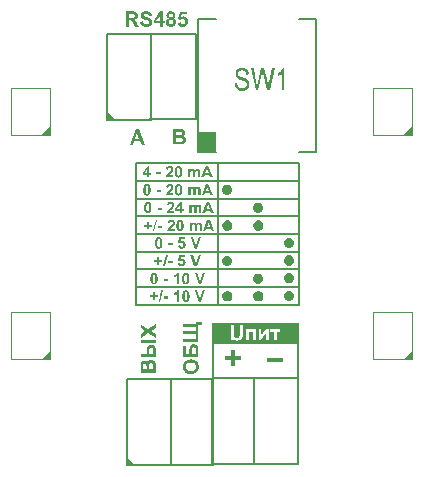
<source format=gto>
G04*
G04 #@! TF.GenerationSoftware,Altium Limited,Altium Designer,20.1.8 (145)*
G04*
G04 Layer_Color=16777215*
%FSTAX43Y43*%
%MOMM*%
G71*
G04*
G04 #@! TF.SameCoordinates,537F8B80-04C9-421A-AACB-049029105C53*
G04*
G04*
G04 #@! TF.FilePolarity,Positive*
G04*
G01*
G75*
%ADD10C,0.100*%
%ADD11C,0.200*%
%ADD12C,0.150*%
%ADD13R,1.500X1.750*%
G36*
X009733Y0107648D02*
X0096568D01*
Y010841D01*
X009733Y0107648D01*
D02*
G37*
G36*
X0122419Y0106408D02*
X0122417Y0106406D01*
X0121746D01*
Y0106435D01*
X0122419Y0107108D01*
Y0106408D01*
D02*
G37*
G36*
X0091749D02*
X0091747Y0106406D01*
X0091076D01*
Y0106435D01*
X0091749Y0107108D01*
Y0106408D01*
D02*
G37*
G36*
X0107018Y0102099D02*
X0107139Y0101978D01*
X0107204Y010182D01*
Y0101734D01*
Y0101649D01*
X0107139Y010149D01*
X0107018Y0101369D01*
X010686Y0101304D01*
X0106688D01*
X010653Y0101369D01*
X0106409Y010149D01*
X0106344Y0101649D01*
Y0101734D01*
Y010182D01*
X0106409Y0101978D01*
X010653Y0102099D01*
X0106688Y0102164D01*
X010686D01*
X0107018Y0102099D01*
D02*
G37*
G36*
X0109643Y0100574D02*
X0109764Y0100453D01*
X0109829Y0100295D01*
Y0100209D01*
Y0100124D01*
X0109764Y0099965D01*
X0109643Y0099844D01*
X0109485Y0099779D01*
X0109313D01*
X0109155Y0099844D01*
X0109034Y0099965D01*
X0108969Y0100124D01*
Y0100209D01*
Y0100295D01*
X0109034Y0100453D01*
X0109155Y0100574D01*
X0109313Y0100639D01*
X0109485D01*
X0109643Y0100574D01*
D02*
G37*
G36*
X0109668Y0099074D02*
X0109789Y0098953D01*
X0109854Y0098795D01*
Y0098709D01*
Y0098624D01*
X0109789Y0098465D01*
X0109668Y0098344D01*
X010951Y0098279D01*
X0109338D01*
X010918Y0098344D01*
X0109059Y0098465D01*
X0108994Y0098624D01*
Y0098709D01*
Y0098795D01*
X0109059Y0098953D01*
X010918Y0099074D01*
X0109338Y0099139D01*
X010951D01*
X0109668Y0099074D01*
D02*
G37*
G36*
X0107043D02*
X0107164Y0098953D01*
X0107229Y0098795D01*
Y0098709D01*
Y0098624D01*
X0107164Y0098465D01*
X0107043Y0098344D01*
X0106885Y0098279D01*
X0106713D01*
X0106555Y0098344D01*
X0106434Y0098465D01*
X0106369Y0098624D01*
Y0098709D01*
Y0098795D01*
X0106434Y0098953D01*
X0106555Y0099074D01*
X0106713Y0099139D01*
X0106885D01*
X0107043Y0099074D01*
D02*
G37*
G36*
X0112243Y0097599D02*
X0112364Y0097478D01*
X0112429Y009732D01*
Y0097234D01*
Y0097149D01*
X0112364Y009699D01*
X0112243Y0096869D01*
X0112085Y0096804D01*
X0111913D01*
X0111755Y0096869D01*
X0111634Y009699D01*
X0111569Y0097149D01*
Y0097234D01*
Y009732D01*
X0111634Y0097478D01*
X0111755Y0097599D01*
X0111913Y0097664D01*
X0112085D01*
X0112243Y0097599D01*
D02*
G37*
G36*
Y0096099D02*
X0112364Y0095978D01*
X0112429Y009582D01*
Y0095734D01*
Y0095649D01*
X0112364Y009549D01*
X0112243Y0095369D01*
X0112085Y0095304D01*
X0111913D01*
X0111755Y0095369D01*
X0111634Y009549D01*
X0111569Y0095649D01*
Y0095734D01*
Y009582D01*
X0111634Y0095978D01*
X0111755Y0096099D01*
X0111913Y0096164D01*
X0112085D01*
X0112243Y0096099D01*
D02*
G37*
G36*
X0107018Y0096074D02*
X0107139Y0095953D01*
X0107204Y0095795D01*
Y0095709D01*
Y0095624D01*
X0107139Y0095465D01*
X0107018Y0095344D01*
X010686Y0095279D01*
X0106688D01*
X010653Y0095344D01*
X0106409Y0095465D01*
X0106344Y0095624D01*
Y0095709D01*
Y0095795D01*
X0106409Y0095953D01*
X010653Y0096074D01*
X0106688Y0096139D01*
X010686D01*
X0107018Y0096074D01*
D02*
G37*
G36*
X0112243Y0094599D02*
X0112364Y0094478D01*
X0112429Y009432D01*
Y0094234D01*
Y0094149D01*
X0112364Y009399D01*
X0112243Y0093869D01*
X0112085Y0093804D01*
X0111913D01*
X0111755Y0093869D01*
X0111634Y009399D01*
X0111569Y0094149D01*
Y0094234D01*
Y009432D01*
X0111634Y0094478D01*
X0111755Y0094599D01*
X0111913Y0094664D01*
X0112085D01*
X0112243Y0094599D01*
D02*
G37*
G36*
X0109643Y0094574D02*
X0109764Y0094453D01*
X0109829Y0094295D01*
Y0094209D01*
Y0094124D01*
X0109764Y0093965D01*
X0109643Y0093844D01*
X0109485Y0093779D01*
X0109313D01*
X0109155Y0093844D01*
X0109034Y0093965D01*
X0108969Y0094124D01*
Y0094209D01*
Y0094295D01*
X0109034Y0094453D01*
X0109155Y0094574D01*
X0109313Y0094639D01*
X0109485D01*
X0109643Y0094574D01*
D02*
G37*
G36*
X0112268Y0093099D02*
X0112389Y0092978D01*
X0112454Y009282D01*
Y0092734D01*
Y0092649D01*
X0112389Y009249D01*
X0112268Y0092369D01*
X011211Y0092304D01*
X0111938D01*
X011178Y0092369D01*
X0111659Y009249D01*
X0111594Y0092649D01*
Y0092734D01*
Y009282D01*
X0111659Y0092978D01*
X011178Y0093099D01*
X0111938Y0093164D01*
X011211D01*
X0112268Y0093099D01*
D02*
G37*
G36*
X0109668Y0093074D02*
X0109789Y0092953D01*
X0109854Y0092795D01*
Y0092709D01*
Y0092624D01*
X0109789Y0092465D01*
X0109668Y0092344D01*
X010951Y0092279D01*
X0109338D01*
X010918Y0092344D01*
X0109059Y0092465D01*
X0108994Y0092624D01*
Y0092709D01*
Y0092795D01*
X0109059Y0092953D01*
X010918Y0093074D01*
X0109338Y0093139D01*
X010951D01*
X0109668Y0093074D01*
D02*
G37*
G36*
X0107043D02*
X0107164Y0092953D01*
X0107229Y0092795D01*
Y0092709D01*
Y0092624D01*
X0107164Y0092465D01*
X0107043Y0092344D01*
X0106885Y0092279D01*
X0106713D01*
X0106555Y0092344D01*
X0106434Y0092465D01*
X0106369Y0092624D01*
Y0092709D01*
Y0092795D01*
X0106434Y0092953D01*
X0106555Y0093074D01*
X0106713Y0093139D01*
X0106885D01*
X0107043Y0093074D01*
D02*
G37*
G36*
X0122419Y0087408D02*
X0122417Y0087406D01*
X0121746D01*
Y0087435D01*
X0122419Y0088108D01*
Y0087408D01*
D02*
G37*
G36*
X0091749D02*
X0091747Y0087406D01*
X0091076D01*
Y0087435D01*
X0091749Y0088108D01*
Y0087408D01*
D02*
G37*
G36*
X0111499Y0087154D02*
X0110149D01*
Y0087492D01*
X0111499D01*
Y0087154D01*
D02*
G37*
G36*
X0099005Y0078423D02*
X0098243D01*
Y0079185D01*
X0099005Y0078423D01*
D02*
G37*
G36*
X0112856Y0090469D02*
Y0088704D01*
X0105499D01*
Y0090469D01*
X0112856D01*
D02*
G37*
G36*
X010744Y0087653D02*
X0107946D01*
Y0087309D01*
X010744D01*
Y0086812D01*
X0107104D01*
Y0087309D01*
X0106602D01*
Y0087653D01*
X0107104D01*
Y008815D01*
X010744D01*
Y0087653D01*
D02*
G37*
G36*
X0102162Y0095511D02*
X01018D01*
Y0095695D01*
X0102162D01*
Y0095511D01*
D02*
G37*
G36*
X0104217Y0095254D02*
X0104008D01*
X0103664Y0096214D01*
X0103873D01*
X0104117Y0095504D01*
X0104352Y0096214D01*
X0104558D01*
X0104217Y0095254D01*
D02*
G37*
G36*
X0101043Y0095813D02*
X0101295D01*
Y0095641D01*
X0101043D01*
Y0095393D01*
X0100875D01*
Y0095641D01*
X0100624D01*
Y0095813D01*
X0100875D01*
Y0096061D01*
X0101043D01*
Y0095813D01*
D02*
G37*
G36*
X0103208Y0096029D02*
X010286D01*
X010283Y0095866D01*
X0102832D01*
X0102833Y0095867D01*
X0102842Y0095871D01*
X0102854Y0095875D01*
X0102869Y0095882D01*
X0102889Y0095888D01*
X010291Y0095892D01*
X0102933Y0095896D01*
X0102957Y0095897D01*
X0102969D01*
X0102977Y0095896D01*
X0102987Y0095895D01*
X0103Y0095893D01*
X0103014Y0095891D01*
X0103029Y0095886D01*
X0103061Y0095875D01*
X0103079Y0095868D01*
X0103095Y009586D01*
X0103113Y0095849D01*
X0103131Y0095836D01*
X0103148Y0095823D01*
X0103165Y0095807D01*
X0103166Y0095806D01*
X0103169Y0095803D01*
X0103173Y0095798D01*
X0103179Y0095791D01*
X0103184Y0095782D01*
X0103192Y0095771D01*
X0103199Y0095759D01*
X0103208Y0095745D01*
X0103216Y009573D01*
X0103223Y0095712D01*
X0103231Y0095692D01*
X0103237Y0095673D01*
X0103242Y0095651D01*
X0103247Y0095627D01*
X0103249Y0095602D01*
X0103251Y0095576D01*
Y0095574D01*
Y009557D01*
Y0095565D01*
X0103249Y0095556D01*
Y0095545D01*
X0103247Y0095533D01*
X0103245Y0095519D01*
X0103242Y0095505D01*
X0103234Y0095472D01*
X0103222Y0095436D01*
X0103213Y0095416D01*
X0103205Y0095398D01*
X0103194Y009538D01*
X0103181Y0095362D01*
X010318Y0095361D01*
X0103177Y0095357D01*
X0103172Y0095351D01*
X0103165Y0095343D01*
X0103155Y0095333D01*
X0103143Y0095322D01*
X0103129Y0095311D01*
X0103113Y00953D01*
X0103095Y0095287D01*
X0103076Y0095276D01*
X0103055Y0095265D01*
X0103032Y0095255D01*
X0103007Y0095247D01*
X010298Y0095242D01*
X0102951Y0095237D01*
X0102921Y0095236D01*
X0102908D01*
X0102898Y0095237D01*
X0102887Y0095239D01*
X0102873Y009524D01*
X010286Y0095242D01*
X0102843Y0095244D01*
X010281Y0095253D01*
X0102772Y0095266D01*
X0102754Y0095273D01*
X0102736Y0095283D01*
X010272Y0095294D01*
X0102703Y0095307D01*
X0102701Y0095308D01*
X0102699Y0095309D01*
X0102695Y0095314D01*
X0102689Y0095319D01*
X0102683Y0095327D01*
X0102675Y0095336D01*
X0102668Y0095346D01*
X010266Y0095357D01*
X010265Y009537D01*
X0102642Y0095384D01*
X0102627Y0095418D01*
X0102613Y0095455D01*
X0102609Y0095476D01*
X0102604Y0095498D01*
X0102787Y0095518D01*
Y0095515D01*
X0102789Y0095508D01*
X0102792Y0095495D01*
X0102796Y0095481D01*
X0102801Y0095466D01*
X010281Y009545D01*
X0102821Y0095434D01*
X0102833Y0095419D01*
X0102835Y0095418D01*
X010284Y0095413D01*
X0102848Y0095408D01*
X010286Y0095401D01*
X0102872Y0095394D01*
X0102887Y0095389D01*
X0102905Y0095384D01*
X0102923Y0095383D01*
X0102926D01*
X0102933Y0095384D01*
X0102944Y0095386D01*
X0102958Y0095389D01*
X0102973Y0095394D01*
X010299Y0095402D01*
X0103007Y0095415D01*
X0103022Y009543D01*
X0103023Y0095433D01*
X0103029Y0095438D01*
X0103034Y009545D01*
X0103043Y0095466D01*
X010305Y0095486D01*
X0103057Y0095509D01*
X0103061Y0095538D01*
X0103062Y0095572D01*
Y0095573D01*
Y0095576D01*
Y009558D01*
Y0095587D01*
X0103061Y0095602D01*
X0103057Y0095622D01*
X0103052Y0095644D01*
X0103045Y0095666D01*
X0103036Y0095687D01*
X0103022Y0095705D01*
X010302Y0095706D01*
X0103015Y0095712D01*
X0103005Y0095719D01*
X0102994Y0095728D01*
X0102979Y0095737D01*
X0102961Y0095744D01*
X010294Y0095749D01*
X0102918Y009575D01*
X010291D01*
X0102904Y0095749D01*
X010289Y0095746D01*
X0102871Y0095742D01*
X0102848Y0095734D01*
X0102825Y0095721D01*
X0102812Y0095713D01*
X01028Y0095703D01*
X0102787Y0095692D01*
X0102775Y009568D01*
X0102627Y0095701D01*
X0102721Y0096201D01*
X0103208D01*
Y0096029D01*
D02*
G37*
G36*
X0101487Y0095237D02*
X0101351D01*
X0101588Y009623D01*
X0101727D01*
X0101487Y0095237D01*
D02*
G37*
G36*
X0101773Y0093986D02*
X0101411D01*
Y009417D01*
X0101773D01*
Y0093986D01*
D02*
G37*
G36*
X0104575Y0093729D02*
X0104365D01*
X0104021Y0094689D01*
X0104231D01*
X0104475Y0093979D01*
X0104709Y0094689D01*
X0104916D01*
X0104575Y0093729D01*
D02*
G37*
G36*
X0102683D02*
X0102498D01*
Y0094424D01*
X0102497Y0094422D01*
X0102494Y009442D01*
X0102489Y0094415D01*
X010248Y0094409D01*
X0102471Y00944D01*
X010246Y0094392D01*
X0102446Y0094382D01*
X0102431Y0094371D01*
X0102414Y009436D01*
X0102396Y0094349D01*
X0102376Y0094336D01*
X0102356Y0094325D01*
X0102311Y0094305D01*
X0102261Y0094285D01*
Y0094452D01*
X0102263D01*
X0102264Y0094453D01*
X0102268Y0094454D01*
X0102274Y0094456D01*
X0102288Y0094463D01*
X0102307Y0094471D01*
X0102331Y0094482D01*
X0102357Y0094497D01*
X0102386Y0094517D01*
X0102417Y0094539D01*
X0102418Y009454D01*
X0102421Y0094542D01*
X0102425Y0094546D01*
X0102431Y0094551D01*
X0102446Y0094565D01*
X0102462Y0094583D01*
X0102482Y0094605D01*
X0102501Y0094633D01*
X0102519Y0094662D01*
X0102533Y0094694D01*
X0102683D01*
Y0093729D01*
D02*
G37*
G36*
X0103293Y0094693D02*
X0103304Y0094691D01*
X0103318Y0094689D01*
X0103332Y0094686D01*
X0103349Y0094682D01*
X0103367Y0094676D01*
X0103383Y0094669D01*
X0103401Y0094662D01*
X0103419Y0094653D01*
X0103437Y009464D01*
X0103455Y0094628D01*
X0103472Y0094612D01*
X0103487Y0094594D01*
X0103489Y0094593D01*
X0103491Y0094589D01*
X0103496Y0094582D01*
X0103503Y0094572D01*
X0103509Y0094558D01*
X0103518Y0094542D01*
X0103526Y0094524D01*
X0103534Y00945D01*
X0103543Y0094475D01*
X0103552Y0094446D01*
X0103559Y0094414D01*
X0103566Y0094378D01*
X0103573Y0094339D01*
X0103577Y0094298D01*
X010358Y0094252D01*
X0103582Y0094202D01*
Y0094201D01*
Y0094199D01*
Y0094195D01*
Y0094189D01*
Y0094176D01*
X010358Y0094158D01*
X0103579Y0094135D01*
X0103576Y0094109D01*
X0103573Y0094081D01*
X0103571Y0094051D01*
X0103565Y0094019D01*
X0103558Y0093986D01*
X0103551Y0093954D01*
X0103541Y0093922D01*
X0103532Y009389D01*
X0103518Y0093861D01*
X0103504Y0093833D01*
X0103487Y0093809D01*
X0103486Y0093808D01*
X0103483Y0093805D01*
X0103479Y00938D01*
X0103473Y0093794D01*
X0103465Y0093787D01*
X0103455Y0093779D01*
X0103443Y0093769D01*
X010343Y0093761D01*
X0103415Y0093751D01*
X01034Y0093741D01*
X0103382Y0093733D01*
X0103362Y0093726D01*
X0103342Y0093721D01*
X0103318Y0093715D01*
X0103295Y0093712D01*
X010327Y0093711D01*
X0103264D01*
X0103256Y0093712D01*
X0103246D01*
X0103235Y0093714D01*
X0103221Y0093717D01*
X0103206Y0093719D01*
X0103189Y0093725D01*
X0103171Y009373D01*
X0103153Y0093737D01*
X0103134Y0093746D01*
X0103116Y0093757D01*
X0103096Y0093768D01*
X0103078Y0093783D01*
X010306Y0093798D01*
X0103044Y0093818D01*
X0103042Y0093819D01*
X0103039Y0093823D01*
X0103035Y009383D01*
X0103031Y0093839D01*
X0103024Y0093851D01*
X0103017Y0093866D01*
X0103009Y0093886D01*
X0103002Y0093907D01*
X0102994Y0093931D01*
X0102985Y0093959D01*
X0102978Y0093991D01*
X0102973Y0094026D01*
X0102967Y0094065D01*
X0102963Y0094108D01*
X010296Y0094153D01*
X0102959Y0094203D01*
Y0094205D01*
Y0094206D01*
Y009421D01*
Y0094216D01*
Y009423D01*
X010296Y0094248D01*
X0102962Y009427D01*
X0102964Y0094296D01*
X0102967Y0094324D01*
X010297Y0094354D01*
X0102976Y0094386D01*
X0102981Y0094418D01*
X0102989Y0094452D01*
X0102998Y0094483D01*
X0103009Y0094514D01*
X0103021Y0094543D01*
X0103035Y0094571D01*
X0103052Y0094594D01*
X0103053Y0094596D01*
X0103056Y0094599D01*
X010306Y0094604D01*
X0103067Y009461D01*
X0103074Y0094618D01*
X0103084Y0094626D01*
X0103096Y0094635D01*
X0103109Y0094644D01*
X0103124Y0094654D01*
X0103139Y0094662D01*
X0103157Y0094671D01*
X0103177Y0094679D01*
X0103197Y0094685D01*
X0103221Y009469D01*
X0103245Y0094693D01*
X010327Y0094694D01*
X0103283D01*
X0103293Y0094693D01*
D02*
G37*
G36*
X0100608D02*
X0100619Y0094691D01*
X0100633Y0094689D01*
X0100647Y0094686D01*
X0100664Y0094682D01*
X0100682Y0094676D01*
X0100698Y0094669D01*
X0100716Y0094662D01*
X0100734Y0094653D01*
X0100752Y009464D01*
X010077Y0094628D01*
X0100787Y0094612D01*
X0100802Y0094594D01*
X0100804Y0094593D01*
X0100807Y0094589D01*
X0100811Y0094582D01*
X0100818Y0094572D01*
X0100825Y0094558D01*
X0100833Y0094542D01*
X0100841Y0094524D01*
X010085Y00945D01*
X0100858Y0094475D01*
X0100868Y0094446D01*
X0100874Y0094414D01*
X0100881Y0094378D01*
X0100888Y0094339D01*
X0100893Y0094298D01*
X0100895Y0094252D01*
X0100897Y0094202D01*
Y0094201D01*
Y0094199D01*
Y0094195D01*
Y0094189D01*
Y0094176D01*
X0100895Y0094158D01*
X0100894Y0094135D01*
X0100891Y0094109D01*
X0100888Y0094081D01*
X0100886Y0094051D01*
X010088Y0094019D01*
X0100873Y0093986D01*
X0100866Y0093954D01*
X0100856Y0093922D01*
X0100847Y009389D01*
X0100833Y0093861D01*
X0100819Y0093833D01*
X0100802Y0093809D01*
X0100801Y0093808D01*
X0100798Y0093805D01*
X0100794Y00938D01*
X0100789Y0093794D01*
X010078Y0093787D01*
X010077Y0093779D01*
X0100758Y0093769D01*
X0100746Y0093761D01*
X010073Y0093751D01*
X0100715Y0093741D01*
X0100697Y0093733D01*
X0100678Y0093726D01*
X0100657Y0093721D01*
X0100633Y0093715D01*
X010061Y0093712D01*
X0100585Y0093711D01*
X0100579D01*
X0100571Y0093712D01*
X0100561D01*
X010055Y0093714D01*
X0100536Y0093717D01*
X0100521Y0093719D01*
X0100504Y0093725D01*
X0100486Y009373D01*
X0100468Y0093737D01*
X0100449Y0093746D01*
X0100431Y0093757D01*
X0100411Y0093768D01*
X0100393Y0093783D01*
X0100375Y0093798D01*
X0100359Y0093818D01*
X0100357Y0093819D01*
X0100354Y0093823D01*
X010035Y009383D01*
X0100346Y0093839D01*
X0100339Y0093851D01*
X0100332Y0093866D01*
X0100324Y0093886D01*
X0100317Y0093907D01*
X0100309Y0093931D01*
X01003Y0093959D01*
X0100293Y0093991D01*
X0100288Y0094026D01*
X0100282Y0094065D01*
X0100278Y0094108D01*
X0100275Y0094153D01*
X0100274Y0094203D01*
Y0094205D01*
Y0094206D01*
Y009421D01*
Y0094216D01*
Y009423D01*
X0100275Y0094248D01*
X0100277Y009427D01*
X010028Y0094296D01*
X0100282Y0094324D01*
X0100285Y0094354D01*
X0100291Y0094386D01*
X0100296Y0094418D01*
X0100305Y0094452D01*
X0100313Y0094483D01*
X0100324Y0094514D01*
X0100336Y0094543D01*
X010035Y0094571D01*
X0100367Y0094594D01*
X0100368Y0094596D01*
X0100371Y0094599D01*
X0100375Y0094604D01*
X0100382Y009461D01*
X0100389Y0094618D01*
X0100399Y0094626D01*
X0100411Y0094635D01*
X0100424Y0094644D01*
X0100439Y0094654D01*
X0100454Y0094662D01*
X0100472Y0094671D01*
X0100492Y0094679D01*
X0100513Y0094685D01*
X0100536Y009469D01*
X010056Y0094693D01*
X0100585Y0094694D01*
X0100599D01*
X0100608Y0094693D01*
D02*
G37*
G36*
X0101787Y0092511D02*
X0101425D01*
Y0092695D01*
X0101787D01*
Y0092511D01*
D02*
G37*
G36*
X0104588Y0092254D02*
X0104379D01*
X0104035Y0093214D01*
X0104244D01*
X0104489Y0092504D01*
X0104723Y0093214D01*
X010493D01*
X0104588Y0092254D01*
D02*
G37*
G36*
X0100668Y0092813D02*
X010092D01*
Y0092641D01*
X0100668D01*
Y0092393D01*
X01005D01*
Y0092641D01*
X0100249D01*
Y0092813D01*
X01005D01*
Y0093061D01*
X0100668D01*
Y0092813D01*
D02*
G37*
G36*
X0102697Y0092254D02*
X0102512D01*
Y0092949D01*
X0102511Y0092947D01*
X0102508Y0092945D01*
X0102503Y009294D01*
X0102494Y0092934D01*
X0102485Y0092925D01*
X0102473Y0092917D01*
X010246Y0092907D01*
X0102444Y0092896D01*
X0102428Y0092885D01*
X010241Y0092874D01*
X010239Y0092861D01*
X0102369Y009285D01*
X0102325Y009283D01*
X0102275Y009281D01*
Y0092977D01*
X0102277D01*
X0102278Y0092978D01*
X0102282Y0092979D01*
X0102288Y0092981D01*
X0102302Y0092988D01*
X0102321Y0092996D01*
X0102345Y0093007D01*
X0102371Y0093022D01*
X01024Y0093042D01*
X010243Y0093064D01*
X0102432Y0093065D01*
X0102435Y0093067D01*
X0102439Y0093071D01*
X0102444Y0093076D01*
X010246Y009309D01*
X0102476Y0093108D01*
X0102496Y009313D01*
X0102515Y0093158D01*
X0102533Y0093187D01*
X0102547Y0093219D01*
X0102697D01*
Y0092254D01*
D02*
G37*
G36*
X0101112Y0092237D02*
X0100976D01*
X0101213Y009323D01*
X0101352D01*
X0101112Y0092237D01*
D02*
G37*
G36*
X0103307Y0093218D02*
X0103318Y0093216D01*
X0103332Y0093214D01*
X0103346Y0093211D01*
X0103362Y0093207D01*
X010338Y0093201D01*
X0103397Y0093194D01*
X0103415Y0093187D01*
X0103433Y0093178D01*
X0103451Y0093165D01*
X0103469Y0093153D01*
X0103486Y0093137D01*
X0103501Y0093119D01*
X0103503Y0093118D01*
X0103505Y0093114D01*
X0103509Y0093107D01*
X0103516Y0093097D01*
X0103523Y0093083D01*
X0103532Y0093067D01*
X010354Y0093049D01*
X0103548Y0093025D01*
X0103557Y0093D01*
X0103566Y0092971D01*
X0103573Y0092939D01*
X010358Y0092903D01*
X0103587Y0092864D01*
X0103591Y0092823D01*
X0103594Y0092777D01*
X0103595Y0092727D01*
Y0092726D01*
Y0092724D01*
Y009272D01*
Y0092714D01*
Y0092701D01*
X0103594Y0092683D01*
X0103593Y009266D01*
X010359Y0092634D01*
X0103587Y0092606D01*
X0103584Y0092576D01*
X0103579Y0092544D01*
X0103572Y0092511D01*
X0103565Y0092479D01*
X0103555Y0092447D01*
X0103546Y0092415D01*
X0103532Y0092386D01*
X0103518Y0092358D01*
X0103501Y0092334D01*
X01035Y0092333D01*
X0103497Y009233D01*
X0103493Y0092325D01*
X0103487Y0092319D01*
X0103479Y0092312D01*
X0103469Y0092304D01*
X0103457Y0092294D01*
X0103444Y0092286D01*
X0103429Y0092276D01*
X0103414Y0092266D01*
X0103396Y0092258D01*
X0103376Y0092251D01*
X0103356Y0092246D01*
X0103332Y009224D01*
X0103308Y0092237D01*
X0103283Y0092236D01*
X0103278D01*
X010327Y0092237D01*
X010326D01*
X0103249Y0092239D01*
X0103235Y0092242D01*
X010322Y0092244D01*
X0103203Y009225D01*
X0103185Y0092255D01*
X0103167Y0092262D01*
X0103147Y0092271D01*
X0103129Y0092282D01*
X010311Y0092293D01*
X0103092Y0092308D01*
X0103074Y0092323D01*
X0103057Y0092343D01*
X0103056Y0092344D01*
X0103053Y0092348D01*
X0103049Y0092355D01*
X0103045Y0092364D01*
X0103038Y0092376D01*
X0103031Y0092391D01*
X0103023Y0092411D01*
X0103016Y0092432D01*
X0103007Y0092456D01*
X0102999Y0092484D01*
X0102992Y0092516D01*
X0102987Y0092551D01*
X0102981Y009259D01*
X0102977Y0092633D01*
X0102974Y0092678D01*
X0102973Y0092728D01*
Y009273D01*
Y0092731D01*
Y0092735D01*
Y0092741D01*
Y0092755D01*
X0102974Y0092773D01*
X0102976Y0092795D01*
X0102978Y0092821D01*
X0102981Y0092849D01*
X0102984Y0092879D01*
X0102989Y0092911D01*
X0102995Y0092943D01*
X0103003Y0092977D01*
X0103012Y0093008D01*
X0103023Y0093039D01*
X0103035Y0093068D01*
X0103049Y0093096D01*
X0103066Y0093119D01*
X0103067Y0093121D01*
X010307Y0093124D01*
X0103074Y0093129D01*
X0103081Y0093135D01*
X0103088Y0093143D01*
X0103098Y0093151D01*
X010311Y009316D01*
X0103123Y0093169D01*
X0103138Y0093179D01*
X0103153Y0093187D01*
X0103171Y0093196D01*
X010319Y0093204D01*
X0103211Y009321D01*
X0103235Y0093215D01*
X0103258Y0093218D01*
X0103283Y0093219D01*
X0103297D01*
X0103307Y0093218D01*
D02*
G37*
G36*
X0102173Y0097011D02*
X0101811D01*
Y0097195D01*
X0102173D01*
Y0097011D01*
D02*
G37*
G36*
X0104228Y0096754D02*
X0104019D01*
X0103675Y0097714D01*
X0103885D01*
X0104129Y0097004D01*
X0104363Y0097714D01*
X010457D01*
X0104228Y0096754D01*
D02*
G37*
G36*
X0103219Y0097529D02*
X0102871D01*
X0102842Y0097366D01*
X0102843D01*
X0102844Y0097367D01*
X0102853Y0097371D01*
X0102865Y0097375D01*
X010288Y0097382D01*
X01029Y0097388D01*
X0102921Y0097392D01*
X0102944Y0097396D01*
X0102968Y0097397D01*
X010298D01*
X0102989Y0097396D01*
X0102998Y0097395D01*
X0103011Y0097393D01*
X0103025Y0097391D01*
X010304Y0097386D01*
X0103072Y0097375D01*
X010309Y0097368D01*
X0103107Y009736D01*
X0103125Y0097349D01*
X0103143Y0097336D01*
X0103159Y0097323D01*
X0103176Y0097307D01*
X0103177Y0097306D01*
X010318Y0097303D01*
X0103184Y0097298D01*
X010319Y0097291D01*
X0103195Y0097282D01*
X0103204Y0097271D01*
X0103211Y0097259D01*
X0103219Y0097245D01*
X0103227Y009723D01*
X0103234Y0097212D01*
X0103242Y0097192D01*
X0103248Y0097173D01*
X0103254Y0097151D01*
X0103258Y0097127D01*
X010326Y0097102D01*
X0103262Y0097076D01*
Y0097074D01*
Y009707D01*
Y0097065D01*
X010326Y0097056D01*
Y0097045D01*
X0103258Y0097033D01*
X0103256Y0097019D01*
X0103254Y0097005D01*
X0103245Y0096972D01*
X0103233Y0096936D01*
X0103224Y0096916D01*
X0103216Y0096898D01*
X0103205Y009688D01*
X0103192Y0096862D01*
X0103191Y0096861D01*
X0103188Y0096857D01*
X0103183Y0096851D01*
X0103176Y0096843D01*
X0103166Y0096833D01*
X0103154Y0096822D01*
X010314Y0096811D01*
X0103125Y00968D01*
X0103107Y0096787D01*
X0103087Y0096776D01*
X0103066Y0096765D01*
X0103043Y0096755D01*
X0103018Y0096747D01*
X0102991Y0096742D01*
X0102962Y0096737D01*
X0102932Y0096736D01*
X0102919D01*
X010291Y0096737D01*
X0102898Y0096739D01*
X0102885Y009674D01*
X0102871Y0096742D01*
X0102854Y0096744D01*
X0102821Y0096753D01*
X0102783Y0096766D01*
X0102765Y0096773D01*
X0102747Y0096783D01*
X0102731Y0096794D01*
X0102714Y0096807D01*
X0102713Y0096808D01*
X010271Y0096809D01*
X0102706Y0096814D01*
X01027Y0096819D01*
X0102695Y0096828D01*
X0102686Y0096836D01*
X0102679Y0096846D01*
X0102671Y0096857D01*
X0102661Y009687D01*
X0102653Y0096884D01*
X0102638Y0096918D01*
X0102624Y0096955D01*
X010262Y0096976D01*
X0102616Y0096998D01*
X0102799Y0097018D01*
Y0097015D01*
X01028Y0097008D01*
X0102803Y0096995D01*
X0102807Y0096981D01*
X0102813Y0096966D01*
X0102821Y009695D01*
X0102832Y0096934D01*
X0102844Y0096919D01*
X0102846Y0096918D01*
X0102851Y0096913D01*
X010286Y0096908D01*
X0102871Y0096901D01*
X0102883Y0096894D01*
X0102898Y0096889D01*
X0102917Y0096884D01*
X0102935Y0096883D01*
X0102937D01*
X0102944Y0096884D01*
X0102955Y0096886D01*
X0102969Y0096889D01*
X0102984Y0096894D01*
X0103001Y0096902D01*
X0103018Y0096915D01*
X0103033Y009693D01*
X0103034Y0096933D01*
X010304Y0096938D01*
X0103046Y009695D01*
X0103054Y0096966D01*
X0103061Y0096986D01*
X0103068Y0097009D01*
X0103072Y0097038D01*
X0103073Y0097072D01*
Y0097073D01*
Y0097076D01*
Y009708D01*
Y0097087D01*
X0103072Y0097102D01*
X0103068Y0097122D01*
X0103064Y0097144D01*
X0103057Y0097166D01*
X0103047Y0097187D01*
X0103033Y0097205D01*
X0103032Y0097206D01*
X0103026Y0097212D01*
X0103016Y0097219D01*
X0103005Y0097228D01*
X010299Y0097237D01*
X0102972Y0097244D01*
X0102951Y0097249D01*
X0102929Y009725D01*
X0102921D01*
X0102915Y0097249D01*
X0102901Y0097246D01*
X0102882Y0097242D01*
X010286Y0097234D01*
X0102836Y0097221D01*
X0102824Y0097213D01*
X0102811Y0097203D01*
X0102799Y0097192D01*
X0102786Y009718D01*
X0102638Y0097201D01*
X0102732Y0097701D01*
X0103219D01*
Y0097529D01*
D02*
G37*
G36*
X0101008Y0097718D02*
X0101019Y0097716D01*
X0101033Y0097714D01*
X0101047Y0097711D01*
X0101064Y0097707D01*
X0101082Y0097701D01*
X0101098Y0097694D01*
X0101116Y0097687D01*
X0101134Y0097678D01*
X0101152Y0097665D01*
X010117Y0097653D01*
X0101187Y0097637D01*
X0101202Y0097619D01*
X0101204Y0097618D01*
X0101207Y0097614D01*
X0101211Y0097607D01*
X0101218Y0097597D01*
X0101225Y0097583D01*
X0101233Y0097567D01*
X0101241Y0097549D01*
X010125Y0097525D01*
X0101258Y00975D01*
X0101268Y0097471D01*
X0101274Y0097439D01*
X0101281Y0097403D01*
X0101288Y0097364D01*
X0101293Y0097323D01*
X0101295Y0097277D01*
X0101297Y0097227D01*
Y0097226D01*
Y0097224D01*
Y009722D01*
Y0097214D01*
Y0097201D01*
X0101295Y0097183D01*
X0101294Y009716D01*
X0101291Y0097134D01*
X0101288Y0097106D01*
X0101286Y0097076D01*
X010128Y0097044D01*
X0101273Y0097011D01*
X0101266Y0096979D01*
X0101256Y0096947D01*
X0101247Y0096915D01*
X0101233Y0096886D01*
X0101219Y0096858D01*
X0101202Y0096834D01*
X0101201Y0096833D01*
X0101198Y009683D01*
X0101194Y0096825D01*
X0101189Y0096819D01*
X010118Y0096812D01*
X010117Y0096804D01*
X0101158Y0096794D01*
X0101146Y0096786D01*
X010113Y0096776D01*
X0101115Y0096766D01*
X0101097Y0096758D01*
X0101078Y0096751D01*
X0101057Y0096746D01*
X0101033Y009674D01*
X010101Y0096737D01*
X0100985Y0096736D01*
X0100979D01*
X0100971Y0096737D01*
X0100961D01*
X010095Y0096739D01*
X0100936Y0096742D01*
X0100921Y0096744D01*
X0100904Y009675D01*
X0100886Y0096755D01*
X0100868Y0096762D01*
X0100849Y0096771D01*
X0100831Y0096782D01*
X0100811Y0096793D01*
X0100793Y0096808D01*
X0100775Y0096823D01*
X0100759Y0096843D01*
X0100757Y0096844D01*
X0100754Y0096848D01*
X010075Y0096855D01*
X0100746Y0096864D01*
X0100739Y0096876D01*
X0100732Y0096891D01*
X0100724Y0096911D01*
X0100717Y0096932D01*
X0100709Y0096956D01*
X01007Y0096984D01*
X0100693Y0097016D01*
X0100688Y0097051D01*
X0100682Y009709D01*
X0100678Y0097133D01*
X0100675Y0097178D01*
X0100674Y0097228D01*
Y009723D01*
Y0097231D01*
Y0097235D01*
Y0097241D01*
Y0097255D01*
X0100675Y0097273D01*
X0100677Y0097295D01*
X010068Y0097321D01*
X0100682Y0097349D01*
X0100685Y0097379D01*
X0100691Y0097411D01*
X0100696Y0097443D01*
X0100705Y0097477D01*
X0100713Y0097508D01*
X0100724Y0097539D01*
X0100736Y0097568D01*
X010075Y0097596D01*
X0100767Y0097619D01*
X0100768Y0097621D01*
X0100771Y0097624D01*
X0100775Y0097629D01*
X0100782Y0097635D01*
X0100789Y0097643D01*
X0100799Y0097651D01*
X0100811Y009766D01*
X0100824Y0097669D01*
X0100839Y0097679D01*
X0100854Y0097687D01*
X0100872Y0097696D01*
X0100892Y0097704D01*
X0100913Y009771D01*
X0100936Y0097715D01*
X010096Y0097718D01*
X0100985Y0097719D01*
X0100999D01*
X0101008Y0097718D01*
D02*
G37*
G36*
X0104439Y0098939D02*
X0104457Y0098936D01*
X0104478Y0098932D01*
X0104499Y0098927D01*
X0104521Y009892D01*
X0104542Y0098909D01*
X0104545Y0098907D01*
X010455Y0098903D01*
X010456Y0098896D01*
X0104572Y0098886D01*
X0104585Y0098872D01*
X0104599Y0098857D01*
X0104611Y0098839D01*
X0104622Y0098817D01*
X0104624Y0098816D01*
X0104625Y0098809D01*
X0104628Y0098798D01*
X0104632Y0098782D01*
X0104636Y0098763D01*
X0104639Y0098738D01*
X010464Y0098707D01*
X0104642Y0098673D01*
Y0098229D01*
X0104457D01*
Y0098626D01*
Y0098627D01*
Y009863D01*
Y0098635D01*
Y0098642D01*
X0104456Y009866D01*
X0104455Y0098681D01*
X0104453Y0098703D01*
X0104449Y0098725D01*
X0104445Y0098745D01*
X0104441Y0098752D01*
X0104438Y0098759D01*
X0104437Y009876D01*
X0104432Y0098766D01*
X0104427Y0098771D01*
X0104418Y009878D01*
X0104407Y0098787D01*
X0104394Y0098793D01*
X0104377Y0098798D01*
X0104359Y0098799D01*
X0104352D01*
X0104345Y0098798D01*
X0104335Y0098796D01*
X0104324Y0098793D01*
X0104312Y0098789D01*
X0104298Y0098784D01*
X0104285Y0098775D01*
X0104284Y0098774D01*
X010428Y0098771D01*
X0104274Y0098766D01*
X0104267Y0098757D01*
X0104259Y0098748D01*
X0104251Y0098737D01*
X0104244Y0098723D01*
X0104237Y0098706D01*
Y0098703D01*
X0104234Y0098698D01*
X0104233Y0098687D01*
X010423Y0098671D01*
X0104227Y0098651D01*
X0104226Y0098626D01*
X0104223Y0098597D01*
Y0098562D01*
Y0098229D01*
X0104038D01*
Y0098609D01*
Y009861D01*
Y0098613D01*
Y0098619D01*
Y0098626D01*
Y0098642D01*
X0104037Y0098663D01*
X0104036Y0098685D01*
X0104034Y0098706D01*
X0104032Y0098725D01*
X0104029Y0098734D01*
X0104027Y0098739D01*
Y0098741D01*
X0104026Y0098745D01*
X0104023Y009875D01*
X010402Y0098756D01*
X0104011Y0098771D01*
X0104004Y0098778D01*
X0103997Y0098784D01*
X0103995Y0098785D01*
X0103993Y0098787D01*
X0103989Y0098789D01*
X0103983Y0098792D01*
X0103975Y0098795D01*
X0103965Y0098796D01*
X0103954Y0098799D01*
X0103934D01*
X0103926Y0098798D01*
X0103916Y0098796D01*
X0103904Y0098793D01*
X0103891Y0098789D01*
X0103879Y0098784D01*
X0103865Y0098775D01*
X0103864Y0098774D01*
X010386Y0098771D01*
X0103854Y0098766D01*
X0103847Y0098759D01*
X0103839Y0098749D01*
X010383Y0098738D01*
X0103824Y0098724D01*
X0103817Y0098709D01*
Y0098707D01*
X0103814Y0098701D01*
X0103812Y0098689D01*
X010381Y0098676D01*
X0103807Y0098655D01*
X0103806Y0098631D01*
X0103803Y0098601D01*
Y0098566D01*
Y0098229D01*
X0103618D01*
Y0098925D01*
X0103787D01*
Y0098829D01*
X0103789Y0098831D01*
X0103792Y0098834D01*
X0103797Y0098839D01*
X0103804Y0098848D01*
X0103812Y0098856D01*
X0103822Y0098864D01*
X0103835Y0098875D01*
X0103849Y0098885D01*
X0103864Y0098895D01*
X010388Y0098906D01*
X0103916Y0098924D01*
X0103937Y0098931D01*
X0103958Y0098936D01*
X010398Y0098939D01*
X0104004Y009894D01*
X0104015D01*
X0104027Y0098939D01*
X0104043Y0098938D01*
X0104061Y0098934D01*
X010408Y0098929D01*
X01041Y0098922D01*
X0104119Y0098913D01*
X0104122Y0098911D01*
X0104127Y0098907D01*
X0104137Y0098902D01*
X0104148Y0098892D01*
X0104161Y0098879D01*
X0104174Y0098866D01*
X0104188Y0098848D01*
X0104201Y0098828D01*
X0104204Y0098831D01*
X0104209Y0098838D01*
X0104217Y0098848D01*
X010423Y009886D01*
X0104245Y0098874D01*
X0104262Y0098888D01*
X010428Y0098902D01*
X0104299Y0098913D01*
X0104302Y0098914D01*
X0104309Y0098917D01*
X010432Y0098921D01*
X0104334Y0098927D01*
X0104351Y0098932D01*
X010437Y0098936D01*
X0104391Y0098939D01*
X0104413Y009894D01*
X0104425D01*
X0104439Y0098939D01*
D02*
G37*
G36*
X0101287Y0098486D02*
X0100925D01*
Y009867D01*
X0101287D01*
Y0098486D01*
D02*
G37*
G36*
X0100168Y0098788D02*
X010042D01*
Y0098616D01*
X0100168D01*
Y0098368D01*
X01D01*
Y0098616D01*
X0099749D01*
Y0098788D01*
X01D01*
Y0099036D01*
X0100168D01*
Y0098788D01*
D02*
G37*
G36*
X010569Y0098229D02*
X0105481D01*
X0105398Y0098447D01*
X0105012D01*
X0104933Y0098229D01*
X0104728D01*
X0105099Y0099189D01*
X0105305D01*
X010569Y0098229D01*
D02*
G37*
G36*
X0102066Y0099193D02*
X0102079Y0099191D01*
X0102093Y009919D01*
X0102108Y0099187D01*
X0102125Y0099185D01*
X0102161Y0099175D01*
X0102197Y0099161D01*
X0102216Y0099153D01*
X0102233Y0099143D01*
X0102251Y009913D01*
X0102266Y0099117D01*
X0102268Y0099115D01*
X010227Y0099114D01*
X0102273Y0099108D01*
X0102279Y0099103D01*
X0102286Y0099096D01*
X0102292Y0099086D01*
X0102299Y0099076D01*
X0102308Y0099064D01*
X0102322Y0099036D01*
X0102335Y0099004D01*
X0102341Y0098986D01*
X0102344Y0098967D01*
X0102347Y0098946D01*
X0102348Y0098925D01*
Y0098922D01*
Y0098914D01*
X0102347Y0098902D01*
X0102345Y0098886D01*
X0102342Y0098867D01*
X0102338Y0098846D01*
X0102333Y0098824D01*
X0102324Y0098802D01*
X0102323Y0098799D01*
X010232Y0098792D01*
X0102315Y009878D01*
X0102306Y0098764D01*
X0102297Y0098746D01*
X0102284Y0098725D01*
X0102269Y0098703D01*
X0102251Y009868D01*
X0102249Y0098678D01*
X0102244Y0098671D01*
X0102236Y0098662D01*
X0102223Y0098648D01*
X0102206Y0098631D01*
X0102186Y0098609D01*
X0102161Y0098585D01*
X010213Y0098556D01*
X0102129Y0098555D01*
X0102126Y0098554D01*
X0102122Y0098549D01*
X0102116Y0098544D01*
X0102101Y009853D01*
X0102083Y0098513D01*
X0102065Y0098495D01*
X0102047Y0098477D01*
X010203Y0098462D01*
X0102025Y0098455D01*
X0102019Y009845D01*
X0102018Y0098448D01*
X0102015Y0098445D01*
X0102011Y009844D01*
X0102005Y0098433D01*
X0101993Y0098418D01*
X0101982Y00984D01*
X0102348D01*
Y0098229D01*
X0101703D01*
Y009823D01*
Y0098233D01*
X0101704Y0098239D01*
X0101706Y0098246D01*
X0101707Y0098254D01*
X0101709Y0098264D01*
X0101714Y0098289D01*
X0101722Y0098316D01*
X0101734Y0098347D01*
X0101747Y009838D01*
X0101765Y0098412D01*
Y0098413D01*
X0101768Y0098416D01*
X0101771Y0098422D01*
X0101777Y0098427D01*
X0101782Y0098437D01*
X010179Y0098447D01*
X01018Y0098459D01*
X0101811Y0098473D01*
X0101824Y009849D01*
X0101839Y0098506D01*
X0101856Y0098526D01*
X0101875Y0098547D01*
X0101896Y0098567D01*
X0101919Y0098591D01*
X0101944Y0098616D01*
X0101972Y0098642D01*
X0101973Y0098644D01*
X0101978Y0098648D01*
X0101983Y0098653D01*
X0101992Y0098662D01*
X0102003Y009867D01*
X0102014Y0098681D01*
X0102039Y0098706D01*
X0102064Y0098732D01*
X0102089Y0098759D01*
X01021Y009877D01*
X0102111Y0098782D01*
X0102119Y0098792D01*
X0102125Y00988D01*
X0102126Y0098803D01*
X010213Y009881D01*
X0102137Y0098821D01*
X0102144Y0098836D01*
X0102151Y0098853D01*
X0102158Y0098872D01*
X0102162Y0098892D01*
X0102163Y0098913D01*
Y0098914D01*
Y0098915D01*
Y0098922D01*
X0102162Y0098935D01*
X0102159Y0098949D01*
X0102155Y0098964D01*
X010215Y0098979D01*
X0102141Y0098995D01*
X010213Y0099008D01*
X0102129Y009901D01*
X0102125Y0099014D01*
X0102116Y009902D01*
X0102107Y0099025D01*
X0102093Y0099031D01*
X0102077Y0099036D01*
X0102059Y009904D01*
X0102039Y0099042D01*
X0102029D01*
X0102018Y009904D01*
X0102005Y0099038D01*
X010199Y0099033D01*
X0101975Y0099026D01*
X010196Y0099018D01*
X0101946Y0099007D01*
X0101944Y0099006D01*
X010194Y0099D01*
X0101935Y0098992D01*
X0101929Y0098979D01*
X0101922Y0098964D01*
X0101917Y0098943D01*
X0101911Y009892D01*
X0101908Y0098892D01*
X0101725Y009891D01*
Y0098911D01*
X0101727Y0098917D01*
Y0098924D01*
X0101729Y0098935D01*
X0101731Y0098947D01*
X0101735Y0098961D01*
X0101739Y0098977D01*
X0101743Y0098995D01*
X0101757Y0099029D01*
X0101774Y0099065D01*
X0101785Y0099083D01*
X0101797Y00991D01*
X0101811Y0099114D01*
X0101826Y0099128D01*
X0101828Y0099129D01*
X0101831Y009913D01*
X0101835Y0099133D01*
X0101842Y0099139D01*
X010185Y0099143D01*
X0101861Y0099148D01*
X0101872Y0099155D01*
X0101886Y0099161D01*
X0101901Y0099168D01*
X0101918Y0099173D01*
X0101954Y0099185D01*
X0101997Y0099191D01*
X0102019Y0099193D01*
X0102043Y0099194D01*
X0102057D01*
X0102066Y0099193D01*
D02*
G37*
G36*
X0100612Y0098212D02*
X0100476D01*
X0100713Y0099205D01*
X0100852D01*
X0100612Y0098212D01*
D02*
G37*
G36*
X0102807Y0099193D02*
X0102818Y0099191D01*
X0102832Y0099189D01*
X0102846Y0099186D01*
X0102862Y0099182D01*
X010288Y0099176D01*
X0102897Y0099169D01*
X0102915Y0099162D01*
X0102933Y0099153D01*
X0102951Y009914D01*
X0102969Y0099128D01*
X0102986Y0099112D01*
X0103001Y0099094D01*
X0103003Y0099093D01*
X0103005Y0099089D01*
X0103009Y0099082D01*
X0103016Y0099072D01*
X0103023Y0099058D01*
X0103032Y0099042D01*
X010304Y0099024D01*
X0103048Y0099D01*
X0103057Y0098975D01*
X0103066Y0098946D01*
X0103073Y0098914D01*
X010308Y0098878D01*
X0103087Y0098839D01*
X0103091Y0098798D01*
X0103094Y0098752D01*
X0103095Y0098702D01*
Y0098701D01*
Y0098699D01*
Y0098695D01*
Y0098689D01*
Y0098676D01*
X0103094Y0098658D01*
X0103093Y0098635D01*
X010309Y0098609D01*
X0103087Y0098581D01*
X0103084Y0098551D01*
X0103079Y0098519D01*
X0103072Y0098486D01*
X0103065Y0098454D01*
X0103055Y0098422D01*
X0103046Y009839D01*
X0103032Y0098361D01*
X0103018Y0098333D01*
X0103001Y0098309D01*
X0103Y0098308D01*
X0102997Y0098305D01*
X0102993Y00983D01*
X0102987Y0098294D01*
X0102979Y0098287D01*
X0102969Y0098279D01*
X0102957Y0098269D01*
X0102944Y0098261D01*
X0102929Y0098251D01*
X0102914Y0098241D01*
X0102896Y0098233D01*
X0102876Y0098226D01*
X0102856Y0098221D01*
X0102832Y0098215D01*
X0102808Y0098212D01*
X0102783Y0098211D01*
X0102778D01*
X010277Y0098212D01*
X010276D01*
X0102749Y0098214D01*
X0102735Y0098217D01*
X010272Y0098219D01*
X0102703Y0098225D01*
X0102685Y009823D01*
X0102667Y0098237D01*
X0102647Y0098246D01*
X0102629Y0098257D01*
X010261Y0098268D01*
X0102592Y0098283D01*
X0102574Y0098298D01*
X0102557Y0098318D01*
X0102556Y0098319D01*
X0102553Y0098323D01*
X0102549Y009833D01*
X0102545Y0098339D01*
X0102538Y0098351D01*
X0102531Y0098366D01*
X0102523Y0098386D01*
X0102516Y0098407D01*
X0102507Y0098431D01*
X0102499Y0098459D01*
X0102492Y0098491D01*
X0102487Y0098526D01*
X0102481Y0098565D01*
X0102477Y0098608D01*
X0102474Y0098653D01*
X0102473Y0098703D01*
Y0098705D01*
Y0098706D01*
Y009871D01*
Y0098716D01*
Y009873D01*
X0102474Y0098748D01*
X0102476Y009877D01*
X0102478Y0098796D01*
X0102481Y0098824D01*
X0102484Y0098854D01*
X0102489Y0098886D01*
X0102495Y0098918D01*
X0102503Y0098952D01*
X0102512Y0098983D01*
X0102523Y0099014D01*
X0102535Y0099043D01*
X0102549Y0099071D01*
X0102566Y0099094D01*
X0102567Y0099096D01*
X010257Y0099099D01*
X0102574Y0099104D01*
X0102581Y009911D01*
X0102588Y0099118D01*
X0102598Y0099126D01*
X010261Y0099135D01*
X0102623Y0099144D01*
X0102638Y0099154D01*
X0102653Y0099162D01*
X0102671Y0099171D01*
X010269Y0099179D01*
X0102711Y0099185D01*
X0102735Y009919D01*
X0102758Y0099193D01*
X0102783Y0099194D01*
X0102797D01*
X0102807Y0099193D01*
D02*
G37*
G36*
X01044Y0100464D02*
X0104418Y0100461D01*
X0104439Y0100457D01*
X010446Y0100452D01*
X0104482Y0100445D01*
X0104503Y0100434D01*
X0104506Y0100432D01*
X0104511Y0100428D01*
X0104521Y0100421D01*
X0104534Y0100411D01*
X0104546Y0100397D01*
X010456Y0100382D01*
X0104572Y0100364D01*
X0104584Y0100342D01*
X0104585Y0100341D01*
X0104586Y0100334D01*
X0104589Y0100323D01*
X0104593Y0100307D01*
X0104597Y0100288D01*
X01046Y0100263D01*
X0104602Y0100232D01*
X0104603Y0100198D01*
Y0099754D01*
X0104418D01*
Y0100151D01*
Y0100152D01*
Y0100155D01*
Y010016D01*
Y0100167D01*
X0104417Y0100185D01*
X0104416Y0100206D01*
X0104414Y0100228D01*
X010441Y010025D01*
X0104406Y010027D01*
X0104402Y0100277D01*
X0104399Y0100284D01*
X0104398Y0100285D01*
X0104394Y0100291D01*
X0104388Y0100296D01*
X010438Y0100305D01*
X0104369Y0100312D01*
X0104355Y0100318D01*
X0104338Y0100323D01*
X010432Y0100324D01*
X0104313D01*
X0104306Y0100323D01*
X0104296Y0100321D01*
X0104285Y0100318D01*
X0104273Y0100314D01*
X0104259Y0100309D01*
X0104247Y01003D01*
X0104245Y0100299D01*
X0104241Y0100296D01*
X0104235Y0100291D01*
X0104228Y0100282D01*
X010422Y0100273D01*
X0104212Y0100262D01*
X0104205Y0100248D01*
X0104198Y0100231D01*
Y0100228D01*
X0104195Y0100223D01*
X0104194Y0100212D01*
X0104191Y0100196D01*
X0104188Y0100176D01*
X0104187Y0100151D01*
X0104184Y0100122D01*
Y0100087D01*
Y0099754D01*
X0104D01*
Y0100134D01*
Y0100135D01*
Y0100138D01*
Y0100144D01*
Y0100151D01*
Y0100167D01*
X0103998Y0100188D01*
X0103997Y010021D01*
X0103995Y0100231D01*
X0103993Y010025D01*
X010399Y0100259D01*
X0103989Y0100264D01*
Y0100266D01*
X0103987Y010027D01*
X0103984Y0100275D01*
X0103982Y0100281D01*
X0103972Y0100296D01*
X0103965Y0100303D01*
X0103958Y0100309D01*
X0103957Y010031D01*
X0103954Y0100312D01*
X010395Y0100314D01*
X0103944Y0100317D01*
X0103936Y010032D01*
X0103926Y0100321D01*
X0103915Y0100324D01*
X0103896D01*
X0103887Y0100323D01*
X0103878Y0100321D01*
X0103865Y0100318D01*
X0103853Y0100314D01*
X010384Y0100309D01*
X0103826Y01003D01*
X0103825Y0100299D01*
X0103821Y0100296D01*
X0103815Y0100291D01*
X0103808Y0100284D01*
X01038Y0100274D01*
X0103792Y0100263D01*
X0103785Y0100249D01*
X0103778Y0100234D01*
Y0100232D01*
X0103775Y0100226D01*
X0103774Y0100214D01*
X0103771Y0100201D01*
X0103768Y010018D01*
X0103767Y0100156D01*
X0103764Y0100126D01*
Y0100091D01*
Y0099754D01*
X0103579D01*
Y010045D01*
X0103749D01*
Y0100354D01*
X010375Y0100356D01*
X0103753Y0100359D01*
X0103758Y0100364D01*
X0103765Y0100373D01*
X0103774Y0100381D01*
X0103783Y0100389D01*
X0103796Y01004D01*
X010381Y010041D01*
X0103825Y010042D01*
X0103842Y0100431D01*
X0103878Y0100449D01*
X0103898Y0100456D01*
X0103919Y0100461D01*
X0103941Y0100464D01*
X0103965Y0100465D01*
X0103976D01*
X0103989Y0100464D01*
X0104004Y0100463D01*
X0104022Y0100459D01*
X0104041Y0100454D01*
X0104061Y0100447D01*
X010408Y0100438D01*
X0104083Y0100436D01*
X0104088Y0100432D01*
X0104098Y0100427D01*
X0104109Y0100417D01*
X0104122Y0100404D01*
X0104136Y0100391D01*
X0104149Y0100373D01*
X0104162Y0100353D01*
X0104165Y0100356D01*
X010417Y0100363D01*
X0104179Y0100373D01*
X0104191Y0100385D01*
X0104206Y0100399D01*
X0104223Y0100413D01*
X0104241Y0100427D01*
X010426Y0100438D01*
X0104263Y0100439D01*
X010427Y0100442D01*
X0104281Y0100446D01*
X0104295Y0100452D01*
X0104312Y0100457D01*
X0104331Y0100461D01*
X0104352Y0100464D01*
X0104374Y0100465D01*
X0104387D01*
X01044Y0100464D01*
D02*
G37*
G36*
X0101248Y0100011D02*
X0100886D01*
Y0100195D01*
X0101248D01*
Y0100011D01*
D02*
G37*
G36*
X0105651Y0099754D02*
X0105442D01*
X0105359Y0099972D01*
X0104973D01*
X0104894Y0099754D01*
X0104689D01*
X0105061Y0100714D01*
X0105266D01*
X0105651Y0099754D01*
D02*
G37*
G36*
X0102973Y0100108D02*
X0103093D01*
Y0099947D01*
X0102973D01*
Y0099754D01*
X0102796D01*
Y0099947D01*
X0102402D01*
Y0100106D01*
X0102818Y0100718D01*
X0102973D01*
Y0100108D01*
D02*
G37*
G36*
X0102028Y0100718D02*
X010204Y0100716D01*
X0102054Y0100715D01*
X0102069Y0100712D01*
X0102086Y010071D01*
X0102122Y01007D01*
X0102158Y0100686D01*
X0102177Y0100678D01*
X0102194Y0100668D01*
X0102212Y0100655D01*
X0102227Y0100642D01*
X0102229Y010064D01*
X0102231Y0100639D01*
X0102234Y0100633D01*
X010224Y0100628D01*
X0102247Y0100621D01*
X0102254Y0100611D01*
X0102261Y0100601D01*
X0102269Y0100589D01*
X0102283Y0100561D01*
X0102297Y0100529D01*
X0102302Y0100511D01*
X0102305Y0100492D01*
X0102308Y0100471D01*
X0102309Y010045D01*
Y0100447D01*
Y0100439D01*
X0102308Y0100427D01*
X0102306Y0100411D01*
X0102304Y0100392D01*
X0102299Y0100371D01*
X0102294Y0100349D01*
X0102286Y0100327D01*
X0102284Y0100324D01*
X0102281Y0100317D01*
X0102276Y0100305D01*
X0102268Y0100289D01*
X0102258Y0100271D01*
X0102245Y010025D01*
X010223Y0100228D01*
X0102212Y0100205D01*
X0102211Y0100203D01*
X0102205Y0100196D01*
X0102197Y0100187D01*
X0102184Y0100173D01*
X0102168Y0100156D01*
X0102147Y0100134D01*
X0102122Y010011D01*
X0102091Y0100081D01*
X010209Y010008D01*
X0102087Y0100079D01*
X0102083Y0100074D01*
X0102077Y0100069D01*
X0102062Y0100055D01*
X0102044Y0100038D01*
X0102026Y010002D01*
X0102008Y0100002D01*
X0101992Y0099987D01*
X0101986Y009998D01*
X010198Y0099975D01*
X0101979Y0099973D01*
X0101976Y009997D01*
X0101972Y0099965D01*
X0101967Y0099958D01*
X0101954Y0099943D01*
X0101943Y0099925D01*
X0102309D01*
Y0099754D01*
X0101664D01*
Y0099755D01*
Y0099758D01*
X0101666Y0099764D01*
X0101667Y0099771D01*
X0101668Y0099779D01*
X010167Y0099789D01*
X0101675Y0099814D01*
X0101684Y0099841D01*
X0101695Y0099872D01*
X0101709Y0099905D01*
X0101727Y0099937D01*
Y0099938D01*
X0101729Y0099941D01*
X0101732Y0099947D01*
X0101738Y0099952D01*
X0101743Y0099962D01*
X0101752Y0099972D01*
X0101761Y0099984D01*
X0101772Y0099998D01*
X0101785Y0100015D01*
X01018Y0100031D01*
X0101817Y0100051D01*
X0101836Y0100072D01*
X0101857Y0100092D01*
X0101881Y0100116D01*
X0101906Y0100141D01*
X0101933Y0100167D01*
X0101935Y0100169D01*
X0101939Y0100173D01*
X0101944Y0100178D01*
X0101953Y0100187D01*
X0101964Y0100195D01*
X0101975Y0100206D01*
X0102Y0100231D01*
X0102025Y0100257D01*
X010205Y0100284D01*
X0102061Y0100295D01*
X0102072Y0100307D01*
X010208Y0100317D01*
X0102086Y0100325D01*
X0102087Y0100328D01*
X0102091Y0100335D01*
X0102098Y0100346D01*
X0102105Y0100361D01*
X0102112Y0100378D01*
X0102119Y0100397D01*
X0102123Y0100417D01*
X0102125Y0100438D01*
Y0100439D01*
Y010044D01*
Y0100447D01*
X0102123Y010046D01*
X010212Y0100474D01*
X0102116Y0100489D01*
X0102111Y0100504D01*
X0102102Y010052D01*
X0102091Y0100533D01*
X010209Y0100535D01*
X0102086Y0100539D01*
X0102077Y0100545D01*
X0102068Y010055D01*
X0102054Y0100556D01*
X0102039Y0100561D01*
X0102021Y0100565D01*
X0102Y0100567D01*
X010199D01*
X0101979Y0100565D01*
X0101967Y0100563D01*
X0101951Y0100558D01*
X0101936Y0100551D01*
X0101921Y0100543D01*
X0101907Y0100532D01*
X0101906Y0100531D01*
X0101901Y0100525D01*
X0101896Y0100517D01*
X010189Y0100504D01*
X0101883Y0100489D01*
X0101878Y0100468D01*
X0101872Y0100445D01*
X0101869Y0100417D01*
X0101686Y0100435D01*
Y0100436D01*
X0101688Y0100442D01*
Y0100449D01*
X0101691Y010046D01*
X0101692Y0100472D01*
X0101696Y0100486D01*
X01017Y0100502D01*
X0101704Y010052D01*
X0101718Y0100554D01*
X0101735Y010059D01*
X0101746Y0100608D01*
X0101759Y0100625D01*
X0101772Y0100639D01*
X0101788Y0100653D01*
X0101789Y0100654D01*
X0101792Y0100655D01*
X0101796Y0100658D01*
X0101803Y0100664D01*
X0101811Y0100668D01*
X0101822Y0100673D01*
X0101833Y010068D01*
X0101847Y0100686D01*
X0101863Y0100693D01*
X0101879Y0100698D01*
X0101915Y010071D01*
X0101958Y0100716D01*
X010198Y0100718D01*
X0102004Y0100719D01*
X0102018D01*
X0102028Y0100718D01*
D02*
G37*
G36*
X0100083D02*
X0100094Y0100716D01*
X0100108Y0100714D01*
X0100122Y0100711D01*
X0100139Y0100707D01*
X0100157Y0100701D01*
X0100173Y0100694D01*
X0100191Y0100687D01*
X0100209Y0100678D01*
X0100227Y0100665D01*
X0100245Y0100653D01*
X0100262Y0100637D01*
X0100277Y0100619D01*
X0100279Y0100618D01*
X0100282Y0100614D01*
X0100286Y0100607D01*
X0100293Y0100597D01*
X01003Y0100583D01*
X0100308Y0100567D01*
X0100316Y0100549D01*
X0100325Y0100525D01*
X0100333Y01005D01*
X0100343Y0100471D01*
X010035Y0100439D01*
X0100356Y0100403D01*
X0100363Y0100364D01*
X0100368Y0100323D01*
X010037Y0100277D01*
X0100372Y0100227D01*
Y0100226D01*
Y0100224D01*
Y010022D01*
Y0100214D01*
Y0100201D01*
X010037Y0100183D01*
X0100369Y010016D01*
X0100366Y0100134D01*
X0100363Y0100106D01*
X0100361Y0100076D01*
X0100355Y0100044D01*
X0100348Y0100011D01*
X0100341Y0099979D01*
X0100331Y0099947D01*
X0100322Y0099915D01*
X0100308Y0099886D01*
X0100294Y0099858D01*
X0100277Y0099834D01*
X0100276Y0099833D01*
X0100273Y009983D01*
X0100269Y0099825D01*
X0100264Y0099819D01*
X0100255Y0099812D01*
X0100245Y0099804D01*
X0100233Y0099794D01*
X0100221Y0099786D01*
X0100205Y0099776D01*
X010019Y0099766D01*
X0100172Y0099758D01*
X0100153Y0099751D01*
X0100132Y0099746D01*
X0100108Y009974D01*
X0100085Y0099737D01*
X010006Y0099736D01*
X0100054D01*
X0100046Y0099737D01*
X0100036D01*
X0100025Y0099739D01*
X0100011Y0099742D01*
X0099996Y0099744D01*
X0099979Y009975D01*
X0099961Y0099755D01*
X0099943Y0099762D01*
X0099924Y0099771D01*
X0099906Y0099782D01*
X0099886Y0099793D01*
X0099868Y0099808D01*
X009985Y0099823D01*
X0099834Y0099843D01*
X0099832Y0099844D01*
X0099829Y0099848D01*
X0099825Y0099855D01*
X0099821Y0099864D01*
X0099814Y0099876D01*
X0099807Y0099891D01*
X0099799Y0099911D01*
X0099792Y0099932D01*
X0099784Y0099956D01*
X0099775Y0099984D01*
X0099768Y0100016D01*
X0099763Y0100051D01*
X0099757Y010009D01*
X0099753Y0100133D01*
X009975Y0100178D01*
X0099749Y0100228D01*
Y010023D01*
Y0100231D01*
Y0100235D01*
Y0100241D01*
Y0100255D01*
X009975Y0100273D01*
X0099752Y0100295D01*
X0099755Y0100321D01*
X0099757Y0100349D01*
X009976Y0100379D01*
X0099766Y0100411D01*
X0099771Y0100443D01*
X009978Y0100477D01*
X0099788Y0100508D01*
X0099799Y0100539D01*
X0099811Y0100568D01*
X0099825Y0100596D01*
X0099842Y0100619D01*
X0099843Y0100621D01*
X0099846Y0100624D01*
X009985Y0100629D01*
X0099857Y0100635D01*
X0099864Y0100643D01*
X0099874Y0100651D01*
X0099886Y010066D01*
X0099899Y0100669D01*
X0099914Y0100679D01*
X0099929Y0100687D01*
X0099947Y0100696D01*
X0099967Y0100704D01*
X0099988Y010071D01*
X0100011Y0100715D01*
X0100035Y0100718D01*
X010006Y0100719D01*
X0100074D01*
X0100083Y0100718D01*
D02*
G37*
G36*
X0104325Y0101964D02*
X0104343Y0101961D01*
X0104364Y0101957D01*
X0104385Y0101952D01*
X0104407Y0101945D01*
X0104428Y0101934D01*
X0104431Y0101932D01*
X0104436Y0101928D01*
X0104446Y0101921D01*
X0104459Y0101911D01*
X0104471Y0101897D01*
X0104485Y0101882D01*
X0104497Y0101864D01*
X0104509Y0101842D01*
X010451Y0101841D01*
X0104511Y0101834D01*
X0104514Y0101823D01*
X0104518Y0101807D01*
X0104522Y0101788D01*
X0104525Y0101763D01*
X0104527Y0101732D01*
X0104528Y0101698D01*
Y0101254D01*
X0104343D01*
Y0101651D01*
Y0101652D01*
Y0101655D01*
Y010166D01*
Y0101667D01*
X0104342Y0101685D01*
X0104341Y0101706D01*
X0104339Y0101728D01*
X0104335Y010175D01*
X0104331Y010177D01*
X0104327Y0101777D01*
X0104324Y0101784D01*
X0104323Y0101785D01*
X0104319Y0101791D01*
X0104313Y0101796D01*
X0104305Y0101805D01*
X0104294Y0101812D01*
X010428Y0101818D01*
X0104263Y0101823D01*
X0104245Y0101824D01*
X0104238D01*
X0104231Y0101823D01*
X0104221Y0101821D01*
X010421Y0101818D01*
X0104198Y0101814D01*
X0104184Y0101809D01*
X0104172Y01018D01*
X010417Y0101799D01*
X0104166Y0101796D01*
X010416Y0101791D01*
X0104153Y0101782D01*
X0104145Y0101773D01*
X0104137Y0101762D01*
X010413Y0101748D01*
X0104123Y0101731D01*
Y0101728D01*
X010412Y0101723D01*
X0104119Y0101712D01*
X0104116Y0101696D01*
X0104113Y0101676D01*
X0104112Y0101651D01*
X0104109Y0101622D01*
Y0101587D01*
Y0101254D01*
X0103925D01*
Y0101634D01*
Y0101635D01*
Y0101638D01*
Y0101644D01*
Y0101651D01*
Y0101667D01*
X0103923Y0101688D01*
X0103922Y010171D01*
X0103921Y0101731D01*
X0103918Y010175D01*
X0103915Y0101759D01*
X0103914Y0101764D01*
Y0101766D01*
X0103912Y010177D01*
X0103909Y0101775D01*
X0103907Y0101781D01*
X0103897Y0101796D01*
X010389Y0101803D01*
X0103883Y0101809D01*
X0103882Y010181D01*
X0103879Y0101812D01*
X0103875Y0101814D01*
X0103869Y0101817D01*
X0103861Y010182D01*
X0103851Y0101821D01*
X010384Y0101824D01*
X0103821D01*
X0103812Y0101823D01*
X0103803Y0101821D01*
X010379Y0101818D01*
X0103778Y0101814D01*
X0103765Y0101809D01*
X0103751Y01018D01*
X010375Y0101799D01*
X0103746Y0101796D01*
X010374Y0101791D01*
X0103733Y0101784D01*
X0103725Y0101774D01*
X0103717Y0101763D01*
X010371Y0101749D01*
X0103703Y0101734D01*
Y0101732D01*
X01037Y0101726D01*
X0103699Y0101714D01*
X0103696Y0101701D01*
X0103693Y010168D01*
X0103692Y0101656D01*
X0103689Y0101626D01*
Y0101591D01*
Y0101254D01*
X0103504D01*
Y010195D01*
X0103674D01*
Y0101854D01*
X0103675Y0101856D01*
X0103678Y0101859D01*
X0103683Y0101864D01*
X010369Y0101873D01*
X0103699Y0101881D01*
X0103708Y0101889D01*
X0103721Y01019D01*
X0103735Y010191D01*
X010375Y010192D01*
X0103767Y0101931D01*
X0103803Y0101949D01*
X0103823Y0101956D01*
X0103844Y0101961D01*
X0103866Y0101964D01*
X010389Y0101965D01*
X0103901D01*
X0103914Y0101964D01*
X0103929Y0101963D01*
X0103947Y0101959D01*
X0103966Y0101954D01*
X0103986Y0101947D01*
X0104005Y0101938D01*
X0104008Y0101936D01*
X0104013Y0101932D01*
X0104023Y0101927D01*
X0104034Y0101917D01*
X0104047Y0101904D01*
X0104061Y0101891D01*
X0104074Y0101873D01*
X0104087Y0101853D01*
X010409Y0101856D01*
X0104095Y0101863D01*
X0104104Y0101873D01*
X0104116Y0101885D01*
X0104131Y0101899D01*
X0104148Y0101913D01*
X0104166Y0101927D01*
X0104185Y0101938D01*
X0104188Y0101939D01*
X0104195Y0101942D01*
X0104206Y0101946D01*
X010422Y0101952D01*
X0104237Y0101957D01*
X0104256Y0101961D01*
X0104277Y0101964D01*
X0104299Y0101965D01*
X0104312D01*
X0104325Y0101964D01*
D02*
G37*
G36*
X0101173Y0101511D02*
X0100811D01*
Y0101695D01*
X0101173D01*
Y0101511D01*
D02*
G37*
G36*
X0105576Y0101254D02*
X0105367D01*
X0105284Y0101472D01*
X0104898D01*
X0104819Y0101254D01*
X0104614D01*
X0104986Y0102214D01*
X0105191D01*
X0105576Y0101254D01*
D02*
G37*
G36*
X0101953Y0102218D02*
X0101965Y0102216D01*
X0101979Y0102215D01*
X0101994Y0102212D01*
X0102011Y010221D01*
X0102047Y01022D01*
X0102083Y0102186D01*
X0102102Y0102178D01*
X0102119Y0102168D01*
X0102137Y0102155D01*
X0102152Y0102142D01*
X0102154Y010214D01*
X0102156Y0102139D01*
X0102159Y0102133D01*
X0102165Y0102128D01*
X0102172Y0102121D01*
X0102179Y0102111D01*
X0102186Y0102101D01*
X0102194Y0102089D01*
X0102208Y0102061D01*
X0102222Y0102029D01*
X0102227Y0102011D01*
X010223Y0101992D01*
X0102233Y0101971D01*
X0102234Y010195D01*
Y0101947D01*
Y0101939D01*
X0102233Y0101927D01*
X0102231Y0101911D01*
X0102229Y0101892D01*
X0102224Y0101871D01*
X0102219Y0101849D01*
X0102211Y0101827D01*
X0102209Y0101824D01*
X0102206Y0101817D01*
X0102201Y0101805D01*
X0102192Y0101789D01*
X0102183Y0101771D01*
X010217Y010175D01*
X0102155Y0101728D01*
X0102137Y0101705D01*
X0102136Y0101703D01*
X010213Y0101696D01*
X0102122Y0101687D01*
X0102109Y0101673D01*
X0102093Y0101656D01*
X0102072Y0101634D01*
X0102047Y010161D01*
X0102016Y0101581D01*
X0102015Y010158D01*
X0102012Y0101579D01*
X0102008Y0101574D01*
X0102003Y0101569D01*
X0101987Y0101555D01*
X0101969Y0101538D01*
X0101951Y010152D01*
X0101933Y0101502D01*
X0101917Y0101487D01*
X0101911Y010148D01*
X0101905Y0101475D01*
X0101904Y0101473D01*
X0101901Y010147D01*
X0101897Y0101465D01*
X0101892Y0101458D01*
X0101879Y0101443D01*
X0101868Y0101425D01*
X0102234D01*
Y0101254D01*
X0101589D01*
Y0101255D01*
Y0101258D01*
X0101591Y0101264D01*
X0101592Y0101271D01*
X0101593Y0101279D01*
X0101595Y0101289D01*
X01016Y0101314D01*
X0101609Y0101341D01*
X010162Y0101372D01*
X0101634Y0101405D01*
X0101652Y0101437D01*
Y0101438D01*
X0101654Y0101441D01*
X0101657Y0101447D01*
X0101663Y0101452D01*
X0101668Y0101462D01*
X0101677Y0101472D01*
X0101686Y0101484D01*
X0101697Y0101498D01*
X010171Y0101515D01*
X0101725Y0101531D01*
X0101742Y0101551D01*
X0101761Y0101572D01*
X0101782Y0101592D01*
X0101806Y0101616D01*
X0101831Y0101641D01*
X0101858Y0101667D01*
X010186Y0101669D01*
X0101864Y0101673D01*
X0101869Y0101678D01*
X0101878Y0101687D01*
X0101889Y0101695D01*
X01019Y0101706D01*
X0101925Y0101731D01*
X010195Y0101757D01*
X0101975Y0101784D01*
X0101986Y0101795D01*
X0101997Y0101807D01*
X0102005Y0101817D01*
X0102011Y0101825D01*
X0102012Y0101828D01*
X0102016Y0101835D01*
X0102023Y0101846D01*
X010203Y0101861D01*
X0102037Y0101878D01*
X0102044Y0101897D01*
X0102048Y0101917D01*
X010205Y0101938D01*
Y0101939D01*
Y010194D01*
Y0101947D01*
X0102048Y010196D01*
X0102046Y0101974D01*
X0102041Y0101989D01*
X0102036Y0102004D01*
X0102027Y010202D01*
X0102016Y0102033D01*
X0102015Y0102035D01*
X0102011Y0102039D01*
X0102003Y0102045D01*
X0101993Y010205D01*
X0101979Y0102056D01*
X0101964Y0102061D01*
X0101946Y0102065D01*
X0101925Y0102067D01*
X0101915D01*
X0101904Y0102065D01*
X0101892Y0102063D01*
X0101876Y0102058D01*
X0101861Y0102051D01*
X0101846Y0102043D01*
X0101832Y0102032D01*
X0101831Y0102031D01*
X0101826Y0102025D01*
X0101821Y0102017D01*
X0101815Y0102004D01*
X0101808Y0101989D01*
X0101803Y0101968D01*
X0101797Y0101945D01*
X0101794Y0101917D01*
X0101611Y0101935D01*
Y0101936D01*
X0101613Y0101942D01*
Y0101949D01*
X0101616Y010196D01*
X0101617Y0101972D01*
X0101621Y0101986D01*
X0101625Y0102002D01*
X0101629Y010202D01*
X0101643Y0102054D01*
X010166Y010209D01*
X0101671Y0102108D01*
X0101684Y0102125D01*
X0101697Y0102139D01*
X0101713Y0102153D01*
X0101714Y0102154D01*
X0101717Y0102155D01*
X0101721Y0102158D01*
X0101728Y0102164D01*
X0101736Y0102168D01*
X0101747Y0102173D01*
X0101758Y010218D01*
X0101772Y0102186D01*
X0101788Y0102193D01*
X0101804Y0102198D01*
X010184Y010221D01*
X0101883Y0102216D01*
X0101905Y0102218D01*
X0101929Y0102219D01*
X0101943D01*
X0101953Y0102218D01*
D02*
G37*
G36*
X0102693D02*
X0102704Y0102216D01*
X0102718Y0102214D01*
X0102732Y0102211D01*
X0102749Y0102207D01*
X0102767Y0102201D01*
X0102783Y0102194D01*
X0102801Y0102187D01*
X0102819Y0102178D01*
X0102837Y0102165D01*
X0102855Y0102153D01*
X0102872Y0102137D01*
X0102887Y0102119D01*
X0102889Y0102118D01*
X0102891Y0102114D01*
X0102896Y0102107D01*
X0102903Y0102097D01*
X010291Y0102083D01*
X0102918Y0102067D01*
X0102926Y0102049D01*
X0102934Y0102025D01*
X0102943Y0102D01*
X0102952Y0101971D01*
X0102959Y0101939D01*
X0102966Y0101903D01*
X0102973Y0101864D01*
X0102977Y0101823D01*
X010298Y0101777D01*
X0102982Y0101727D01*
Y0101726D01*
Y0101724D01*
Y010172D01*
Y0101714D01*
Y0101701D01*
X010298Y0101683D01*
X0102979Y010166D01*
X0102976Y0101634D01*
X0102973Y0101606D01*
X0102971Y0101576D01*
X0102965Y0101544D01*
X0102958Y0101511D01*
X0102951Y0101479D01*
X0102941Y0101447D01*
X0102932Y0101415D01*
X0102918Y0101386D01*
X0102904Y0101358D01*
X0102887Y0101334D01*
X0102886Y0101333D01*
X0102883Y010133D01*
X0102879Y0101325D01*
X0102873Y0101319D01*
X0102865Y0101312D01*
X0102855Y0101304D01*
X0102843Y0101294D01*
X010283Y0101286D01*
X0102815Y0101276D01*
X01028Y0101266D01*
X0102782Y0101258D01*
X0102762Y0101251D01*
X0102742Y0101246D01*
X0102718Y010124D01*
X0102695Y0101237D01*
X010267Y0101236D01*
X0102664D01*
X0102656Y0101237D01*
X0102646D01*
X0102635Y0101239D01*
X0102621Y0101242D01*
X0102606Y0101244D01*
X0102589Y010125D01*
X0102571Y0101255D01*
X0102553Y0101262D01*
X0102534Y0101271D01*
X0102516Y0101282D01*
X0102496Y0101293D01*
X0102478Y0101308D01*
X010246Y0101323D01*
X0102444Y0101343D01*
X0102442Y0101344D01*
X0102439Y0101348D01*
X0102435Y0101355D01*
X0102431Y0101364D01*
X0102424Y0101376D01*
X0102417Y0101391D01*
X0102409Y0101411D01*
X0102402Y0101432D01*
X0102394Y0101456D01*
X0102385Y0101484D01*
X0102378Y0101516D01*
X0102373Y0101551D01*
X0102367Y010159D01*
X0102363Y0101633D01*
X010236Y0101678D01*
X0102359Y0101728D01*
Y010173D01*
Y0101731D01*
Y0101735D01*
Y0101741D01*
Y0101755D01*
X010236Y0101773D01*
X0102362Y0101795D01*
X0102364Y0101821D01*
X0102367Y0101849D01*
X010237Y0101879D01*
X0102376Y0101911D01*
X0102381Y0101943D01*
X0102389Y0101977D01*
X0102398Y0102008D01*
X0102409Y0102039D01*
X0102421Y0102068D01*
X0102435Y0102096D01*
X0102452Y0102119D01*
X0102453Y0102121D01*
X0102456Y0102124D01*
X010246Y0102129D01*
X0102467Y0102135D01*
X0102474Y0102143D01*
X0102484Y0102151D01*
X0102496Y010216D01*
X0102509Y0102169D01*
X0102524Y0102179D01*
X0102539Y0102187D01*
X0102557Y0102196D01*
X0102577Y0102204D01*
X0102597Y010221D01*
X0102621Y0102215D01*
X0102645Y0102218D01*
X010267Y0102219D01*
X0102683D01*
X0102693Y0102218D01*
D02*
G37*
G36*
X0100008D02*
X0100019Y0102216D01*
X0100033Y0102214D01*
X0100047Y0102211D01*
X0100064Y0102207D01*
X0100082Y0102201D01*
X0100098Y0102194D01*
X0100116Y0102187D01*
X0100134Y0102178D01*
X0100152Y0102165D01*
X010017Y0102153D01*
X0100187Y0102137D01*
X0100202Y0102119D01*
X0100204Y0102118D01*
X0100207Y0102114D01*
X0100211Y0102107D01*
X0100218Y0102097D01*
X0100225Y0102083D01*
X0100233Y0102067D01*
X0100241Y0102049D01*
X010025Y0102025D01*
X0100258Y0102D01*
X0100268Y0101971D01*
X0100274Y0101939D01*
X0100281Y0101903D01*
X0100288Y0101864D01*
X0100293Y0101823D01*
X0100295Y0101777D01*
X0100297Y0101727D01*
Y0101726D01*
Y0101724D01*
Y010172D01*
Y0101714D01*
Y0101701D01*
X0100295Y0101683D01*
X0100294Y010166D01*
X0100291Y0101634D01*
X0100288Y0101606D01*
X0100286Y0101576D01*
X010028Y0101544D01*
X0100273Y0101511D01*
X0100266Y0101479D01*
X0100256Y0101447D01*
X0100247Y0101415D01*
X0100233Y0101386D01*
X0100219Y0101358D01*
X0100202Y0101334D01*
X0100201Y0101333D01*
X0100198Y010133D01*
X0100194Y0101325D01*
X0100189Y0101319D01*
X010018Y0101312D01*
X010017Y0101304D01*
X0100158Y0101294D01*
X0100146Y0101286D01*
X010013Y0101276D01*
X0100115Y0101266D01*
X0100097Y0101258D01*
X0100078Y0101251D01*
X0100057Y0101246D01*
X0100033Y010124D01*
X010001Y0101237D01*
X0099985Y0101236D01*
X0099979D01*
X0099971Y0101237D01*
X0099961D01*
X009995Y0101239D01*
X0099936Y0101242D01*
X0099921Y0101244D01*
X0099904Y010125D01*
X0099886Y0101255D01*
X0099868Y0101262D01*
X0099849Y0101271D01*
X0099831Y0101282D01*
X0099811Y0101293D01*
X0099793Y0101308D01*
X0099775Y0101323D01*
X0099759Y0101343D01*
X0099757Y0101344D01*
X0099754Y0101348D01*
X009975Y0101355D01*
X0099746Y0101364D01*
X0099739Y0101376D01*
X0099732Y0101391D01*
X0099724Y0101411D01*
X0099717Y0101432D01*
X0099709Y0101456D01*
X00997Y0101484D01*
X0099693Y0101516D01*
X0099688Y0101551D01*
X0099682Y010159D01*
X0099678Y0101633D01*
X0099675Y0101678D01*
X0099674Y0101728D01*
Y010173D01*
Y0101731D01*
Y0101735D01*
Y0101741D01*
Y0101755D01*
X0099675Y0101773D01*
X0099677Y0101795D01*
X009968Y0101821D01*
X0099682Y0101849D01*
X0099685Y0101879D01*
X0099691Y0101911D01*
X0099696Y0101943D01*
X0099705Y0101977D01*
X0099713Y0102008D01*
X0099724Y0102039D01*
X0099736Y0102068D01*
X009975Y0102096D01*
X0099767Y0102119D01*
X0099768Y0102121D01*
X0099771Y0102124D01*
X0099775Y0102129D01*
X0099782Y0102135D01*
X0099789Y0102143D01*
X0099799Y0102151D01*
X0099811Y010216D01*
X0099824Y0102169D01*
X0099839Y0102179D01*
X0099854Y0102187D01*
X0099872Y0102196D01*
X0099892Y0102204D01*
X0099913Y010221D01*
X0099936Y0102215D01*
X009996Y0102218D01*
X0099985Y0102219D01*
X0099999D01*
X0100008Y0102218D01*
D02*
G37*
G36*
X0104305Y0103489D02*
X0104323Y0103486D01*
X0104344Y0103482D01*
X0104365Y0103477D01*
X0104387Y010347D01*
X0104408Y0103459D01*
X0104411Y0103457D01*
X0104416Y0103453D01*
X0104426Y0103446D01*
X0104439Y0103436D01*
X0104451Y0103423D01*
X0104465Y0103407D01*
X0104477Y0103389D01*
X0104488Y0103367D01*
X010449Y0103366D01*
X0104491Y0103359D01*
X0104494Y0103348D01*
X0104498Y0103332D01*
X0104502Y0103313D01*
X0104505Y0103288D01*
X0104506Y0103257D01*
X0104508Y0103223D01*
Y0102779D01*
X0104323D01*
Y0103176D01*
Y0103177D01*
Y010318D01*
Y0103185D01*
Y0103192D01*
X0104322Y010321D01*
X0104321Y0103231D01*
X0104319Y0103253D01*
X0104315Y0103275D01*
X0104311Y0103295D01*
X0104307Y0103302D01*
X0104304Y0103309D01*
X0104303Y010331D01*
X0104298Y0103316D01*
X0104293Y0103321D01*
X0104285Y010333D01*
X0104273Y0103337D01*
X010426Y0103343D01*
X0104243Y0103348D01*
X0104225Y0103349D01*
X0104218D01*
X0104211Y0103348D01*
X0104201Y0103346D01*
X010419Y0103343D01*
X0104178Y0103339D01*
X0104164Y0103334D01*
X0104151Y0103325D01*
X010415Y0103324D01*
X0104146Y0103321D01*
X010414Y0103316D01*
X0104133Y0103307D01*
X0104125Y0103298D01*
X0104117Y0103287D01*
X010411Y0103273D01*
X0104103Y0103256D01*
Y0103253D01*
X01041Y0103248D01*
X0104099Y0103237D01*
X0104096Y0103221D01*
X0104093Y0103201D01*
X0104092Y0103176D01*
X0104089Y0103147D01*
Y0103112D01*
Y0102779D01*
X0103905D01*
Y0103159D01*
Y010316D01*
Y0103163D01*
Y0103169D01*
Y0103176D01*
Y0103192D01*
X0103903Y0103213D01*
X0103902Y0103235D01*
X01039Y0103256D01*
X0103898Y0103275D01*
X0103895Y0103284D01*
X0103893Y0103289D01*
Y0103291D01*
X0103892Y0103295D01*
X0103889Y01033D01*
X0103887Y0103306D01*
X0103877Y0103321D01*
X010387Y0103328D01*
X0103863Y0103334D01*
X0103862Y0103335D01*
X0103859Y0103337D01*
X0103855Y0103339D01*
X0103849Y0103342D01*
X0103841Y0103345D01*
X0103831Y0103346D01*
X010382Y0103349D01*
X0103801D01*
X0103792Y0103348D01*
X0103783Y0103346D01*
X010377Y0103343D01*
X0103758Y0103339D01*
X0103745Y0103334D01*
X0103731Y0103325D01*
X010373Y0103324D01*
X0103726Y0103321D01*
X010372Y0103316D01*
X0103713Y0103309D01*
X0103705Y0103299D01*
X0103697Y0103288D01*
X010369Y0103274D01*
X0103683Y0103259D01*
Y0103257D01*
X010368Y0103251D01*
X0103679Y0103239D01*
X0103676Y0103226D01*
X0103673Y0103205D01*
X0103672Y0103181D01*
X0103669Y0103151D01*
Y0103116D01*
Y0102779D01*
X0103484D01*
Y0103475D01*
X0103654D01*
Y010338D01*
X0103655Y0103381D01*
X0103658Y0103384D01*
X0103663Y0103389D01*
X010367Y0103398D01*
X0103679Y0103406D01*
X0103688Y0103414D01*
X0103701Y0103425D01*
X0103715Y0103435D01*
X010373Y0103445D01*
X0103746Y0103456D01*
X0103783Y0103474D01*
X0103803Y0103481D01*
X0103824Y0103486D01*
X0103846Y0103489D01*
X010387Y010349D01*
X0103881D01*
X0103893Y0103489D01*
X0103909Y0103488D01*
X0103927Y0103484D01*
X0103946Y0103479D01*
X0103966Y0103472D01*
X0103985Y0103463D01*
X0103988Y0103461D01*
X0103993Y0103457D01*
X0104003Y0103452D01*
X0104014Y0103442D01*
X0104027Y0103429D01*
X010404Y0103416D01*
X0104054Y0103398D01*
X0104067Y0103378D01*
X010407Y0103381D01*
X0104075Y0103388D01*
X0104083Y0103398D01*
X0104096Y010341D01*
X0104111Y0103424D01*
X0104128Y0103438D01*
X0104146Y0103452D01*
X0104165Y0103463D01*
X0104168Y0103464D01*
X0104175Y0103467D01*
X0104186Y0103471D01*
X01042Y0103477D01*
X0104217Y0103482D01*
X0104236Y0103486D01*
X0104257Y0103489D01*
X0104279Y010349D01*
X0104292D01*
X0104305Y0103489D01*
D02*
G37*
G36*
X0101153Y0103036D02*
X0100791D01*
Y010322D01*
X0101153D01*
Y0103036D01*
D02*
G37*
G36*
X0105556Y0102779D02*
X0105347D01*
X0105264Y0102997D01*
X0104878D01*
X0104799Y0102779D01*
X0104594D01*
X0104966Y0103739D01*
X0105171D01*
X0105556Y0102779D01*
D02*
G37*
G36*
X0101933Y0103743D02*
X0101945Y0103741D01*
X0101959Y010374D01*
X0101974Y0103737D01*
X0101991Y0103735D01*
X0102027Y0103725D01*
X0102063Y0103711D01*
X0102082Y0103703D01*
X0102099Y0103693D01*
X0102117Y010368D01*
X0102132Y0103667D01*
X0102134Y0103665D01*
X0102136Y0103664D01*
X0102139Y0103658D01*
X0102145Y0103653D01*
X0102152Y0103646D01*
X0102159Y0103636D01*
X0102165Y0103626D01*
X0102174Y0103614D01*
X0102188Y0103586D01*
X0102202Y0103554D01*
X0102207Y0103536D01*
X010221Y0103517D01*
X0102213Y0103496D01*
X0102214Y0103475D01*
Y0103472D01*
Y0103464D01*
X0102213Y0103452D01*
X0102211Y0103436D01*
X0102208Y0103417D01*
X0102204Y0103396D01*
X0102199Y0103374D01*
X010219Y0103352D01*
X0102189Y0103349D01*
X0102186Y0103342D01*
X0102181Y010333D01*
X0102172Y0103314D01*
X0102163Y0103296D01*
X010215Y0103275D01*
X0102135Y0103253D01*
X0102117Y010323D01*
X0102116Y0103228D01*
X010211Y0103221D01*
X0102102Y0103212D01*
X0102089Y0103198D01*
X0102073Y0103181D01*
X0102052Y0103159D01*
X0102027Y0103135D01*
X0101996Y0103106D01*
X0101995Y0103105D01*
X0101992Y0103104D01*
X0101988Y0103099D01*
X0101982Y0103094D01*
X0101967Y010308D01*
X0101949Y0103063D01*
X0101931Y0103045D01*
X0101913Y0103027D01*
X0101896Y0103012D01*
X0101891Y0103005D01*
X0101885Y0103D01*
X0101884Y0102998D01*
X0101881Y0102995D01*
X0101877Y010299D01*
X0101871Y0102983D01*
X0101859Y0102968D01*
X0101848Y010295D01*
X0102214D01*
Y0102779D01*
X0101569D01*
Y010278D01*
Y0102783D01*
X0101571Y0102789D01*
X0101572Y0102796D01*
X0101573Y0102804D01*
X0101575Y0102814D01*
X010158Y0102839D01*
X0101589Y0102866D01*
X01016Y0102897D01*
X0101614Y010293D01*
X0101632Y0102962D01*
Y0102963D01*
X0101634Y0102966D01*
X0101637Y0102972D01*
X0101643Y0102977D01*
X0101648Y0102987D01*
X0101657Y0102997D01*
X0101666Y0103009D01*
X0101677Y0103023D01*
X010169Y010304D01*
X0101705Y0103056D01*
X0101722Y0103076D01*
X0101741Y0103097D01*
X0101762Y0103117D01*
X0101785Y0103141D01*
X010181Y0103166D01*
X0101838Y0103192D01*
X010184Y0103194D01*
X0101844Y0103198D01*
X0101849Y0103203D01*
X0101858Y0103212D01*
X0101869Y010322D01*
X010188Y0103231D01*
X0101905Y0103256D01*
X010193Y0103282D01*
X0101955Y0103309D01*
X0101966Y010332D01*
X0101977Y0103332D01*
X0101985Y0103342D01*
X0101991Y010335D01*
X0101992Y0103353D01*
X0101996Y010336D01*
X0102003Y0103371D01*
X010201Y0103386D01*
X0102017Y0103403D01*
X0102024Y0103423D01*
X0102028Y0103442D01*
X010203Y0103463D01*
Y0103464D01*
Y0103465D01*
Y0103472D01*
X0102028Y0103485D01*
X0102025Y0103499D01*
X0102021Y0103514D01*
X0102016Y0103529D01*
X0102007Y0103545D01*
X0101996Y0103558D01*
X0101995Y010356D01*
X0101991Y0103564D01*
X0101982Y010357D01*
X0101973Y0103575D01*
X0101959Y0103581D01*
X0101944Y0103586D01*
X0101926Y010359D01*
X0101905Y0103592D01*
X0101895D01*
X0101884Y010359D01*
X0101871Y0103588D01*
X0101856Y0103583D01*
X0101841Y0103576D01*
X0101826Y0103568D01*
X0101812Y0103557D01*
X010181Y0103556D01*
X0101806Y010355D01*
X0101801Y0103542D01*
X0101795Y0103529D01*
X0101788Y0103514D01*
X0101783Y0103493D01*
X0101777Y010347D01*
X0101774Y0103442D01*
X0101591Y010346D01*
Y0103461D01*
X0101593Y0103467D01*
Y0103474D01*
X0101595Y0103485D01*
X0101597Y0103497D01*
X0101601Y0103511D01*
X0101605Y0103527D01*
X0101609Y0103545D01*
X0101623Y0103579D01*
X010164Y0103615D01*
X0101651Y0103633D01*
X0101663Y010365D01*
X0101677Y0103664D01*
X0101693Y0103678D01*
X0101694Y0103679D01*
X0101697Y010368D01*
X0101701Y0103683D01*
X0101708Y0103689D01*
X0101716Y0103693D01*
X0101727Y0103698D01*
X0101738Y0103705D01*
X0101752Y0103711D01*
X0101767Y0103718D01*
X0101784Y0103723D01*
X010182Y0103735D01*
X0101863Y0103741D01*
X0101885Y0103743D01*
X0101909Y0103744D01*
X0101923D01*
X0101933Y0103743D01*
D02*
G37*
G36*
X0100193Y0103133D02*
X0100313D01*
Y0102972D01*
X0100193D01*
Y0102779D01*
X0100016D01*
Y0102972D01*
X0099622D01*
Y0103131D01*
X0100038Y0103743D01*
X0100193D01*
Y0103133D01*
D02*
G37*
G36*
X0102673Y0103743D02*
X0102684Y0103741D01*
X0102698Y0103739D01*
X0102712Y0103736D01*
X0102729Y0103732D01*
X0102747Y0103726D01*
X0102763Y0103719D01*
X0102781Y0103712D01*
X0102799Y0103703D01*
X0102817Y010369D01*
X0102835Y0103678D01*
X0102852Y0103662D01*
X0102867Y0103644D01*
X0102869Y0103643D01*
X0102871Y0103639D01*
X0102876Y0103632D01*
X0102882Y0103622D01*
X0102889Y0103608D01*
X0102898Y0103592D01*
X0102906Y0103574D01*
X0102914Y010355D01*
X0102923Y0103525D01*
X0102932Y0103496D01*
X0102939Y0103464D01*
X0102946Y0103428D01*
X0102953Y0103389D01*
X0102957Y0103348D01*
X010296Y0103302D01*
X0102962Y0103252D01*
Y0103251D01*
Y0103249D01*
Y0103245D01*
Y0103239D01*
Y0103226D01*
X010296Y0103208D01*
X0102959Y0103185D01*
X0102956Y0103159D01*
X0102953Y0103131D01*
X010295Y0103101D01*
X0102945Y0103069D01*
X0102938Y0103036D01*
X0102931Y0103004D01*
X0102921Y0102972D01*
X0102912Y010294D01*
X0102898Y0102911D01*
X0102884Y0102883D01*
X0102867Y0102859D01*
X0102866Y0102858D01*
X0102863Y0102855D01*
X0102859Y010285D01*
X0102853Y0102844D01*
X0102845Y0102837D01*
X0102835Y0102829D01*
X0102823Y0102819D01*
X010281Y0102811D01*
X0102795Y0102801D01*
X010278Y0102791D01*
X0102762Y0102783D01*
X0102742Y0102776D01*
X0102722Y0102771D01*
X0102698Y0102765D01*
X0102674Y0102762D01*
X0102649Y0102761D01*
X0102644D01*
X0102636Y0102762D01*
X0102626D01*
X0102615Y0102764D01*
X0102601Y0102767D01*
X0102586Y0102769D01*
X0102569Y0102775D01*
X0102551Y010278D01*
X0102533Y0102787D01*
X0102514Y0102796D01*
X0102496Y0102807D01*
X0102476Y0102818D01*
X0102458Y0102833D01*
X010244Y0102848D01*
X0102423Y0102868D01*
X0102422Y0102869D01*
X0102419Y0102873D01*
X0102415Y010288D01*
X0102411Y0102889D01*
X0102404Y0102901D01*
X0102397Y0102916D01*
X0102389Y0102936D01*
X0102382Y0102957D01*
X0102374Y0102981D01*
X0102365Y0103009D01*
X0102358Y0103041D01*
X0102353Y0103076D01*
X0102347Y0103115D01*
X0102343Y0103158D01*
X010234Y0103203D01*
X0102339Y0103253D01*
Y0103255D01*
Y0103256D01*
Y010326D01*
Y0103266D01*
Y010328D01*
X010234Y0103298D01*
X0102342Y010332D01*
X0102344Y0103346D01*
X0102347Y0103374D01*
X010235Y0103404D01*
X0102355Y0103436D01*
X0102361Y0103468D01*
X0102369Y0103502D01*
X0102378Y0103533D01*
X0102389Y0103564D01*
X0102401Y0103593D01*
X0102415Y0103621D01*
X0102432Y0103644D01*
X0102433Y0103646D01*
X0102436Y0103649D01*
X010244Y0103654D01*
X0102447Y010366D01*
X0102454Y0103668D01*
X0102464Y0103676D01*
X0102476Y0103685D01*
X0102489Y0103694D01*
X0102504Y0103704D01*
X0102519Y0103712D01*
X0102537Y0103721D01*
X0102557Y0103729D01*
X0102577Y0103735D01*
X0102601Y010374D01*
X0102625Y0103743D01*
X0102649Y0103744D01*
X0102663D01*
X0102673Y0103743D01*
D02*
G37*
G36*
X0099952Y0116856D02*
X0099973Y0116854D01*
X0099997Y0116852D01*
X0100021Y0116848D01*
X0100049Y0116845D01*
X0100108Y0116832D01*
X0100138Y0116822D01*
X0100167Y0116813D01*
X0100197Y01168D01*
X0100225Y0116785D01*
X0100251Y0116769D01*
X0100275Y011675D01*
X0100277Y0116748D01*
X010028Y0116745D01*
X0100286Y0116739D01*
X0100293Y0116732D01*
X0100302Y011672D01*
X0100314Y0116707D01*
X0100325Y0116693D01*
X0100338Y0116676D01*
X0100349Y0116656D01*
X010036Y0116635D01*
X0100371Y0116611D01*
X010038Y0116585D01*
X0100389Y0116559D01*
X0100397Y011653D01*
X0100402Y01165D01*
X0100404Y0116467D01*
X0100145Y0116458D01*
Y0116459D01*
Y0116461D01*
X0100141Y0116474D01*
X0100138Y0116491D01*
X010013Y0116511D01*
X0100121Y0116535D01*
X0100108Y0116558D01*
X0100091Y011658D01*
X0100073Y0116598D01*
X0100071Y01166D01*
X0100064Y0116606D01*
X0100051Y0116613D01*
X0100032Y011662D01*
X010001Y0116628D01*
X0099982Y0116635D01*
X0099949Y0116641D01*
X009991Y0116643D01*
X0099891D01*
X0099871Y0116641D01*
X0099847Y0116637D01*
X0099819Y0116632D01*
X009979Y0116622D01*
X0099762Y0116611D01*
X0099736Y0116595D01*
X0099734Y0116593D01*
X009973Y0116589D01*
X0099723Y0116583D01*
X0099715Y0116574D01*
X0099708Y0116563D01*
X0099701Y0116548D01*
X0099697Y0116533D01*
X0099695Y0116515D01*
Y0116513D01*
Y0116508D01*
X0099697Y0116498D01*
X0099701Y0116489D01*
X0099704Y0116476D01*
X009971Y0116463D01*
X0099719Y011645D01*
X0099732Y0116437D01*
X0099734Y0116435D01*
X0099743Y011643D01*
X0099749Y0116426D01*
X0099758Y0116422D01*
X0099767Y0116417D01*
X009978Y0116411D01*
X0099795Y0116406D01*
X0099812Y0116398D01*
X0099832Y0116391D01*
X0099852Y0116383D01*
X0099878Y0116376D01*
X0099906Y0116369D01*
X0099936Y0116361D01*
X0099969Y0116352D01*
X0099971D01*
X0099978Y011635D01*
X0099988Y0116348D01*
X0100001Y0116345D01*
X0100015Y0116341D01*
X0100034Y0116335D01*
X0100054Y011633D01*
X0100075Y0116324D01*
X0100119Y0116309D01*
X0100165Y0116295D01*
X010021Y0116278D01*
X0100228Y0116269D01*
X0100247Y0116259D01*
X0100249D01*
X0100251Y0116258D01*
X0100262Y011625D01*
X0100278Y0116239D01*
X0100299Y0116224D01*
X0100321Y0116206D01*
X0100345Y0116183D01*
X0100369Y0116158D01*
X0100389Y0116128D01*
X0100391Y0116124D01*
X0100397Y0116113D01*
X0100406Y0116096D01*
X0100415Y0116072D01*
X0100425Y0116043D01*
X0100434Y0116008D01*
X0100439Y0115969D01*
X0100441Y0115924D01*
Y0115922D01*
Y0115919D01*
Y0115913D01*
Y0115906D01*
X0100439Y0115896D01*
X0100438Y0115883D01*
X0100434Y0115858D01*
X0100426Y0115824D01*
X0100415Y0115789D01*
X0100399Y0115754D01*
X0100378Y0115717D01*
Y0115715D01*
X0100375Y0115713D01*
X0100367Y0115702D01*
X0100352Y0115684D01*
X0100334Y0115663D01*
X010031Y0115639D01*
X0100278Y0115617D01*
X0100245Y0115595D01*
X0100204Y0115574D01*
X0100202D01*
X0100199Y0115572D01*
X0100193Y0115571D01*
X0100184Y0115567D01*
X0100173Y0115563D01*
X010016Y0115559D01*
X0100145Y0115556D01*
X0100128Y0115552D01*
X0100108Y0115547D01*
X0100088Y0115543D01*
X0100039Y0115535D01*
X0099986Y011553D01*
X0099927Y0115528D01*
X0099902D01*
X0099886Y011553D01*
X0099865Y0115532D01*
X0099843Y0115534D01*
X0099817Y0115537D01*
X009979Y0115543D01*
X0099728Y0115556D01*
X0099697Y0115565D01*
X0099667Y0115574D01*
X0099636Y0115587D01*
X0099606Y0115602D01*
X0099578Y0115619D01*
X0099553Y0115639D01*
X0099551Y0115641D01*
X0099547Y0115645D01*
X009954Y011565D01*
X0099532Y0115659D01*
X0099521Y0115672D01*
X009951Y0115687D01*
X0099497Y0115704D01*
X0099484Y0115722D01*
X0099471Y0115745D01*
X0099458Y0115769D01*
X0099445Y0115796D01*
X0099432Y0115826D01*
X0099423Y0115858D01*
X0099412Y0115893D01*
X0099404Y011593D01*
X0099399Y0115969D01*
X0099651Y0115993D01*
Y0115991D01*
X0099653Y0115987D01*
Y011598D01*
X0099654Y0115972D01*
X0099662Y011595D01*
X0099671Y0115922D01*
X0099682Y0115891D01*
X0099699Y0115859D01*
X0099717Y0115832D01*
X0099741Y0115806D01*
X0099745Y0115804D01*
X0099754Y0115796D01*
X0099769Y0115787D01*
X0099791Y0115776D01*
X0099819Y0115765D01*
X0099851Y0115756D01*
X0099888Y0115748D01*
X009993Y0115746D01*
X0099951D01*
X0099973Y011575D01*
X0100001Y0115754D01*
X010003Y0115759D01*
X0100062Y0115769D01*
X0100091Y0115782D01*
X0100117Y0115798D01*
X0100121Y01158D01*
X0100128Y0115808D01*
X0100138Y0115819D01*
X0100151Y0115834D01*
X0100162Y0115852D01*
X0100173Y0115874D01*
X010018Y0115896D01*
X0100182Y0115922D01*
Y0115924D01*
Y011593D01*
X010018Y0115939D01*
X0100178Y011595D01*
X0100175Y0115961D01*
X0100171Y0115974D01*
X0100164Y0115987D01*
X0100154Y0116D01*
X0100152Y0116002D01*
X0100149Y0116006D01*
X0100143Y0116011D01*
X0100134Y0116019D01*
X0100121Y0116028D01*
X0100104Y0116037D01*
X0100086Y0116046D01*
X0100062Y0116056D01*
X010006D01*
X0100052Y0116059D01*
X0100039Y0116063D01*
X010003Y0116067D01*
X0100019Y0116069D01*
X0100006Y0116072D01*
X0099991Y0116078D01*
X0099975Y0116082D01*
X0099956Y0116087D01*
X0099934Y0116093D01*
X009991Y0116098D01*
X0099884Y0116106D01*
X0099854Y0116113D01*
X0099852D01*
X0099845Y0116115D01*
X0099834Y0116119D01*
X0099821Y0116122D01*
X0099804Y0116128D01*
X0099784Y0116133D01*
X0099764Y0116141D01*
X009974Y0116148D01*
X0099691Y0116167D01*
X0099645Y0116189D01*
X0099621Y01162D01*
X0099601Y0116213D01*
X009958Y0116226D01*
X0099564Y0116239D01*
X0099562Y0116241D01*
X0099558Y0116245D01*
X0099553Y011625D01*
X0099545Y0116258D01*
X0099536Y0116269D01*
X0099527Y0116282D01*
X0099515Y0116295D01*
X0099506Y0116311D01*
X0099484Y011635D01*
X0099465Y0116395D01*
X0099458Y0116419D01*
X0099453Y0116443D01*
X0099449Y011647D01*
X0099447Y0116498D01*
Y01165D01*
Y0116502D01*
Y0116508D01*
Y0116515D01*
X0099451Y0116533D01*
X0099454Y0116558D01*
X009946Y0116585D01*
X0099469Y0116617D01*
X0099482Y011665D01*
X0099501Y0116682D01*
Y0116683D01*
X0099503Y0116685D01*
X0099512Y0116696D01*
X0099523Y0116711D01*
X0099541Y011673D01*
X0099564Y011675D01*
X0099591Y0116772D01*
X0099623Y0116793D01*
X009966Y0116811D01*
X0099662D01*
X0099665Y0116813D01*
X0099671Y0116815D01*
X0099678Y0116819D01*
X009969Y0116822D01*
X0099701Y0116826D01*
X0099715Y011683D01*
X0099732Y0116835D01*
X0099769Y0116843D01*
X0099812Y011685D01*
X009986Y0116856D01*
X0099914Y0116857D01*
X0099936D01*
X0099952Y0116856D01*
D02*
G37*
G36*
X0103408Y0116587D02*
X0102943D01*
X0102904Y0116369D01*
X0102906D01*
X0102908Y011637D01*
X0102919Y0116376D01*
X0102936Y0116382D01*
X0102956Y0116391D01*
X0102982Y0116398D01*
X010301Y0116404D01*
X0103041Y0116409D01*
X0103073Y0116411D01*
X0103089D01*
X01031Y0116409D01*
X0103113Y0116408D01*
X010313Y0116406D01*
X0103148Y0116402D01*
X0103169Y0116396D01*
X0103211Y0116382D01*
X0103235Y0116372D01*
X0103258Y0116361D01*
X0103282Y0116346D01*
X0103306Y011633D01*
X0103328Y0116311D01*
X010335Y0116291D01*
X0103352Y0116289D01*
X0103356Y0116285D01*
X0103361Y0116278D01*
X0103369Y0116269D01*
X0103376Y0116258D01*
X0103387Y0116243D01*
X0103397Y0116226D01*
X0103408Y0116208D01*
X0103419Y0116187D01*
X0103428Y0116163D01*
X0103439Y0116137D01*
X0103447Y0116111D01*
X0103454Y0116082D01*
X010346Y011605D01*
X0103463Y0116017D01*
X0103465Y0115982D01*
Y011598D01*
Y0115974D01*
Y0115967D01*
X0103463Y0115956D01*
Y0115941D01*
X010346Y0115924D01*
X0103458Y0115906D01*
X0103454Y0115887D01*
X0103443Y0115843D01*
X0103426Y0115795D01*
X0103415Y0115769D01*
X0103404Y0115745D01*
X0103389Y0115721D01*
X0103372Y0115696D01*
X0103371Y0115695D01*
X0103367Y0115689D01*
X010336Y0115682D01*
X010335Y0115671D01*
X0103337Y0115658D01*
X0103321Y0115643D01*
X0103302Y0115628D01*
X0103282Y0115613D01*
X0103258Y0115596D01*
X0103232Y0115582D01*
X0103204Y0115567D01*
X0103173Y0115554D01*
X0103139Y0115543D01*
X0103104Y0115535D01*
X0103065Y011553D01*
X0103024Y0115528D01*
X0103008D01*
X0102995Y011553D01*
X010298Y0115532D01*
X0102961Y0115534D01*
X0102943Y0115535D01*
X0102921Y0115539D01*
X0102876Y011555D01*
X0102826Y0115569D01*
X0102802Y0115578D01*
X0102778Y0115591D01*
X0102756Y0115606D01*
X0102734Y0115622D01*
X0102732Y0115624D01*
X0102728Y0115626D01*
X0102723Y0115632D01*
X0102715Y0115639D01*
X0102708Y011565D01*
X0102697Y0115661D01*
X0102687Y0115674D01*
X0102676Y0115689D01*
X0102663Y0115708D01*
X0102652Y0115726D01*
X0102632Y0115771D01*
X0102613Y0115821D01*
X0102608Y0115848D01*
X0102602Y0115878D01*
X0102847Y0115904D01*
Y01159D01*
X0102848Y0115891D01*
X0102852Y0115874D01*
X0102858Y0115856D01*
X0102865Y0115835D01*
X0102876Y0115813D01*
X0102891Y0115793D01*
X0102908Y0115772D01*
X010291Y0115771D01*
X0102917Y0115765D01*
X0102928Y0115758D01*
X0102943Y0115748D01*
X010296Y0115739D01*
X010298Y0115732D01*
X0103004Y0115726D01*
X0103028Y0115724D01*
X0103032D01*
X0103041Y0115726D01*
X0103056Y0115728D01*
X0103074Y0115732D01*
X0103095Y0115739D01*
X0103117Y011575D01*
X0103139Y0115767D01*
X010316Y0115787D01*
X0103161Y0115791D01*
X0103169Y0115798D01*
X0103176Y0115813D01*
X0103187Y0115835D01*
X0103197Y0115861D01*
X0103206Y0115893D01*
X0103211Y0115932D01*
X0103213Y0115976D01*
Y0115978D01*
Y0115982D01*
Y0115987D01*
Y0115996D01*
X0103211Y0116017D01*
X0103206Y0116043D01*
X01032Y0116072D01*
X0103191Y0116102D01*
X0103178Y011613D01*
X010316Y0116154D01*
X0103158Y0116156D01*
X010315Y0116163D01*
X0103137Y0116172D01*
X0103123Y0116185D01*
X0103102Y0116196D01*
X0103078Y0116206D01*
X010305Y0116213D01*
X0103021Y0116215D01*
X010301D01*
X0103002Y0116213D01*
X0102984Y0116209D01*
X0102958Y0116204D01*
X0102928Y0116193D01*
X0102897Y0116176D01*
X010288Y0116165D01*
X0102863Y0116152D01*
X0102847Y0116137D01*
X010283Y0116121D01*
X0102632Y0116148D01*
X0102758Y0116817D01*
X0103408D01*
Y0116587D01*
D02*
G37*
G36*
X0101326Y0116024D02*
X0101486D01*
Y0115809D01*
X0101326D01*
Y0115552D01*
X0101089D01*
Y0115809D01*
X0100564D01*
Y0116022D01*
X0101119Y0116839D01*
X0101326D01*
Y0116024D01*
D02*
G37*
G36*
X0098769Y0116832D02*
X009879D01*
X009881Y011683D01*
X0098834D01*
X0098882Y0116824D01*
X0098932Y0116819D01*
X0098979Y0116809D01*
X0098999Y0116804D01*
X0099017Y0116798D01*
X0099019D01*
X0099021Y0116796D01*
X0099032Y0116791D01*
X0099049Y0116782D01*
X0099071Y011677D01*
X0099095Y0116752D01*
X0099119Y0116732D01*
X0099143Y0116706D01*
X0099166Y0116674D01*
Y0116672D01*
X0099167Y011667D01*
X0099171Y0116665D01*
X0099175Y0116659D01*
X0099184Y0116641D01*
X0099195Y0116617D01*
X0099204Y0116587D01*
X0099214Y0116554D01*
X0099221Y0116515D01*
X0099223Y0116474D01*
Y0116472D01*
Y0116469D01*
Y0116459D01*
X0099221Y011645D01*
Y0116437D01*
X0099219Y0116424D01*
X0099212Y0116391D01*
X0099203Y0116352D01*
X0099188Y0116313D01*
X0099166Y0116272D01*
X0099153Y0116254D01*
X0099138Y0116235D01*
X0099136Y0116233D01*
X0099134Y0116232D01*
X0099128Y0116226D01*
X0099121Y0116221D01*
X0099114Y0116213D01*
X0099103Y0116204D01*
X009909Y0116195D01*
X0099075Y0116185D01*
X0099058Y0116174D01*
X0099038Y0116165D01*
X0099017Y0116156D01*
X0098995Y0116146D01*
X0098969Y0116137D01*
X0098943Y011613D01*
X0098916Y0116122D01*
X0098884Y0116117D01*
X0098886D01*
X0098888Y0116115D01*
X0098899Y0116108D01*
X0098914Y0116098D01*
X0098932Y0116085D01*
X0098954Y0116069D01*
X0098977Y0116052D01*
X0099001Y0116032D01*
X0099021Y0116009D01*
X0099023Y0116008D01*
X0099032Y0115998D01*
X0099043Y0115983D01*
X009906Y0115961D01*
X0099082Y0115934D01*
X0099093Y0115915D01*
X0099106Y0115896D01*
X0099121Y0115876D01*
X0099136Y0115854D01*
X0099153Y0115828D01*
X0099169Y0115802D01*
X0099327Y0115552D01*
X0099016D01*
X009883Y011583D01*
X0098829Y0115832D01*
X0098827Y0115837D01*
X0098821Y0115845D01*
X0098814Y0115854D01*
X0098806Y0115865D01*
X0098797Y011588D01*
X0098777Y0115909D01*
X0098753Y0115943D01*
X009873Y0115972D01*
X009871Y0116D01*
X0098701Y0116009D01*
X0098693Y0116019D01*
X0098691Y0116021D01*
X0098688Y0116024D01*
X009868Y0116032D01*
X0098671Y0116041D01*
X0098658Y0116048D01*
X0098645Y0116058D01*
X009863Y0116065D01*
X0098616Y0116072D01*
X0098614D01*
X0098608Y0116074D01*
X0098599Y0116078D01*
X0098584Y011608D01*
X0098566Y0116083D01*
X0098543Y0116085D01*
X0098517Y0116087D01*
X0098434D01*
Y0115552D01*
X0098175D01*
Y0116833D01*
X0098753D01*
X0098769Y0116832D01*
D02*
G37*
G36*
X0102045Y0116839D02*
X0102062Y0116837D01*
X0102078Y0116835D01*
X0102099Y0116833D01*
X0102119Y011683D01*
X0102165Y0116819D01*
X0102213Y0116802D01*
X0102236Y0116791D01*
X010226Y0116778D01*
X010228Y0116763D01*
X01023Y0116746D01*
X0102302Y0116745D01*
X0102304Y0116743D01*
X010231Y0116737D01*
X0102317Y011673D01*
X0102324Y011672D01*
X0102332Y0116709D01*
X0102352Y0116682D01*
X0102371Y0116646D01*
X0102386Y0116607D01*
X0102399Y0116561D01*
X01024Y0116535D01*
X0102402Y0116509D01*
Y0116508D01*
Y0116506D01*
Y0116495D01*
X01024Y0116478D01*
X0102397Y0116456D01*
X0102391Y0116432D01*
X0102382Y0116406D01*
X0102371Y0116378D01*
X0102354Y011635D01*
X0102352Y0116346D01*
X0102345Y0116339D01*
X0102336Y0116326D01*
X0102321Y0116311D01*
X0102302Y0116293D01*
X010228Y0116276D01*
X0102254Y0116259D01*
X0102224Y0116245D01*
X0102226D01*
X010223Y0116243D01*
X0102236Y0116241D01*
X0102243Y0116237D01*
X0102261Y0116226D01*
X0102286Y0116211D01*
X0102311Y0116195D01*
X0102339Y0116172D01*
X0102365Y0116146D01*
X0102387Y0116117D01*
X0102389Y0116113D01*
X0102397Y0116102D01*
X0102406Y0116085D01*
X0102415Y0116063D01*
X0102426Y0116035D01*
X0102434Y0116002D01*
X0102441Y0115967D01*
X0102443Y0115928D01*
Y0115926D01*
Y0115921D01*
Y0115911D01*
X0102441Y0115898D01*
X0102439Y0115883D01*
X0102437Y0115865D01*
X0102434Y0115846D01*
X0102428Y0115826D01*
X0102415Y011578D01*
X0102406Y0115756D01*
X0102395Y0115732D01*
X0102382Y0115708D01*
X0102365Y0115684D01*
X0102349Y0115661D01*
X0102328Y0115639D01*
X0102326Y0115637D01*
X0102323Y0115634D01*
X0102317Y0115628D01*
X0102308Y0115622D01*
X0102297Y0115613D01*
X0102282Y0115604D01*
X0102267Y0115595D01*
X0102249Y0115584D01*
X0102228Y0115572D01*
X0102204Y0115563D01*
X010218Y0115554D01*
X0102154Y0115545D01*
X0102124Y0115539D01*
X0102093Y0115534D01*
X0102062Y011553D01*
X0102026Y0115528D01*
X010201D01*
X0101997Y011553D01*
X0101982Y0115532D01*
X0101965Y0115534D01*
X0101947Y0115535D01*
X0101924Y0115539D01*
X0101878Y011555D01*
X010183Y0115567D01*
X0101806Y0115576D01*
X0101782Y0115589D01*
X0101758Y0115602D01*
X0101736Y0115619D01*
X0101734Y0115621D01*
X010173Y0115624D01*
X0101723Y011563D01*
X0101713Y0115639D01*
X0101704Y011565D01*
X0101693Y0115663D01*
X010168Y011568D01*
X0101667Y0115696D01*
X0101654Y0115717D01*
X0101641Y0115739D01*
X010163Y0115763D01*
X0101621Y0115791D01*
X0101612Y0115819D01*
X0101604Y011585D01*
X01016Y0115882D01*
X0101599Y0115917D01*
Y0115919D01*
Y0115922D01*
Y0115928D01*
Y0115935D01*
X01016Y0115956D01*
X0101604Y011598D01*
X0101612Y0116009D01*
X0101619Y0116043D01*
X0101632Y0116076D01*
X0101649Y0116109D01*
Y0116111D01*
X010165Y0116113D01*
X0101658Y0116124D01*
X0101671Y0116139D01*
X0101689Y0116159D01*
X0101712Y0116182D01*
X0101739Y0116204D01*
X0101773Y0116224D01*
X0101812Y0116245D01*
X010181D01*
X0101808Y0116246D01*
X0101797Y0116252D01*
X010178Y0116261D01*
X010176Y0116272D01*
X0101736Y0116289D01*
X0101713Y0116308D01*
X0101691Y011633D01*
X0101673Y0116354D01*
X0101671Y0116358D01*
X0101665Y0116367D01*
X010166Y011638D01*
X0101652Y01164D01*
X0101643Y0116422D01*
X0101637Y011645D01*
X0101632Y0116478D01*
X010163Y0116509D01*
Y0116511D01*
Y0116515D01*
Y0116522D01*
X0101632Y0116533D01*
X0101634Y0116545D01*
X0101636Y0116559D01*
X0101643Y0116593D01*
X0101654Y011663D01*
X0101673Y011667D01*
X0101684Y0116689D01*
X0101697Y0116709D01*
X0101713Y0116728D01*
X010173Y0116746D01*
X0101732Y0116748D01*
X0101736Y011675D01*
X0101741Y0116756D01*
X0101749Y0116761D01*
X010176Y0116769D01*
X0101771Y0116776D01*
X0101786Y0116785D01*
X0101804Y0116795D01*
X0101823Y0116802D01*
X0101843Y0116811D01*
X0101867Y0116819D01*
X0101893Y0116826D01*
X0101921Y0116832D01*
X010195Y0116837D01*
X0101982Y0116839D01*
X0102015Y0116841D01*
X0102034D01*
X0102045Y0116839D01*
D02*
G37*
G36*
X010282Y0106858D02*
X0102857Y0106857D01*
X0102894Y0106855D01*
X0102929Y0106851D01*
X0102961Y0106847D01*
X0102965D01*
X0102974Y0106846D01*
X0102987Y0106842D01*
X0103005Y0106836D01*
X0103026Y0106829D01*
X0103048Y010682D01*
X0103072Y0106809D01*
X0103094Y0106794D01*
X0103096Y0106792D01*
X0103104Y0106786D01*
X0103115Y0106777D01*
X0103129Y0106766D01*
X0103144Y0106749D01*
X0103161Y0106731D01*
X0103178Y010671D01*
X0103192Y0106686D01*
X0103194Y0106683D01*
X0103198Y0106675D01*
X0103205Y010666D01*
X0103213Y0106642D01*
X010322Y010662D01*
X0103228Y0106596D01*
X0103231Y0106566D01*
X0103233Y0106536D01*
Y0106534D01*
Y0106533D01*
Y0106521D01*
X0103231Y0106505D01*
X0103228Y0106483D01*
X010322Y0106457D01*
X0103213Y0106429D01*
X01032Y0106401D01*
X0103183Y0106372D01*
X0103181Y0106368D01*
X0103174Y0106359D01*
X0103163Y0106346D01*
X010315Y0106329D01*
X0103131Y0106312D01*
X0103109Y0106292D01*
X0103083Y0106275D01*
X0103054Y0106259D01*
X0103055D01*
X0103059Y0106257D01*
X0103065Y0106255D01*
X0103072Y0106253D01*
X0103094Y0106244D01*
X010312Y0106231D01*
X0103148Y0106216D01*
X0103179Y0106196D01*
X0103207Y0106172D01*
X0103233Y0106142D01*
X0103235Y0106138D01*
X0103242Y0106127D01*
X0103254Y010611D01*
X0103265Y0106088D01*
X0103276Y0106059D01*
X0103287Y0106027D01*
X0103294Y010599D01*
X0103296Y0105949D01*
Y0105947D01*
Y0105946D01*
Y0105935D01*
X0103294Y0105918D01*
X0103291Y0105896D01*
X0103287Y010587D01*
X0103279Y010584D01*
X0103268Y010581D01*
X0103255Y0105779D01*
X0103254Y0105775D01*
X0103248Y0105766D01*
X0103239Y0105751D01*
X0103226Y0105733D01*
X0103211Y010571D01*
X0103191Y010569D01*
X010317Y0105668D01*
X0103144Y0105648D01*
X0103141Y0105646D01*
X0103131Y010564D01*
X0103117Y0105631D01*
X0103096Y0105622D01*
X010307Y010561D01*
X0103041Y0105601D01*
X0103007Y0105592D01*
X010297Y0105586D01*
X0102963D01*
X0102955Y0105585D01*
X0102937D01*
X0102924Y0105583D01*
X0102889D01*
X0102867Y0105581D01*
X0102811D01*
X010278Y0105579D01*
X0102224D01*
Y010686D01*
X0102787D01*
X010282Y0106858D01*
D02*
G37*
G36*
X0099809Y0105554D02*
X0099529D01*
X0099418Y0105845D01*
X0098904D01*
X0098798Y0105554D01*
X0098524D01*
X009902Y0106835D01*
X0099294D01*
X0099809Y0105554D01*
D02*
G37*
G36*
X0104629Y009029D02*
X0104349D01*
Y0088866D01*
X0103068D01*
Y0089125D01*
X0104132D01*
Y0089493D01*
X0103068D01*
Y0089753D01*
X0104132D01*
Y0090132D01*
X0103068D01*
Y0090392D01*
X0104132D01*
Y0090506D01*
X0104629D01*
Y009029D01*
D02*
G37*
G36*
X0103988Y0088649D02*
X0103999D01*
X0104012Y0088647D01*
X0104043Y0088642D01*
X0104079Y0088634D01*
X0104116Y0088621D01*
X0104153Y0088605D01*
X010419Y0088582D01*
X0104192D01*
X0104193Y0088579D01*
X0104205Y0088571D01*
X0104221Y0088557D01*
X010424Y0088538D01*
X0104262Y0088516D01*
X0104282Y008849D01*
X0104301Y008846D01*
X0104316Y0088429D01*
Y0088427D01*
X0104318Y0088425D01*
X0104319Y008842D01*
X0104321Y0088414D01*
X0104323Y0088405D01*
X0104327Y0088394D01*
X0104329Y0088381D01*
X0104332Y0088366D01*
X0104336Y0088349D01*
X0104338Y0088332D01*
X0104343Y008829D01*
X0104347Y008824D01*
X0104349Y0088184D01*
Y0087579D01*
X0103068D01*
Y0088538D01*
X0103284D01*
Y0087838D01*
X0103581D01*
Y0088208D01*
X0103582Y008822D01*
Y0088234D01*
X0103584Y0088268D01*
X010359Y0088305D01*
X0103595Y0088345D01*
X0103605Y0088384D01*
X0103616Y0088421D01*
Y0088423D01*
X0103618Y0088425D01*
X0103619Y0088431D01*
X0103623Y0088438D01*
X0103632Y0088455D01*
X0103645Y0088477D01*
X0103662Y0088503D01*
X0103686Y0088529D01*
X0103712Y0088557D01*
X0103745Y0088582D01*
X0103747D01*
X0103749Y0088586D01*
X0103755Y0088588D01*
X0103762Y0088594D01*
X0103782Y0088605D01*
X0103808Y0088618D01*
X010384Y0088629D01*
X0103879Y008864D01*
X0103919Y0088647D01*
X0103966Y0088651D01*
X0103968D01*
X0103971D01*
X0103979D01*
X0103988Y0088649D01*
D02*
G37*
G36*
X010374Y008737D02*
X0103762D01*
X0103788Y0087366D01*
X0103818Y0087362D01*
X0103853Y0087357D01*
X0103888Y0087351D01*
X0103927Y0087342D01*
X0103968Y0087331D01*
X0104008Y0087316D01*
X0104049Y0087299D01*
X0104088Y0087281D01*
X0104127Y0087257D01*
X0104164Y0087231D01*
X0104199Y0087201D01*
X0104201Y0087199D01*
X0104206Y0087194D01*
X0104216Y0087184D01*
X0104227Y008717D01*
X010424Y0087153D01*
X0104255Y0087133D01*
X0104269Y0087109D01*
X0104286Y0087083D01*
X0104303Y0087051D01*
X0104318Y0087018D01*
X0104332Y0086981D01*
X0104345Y008694D01*
X0104356Y0086897D01*
X0104366Y0086851D01*
X0104371Y0086803D01*
X0104373Y0086751D01*
Y0086738D01*
X0104371Y0086723D01*
X0104369Y0086705D01*
X0104368Y0086681D01*
X0104364Y0086653D01*
X0104358Y0086622D01*
X0104351Y0086588D01*
X0104342Y0086551D01*
X010433Y0086516D01*
X0104316Y0086477D01*
X0104299Y008644D01*
X010428Y0086401D01*
X0104256Y0086366D01*
X010423Y0086331D01*
X0104199Y0086298D01*
X0104197Y0086296D01*
X0104192Y008629D01*
X010418Y0086283D01*
X0104168Y0086272D01*
X0104149Y0086259D01*
X0104127Y0086244D01*
X0104103Y0086229D01*
X0104073Y0086214D01*
X0104042Y0086198D01*
X0104005Y0086183D01*
X0103966Y0086168D01*
X0103923Y0086155D01*
X0103877Y0086144D01*
X0103827Y0086136D01*
X0103773Y0086131D01*
X0103718Y0086129D01*
X0103716D01*
X0103708D01*
X0103699D01*
X0103684Y0086131D01*
X0103668D01*
X0103649Y0086133D01*
X0103627Y0086135D01*
X0103603Y0086136D01*
X0103551Y0086144D01*
X0103495Y0086153D01*
X010344Y0086168D01*
X0103388Y0086186D01*
X0103386D01*
X0103384Y0086188D01*
X0103379Y0086192D01*
X0103371Y0086194D01*
X0103353Y0086205D01*
X0103329Y0086218D01*
X0103301Y0086235D01*
X0103273Y0086255D01*
X0103242Y0086279D01*
X0103212Y0086305D01*
X010321Y0086307D01*
X0103208Y0086309D01*
X0103199Y0086318D01*
X0103184Y0086335D01*
X0103168Y0086355D01*
X0103149Y0086379D01*
X0103129Y0086407D01*
X010311Y0086438D01*
X0103095Y0086472D01*
Y0086473D01*
X0103094Y0086477D01*
X010309Y0086485D01*
X0103088Y0086494D01*
X0103082Y0086505D01*
X0103079Y0086518D01*
X0103075Y0086535D01*
X010307Y0086551D01*
X010306Y0086592D01*
X0103051Y0086638D01*
X0103045Y0086692D01*
X0103044Y0086747D01*
Y008676D01*
X0103045Y0086775D01*
Y0086794D01*
X0103049Y0086818D01*
X0103053Y0086846D01*
X0103058Y0086877D01*
X0103066Y008691D01*
X0103075Y0086946D01*
X0103086Y0086983D01*
X0103101Y008702D01*
X0103118Y0087059D01*
X0103138Y0087096D01*
X0103162Y0087133D01*
X010319Y0087168D01*
X0103221Y0087201D01*
X0103223Y0087203D01*
X0103229Y0087209D01*
X010324Y0087218D01*
X0103253Y0087227D01*
X0103271Y008724D01*
X0103294Y0087255D01*
X0103319Y008727D01*
X0103349Y0087286D01*
X0103381Y0087303D01*
X0103418Y0087318D01*
X0103458Y0087333D01*
X0103501Y0087346D01*
X0103549Y0087357D01*
X0103599Y0087364D01*
X0103653Y008737D01*
X010371Y0087371D01*
X0103714D01*
X0103723D01*
X010374Y008737D01*
D02*
G37*
G36*
X0100724Y0090048D02*
X0100291Y0089765D01*
X0100724Y008948D01*
Y0089169D01*
X0100057Y0089611D01*
X0099443Y0089209D01*
Y0089511D01*
X0099826Y0089765D01*
X0099443Y0090018D01*
Y009032D01*
X0100057Y0089918D01*
X0100724Y0090359D01*
Y0090048D01*
D02*
G37*
G36*
Y008877D02*
X0099443D01*
Y008903D01*
X0100724D01*
Y008877D01*
D02*
G37*
G36*
X0100368Y0088619D02*
X010038D01*
X0100393Y0088617D01*
X0100422Y0088611D01*
X0100457Y0088604D01*
X0100496Y0088591D01*
X0100533Y0088574D01*
X010057Y0088552D01*
X0100572D01*
X0100574Y0088548D01*
X0100585Y0088541D01*
X0100602Y0088526D01*
X010062Y0088507D01*
X0100641Y0088485D01*
X0100661Y0088459D01*
X010068Y008843D01*
X0100694Y00884D01*
X0100696Y0088396D01*
Y0088391D01*
X0100698Y0088385D01*
X0100702Y0088376D01*
X0100704Y0088365D01*
X0100705Y0088352D01*
X0100709Y0088339D01*
X0100711Y0088322D01*
X0100715Y0088304D01*
X0100717Y0088283D01*
X0100718Y0088261D01*
X010072Y0088239D01*
X0100722Y0088213D01*
X0100724Y0088156D01*
Y0087552D01*
X0099443D01*
Y0087811D01*
X0099956D01*
Y0088178D01*
X0099957Y0088191D01*
Y0088204D01*
X0099961Y0088237D01*
X0099965Y0088274D01*
X0099972Y0088313D01*
X0099981Y0088352D01*
X0099994Y0088391D01*
Y0088393D01*
X0099996Y0088395D01*
X0099998Y00884D01*
X0100002Y0088407D01*
X0100011Y0088426D01*
X0100024Y0088448D01*
X0100043Y0088474D01*
X0100067Y0088502D01*
X0100094Y0088528D01*
X0100128Y0088554D01*
X010013D01*
X0100131Y0088557D01*
X0100137Y0088559D01*
X0100144Y0088565D01*
X0100165Y0088574D01*
X0100191Y0088587D01*
X0100222Y00886D01*
X0100259Y0088609D01*
X0100302Y0088617D01*
X0100346Y008862D01*
X0100348D01*
X0100352D01*
X0100359D01*
X0100368Y0088619D01*
D02*
G37*
G36*
X0100385Y0087324D02*
X0100407Y0087321D01*
X0100433Y0087317D01*
X0100463Y0087309D01*
X0100493Y0087298D01*
X0100524Y0087285D01*
X0100528Y0087284D01*
X0100537Y0087278D01*
X0100552Y0087269D01*
X010057Y0087256D01*
X0100593Y0087241D01*
X0100613Y0087221D01*
X0100635Y00872D01*
X0100655Y0087174D01*
X0100657Y0087171D01*
X0100663Y0087161D01*
X0100672Y0087146D01*
X0100681Y0087126D01*
X0100693Y00871D01*
X0100702Y0087071D01*
X0100711Y0087037D01*
X0100717Y0087D01*
Y0086993D01*
X0100718Y0086985D01*
Y0086967D01*
X010072Y0086954D01*
Y0086919D01*
X0100722Y0086897D01*
Y0086841D01*
X0100724Y008681D01*
Y0086254D01*
X0099443D01*
Y0086817D01*
X0099445Y008685D01*
X0099446Y0086887D01*
X0099448Y0086924D01*
X0099452Y0086959D01*
X0099456Y0086991D01*
Y0086995D01*
X0099457Y0087004D01*
X0099461Y0087017D01*
X0099467Y0087035D01*
X0099474Y0087056D01*
X0099483Y0087078D01*
X0099494Y0087102D01*
X0099509Y0087124D01*
X0099511Y0087126D01*
X0099517Y0087134D01*
X0099526Y0087145D01*
X0099537Y0087159D01*
X0099554Y0087174D01*
X0099572Y0087191D01*
X0099593Y0087208D01*
X0099617Y0087222D01*
X009962Y0087224D01*
X0099628Y0087228D01*
X0099643Y0087235D01*
X0099661Y0087243D01*
X0099683Y008725D01*
X0099707Y0087258D01*
X0099737Y0087261D01*
X0099767Y0087263D01*
X0099769D01*
X009977D01*
X0099782D01*
X0099798Y0087261D01*
X009982Y0087258D01*
X0099846Y008725D01*
X0099874Y0087243D01*
X0099902Y008723D01*
X0099931Y0087213D01*
X0099935Y0087211D01*
X0099944Y0087204D01*
X0099957Y0087193D01*
X0099974Y008718D01*
X0099991Y0087161D01*
X0100011Y0087139D01*
X0100028Y0087113D01*
X0100044Y0087084D01*
Y0087085D01*
X0100046Y0087089D01*
X0100048Y0087095D01*
X010005Y0087102D01*
X0100059Y0087124D01*
X0100072Y008715D01*
X0100087Y0087178D01*
X0100107Y0087209D01*
X0100131Y0087237D01*
X0100161Y0087263D01*
X0100165Y0087265D01*
X0100176Y0087272D01*
X0100193Y0087284D01*
X0100215Y0087295D01*
X0100244Y0087306D01*
X0100276Y0087317D01*
X0100313Y0087324D01*
X0100354Y0087326D01*
X0100356D01*
X0100357D01*
X0100368D01*
X0100385Y0087324D01*
D02*
G37*
G36*
X0108075Y0112063D02*
X0108092D01*
X0108134Y0112058D01*
X0108181Y0112049D01*
X0108231Y0112035D01*
X0108283Y0112019D01*
X0108333Y0111996D01*
X0108336D01*
X0108339Y0111994D01*
X0108356Y0111983D01*
X0108378Y0111969D01*
X0108408Y0111946D01*
X0108442Y0111919D01*
X0108475Y0111885D01*
X0108506Y0111844D01*
X0108536Y0111799D01*
Y0111797D01*
X0108539Y0111794D01*
X0108547Y0111777D01*
X0108558Y0111749D01*
X0108572Y0111713D01*
X0108586Y0111669D01*
X01086Y0111619D01*
X0108608Y0111561D01*
X0108614Y01115D01*
X0108417Y011148D01*
Y0111483D01*
Y0111488D01*
X0108414Y0111497D01*
Y0111511D01*
X0108406Y0111544D01*
X0108397Y0111583D01*
X0108381Y0111627D01*
X0108361Y0111672D01*
X0108336Y0111716D01*
X0108303Y0111752D01*
X0108297Y0111755D01*
X0108286Y0111766D01*
X0108264Y011178D01*
X0108233Y0111799D01*
X0108197Y0111816D01*
X010815Y011183D01*
X0108097Y0111841D01*
X0108036Y0111844D01*
X0108009D01*
X0107975Y0111841D01*
X0107936Y0111833D01*
X0107895Y0111824D01*
X010785Y011181D01*
X0107809Y0111791D01*
X010777Y0111763D01*
X0107767Y011176D01*
X0107756Y0111749D01*
X0107742Y0111733D01*
X0107725Y0111711D01*
X0107706Y011168D01*
X0107692Y0111647D01*
X0107681Y0111608D01*
X0107678Y0111563D01*
Y0111558D01*
Y0111544D01*
X0107681Y0111524D01*
X0107687Y01115D01*
X0107695Y0111469D01*
X0107706Y0111441D01*
X0107723Y0111411D01*
X0107745Y0111386D01*
X0107748Y0111383D01*
X0107759Y0111375D01*
X0107778Y0111363D01*
X0107809Y0111347D01*
X0107825Y0111336D01*
X0107848Y0111327D01*
X0107873Y0111316D01*
X01079Y0111305D01*
X0107931Y0111294D01*
X0107967Y0111283D01*
X0108006Y0111269D01*
X0108047Y0111258D01*
X010805D01*
X0108059Y0111255D01*
X010807Y0111252D01*
X0108086Y0111247D01*
X0108103Y0111241D01*
X0108125Y0111236D01*
X0108175Y0111219D01*
X0108228Y0111202D01*
X0108281Y0111183D01*
X0108331Y0111166D01*
X0108353Y0111155D01*
X0108372Y0111147D01*
X0108375D01*
X0108378Y0111144D01*
X0108394Y0111133D01*
X0108422Y0111119D01*
X0108453Y0111097D01*
X0108486Y0111069D01*
X0108522Y0111036D01*
X0108555Y0110997D01*
X0108586Y0110955D01*
X0108589Y011095D01*
X0108597Y0110936D01*
X0108611Y0110911D01*
X0108625Y0110878D01*
X0108636Y0110836D01*
X010865Y0110789D01*
X0108658Y0110733D01*
X0108661Y0110675D01*
Y0110672D01*
Y0110667D01*
Y0110658D01*
Y0110647D01*
X0108658Y0110617D01*
X0108653Y0110578D01*
X0108642Y0110531D01*
X0108628Y0110481D01*
X0108608Y0110428D01*
X0108583Y0110378D01*
Y0110375D01*
X010858Y0110372D01*
X0108569Y0110356D01*
X0108553Y0110334D01*
X0108531Y0110303D01*
X01085Y011027D01*
X0108464Y0110236D01*
X0108422Y0110203D01*
X0108375Y0110175D01*
X0108372D01*
X0108369Y0110172D01*
X0108361Y011017D01*
X0108353Y0110164D01*
X0108325Y0110153D01*
X0108286Y0110142D01*
X0108242Y0110128D01*
X0108186Y0110117D01*
X0108125Y0110109D01*
X0108059Y0110106D01*
X0108031D01*
X0108011Y0110109D01*
X0107986Y0110111D01*
X0107959Y0110114D01*
X0107928Y011012D01*
X0107892Y0110128D01*
X010782Y0110147D01*
X0107781Y0110161D01*
X0107742Y0110178D01*
X0107703Y0110197D01*
X0107667Y0110222D01*
X0107631Y0110247D01*
X0107598Y0110278D01*
X0107595Y0110281D01*
X0107589Y0110286D01*
X0107581Y0110297D01*
X010757Y0110311D01*
X0107559Y0110328D01*
X0107545Y011035D01*
X0107528Y0110375D01*
X0107512Y0110403D01*
X0107495Y0110433D01*
X0107481Y011047D01*
X0107467Y0110508D01*
X0107453Y011055D01*
X0107442Y0110597D01*
X0107431Y0110644D01*
X0107426Y0110694D01*
X0107423Y011075D01*
X0107614Y0110769D01*
Y0110767D01*
Y0110764D01*
X0107617Y0110755D01*
Y0110744D01*
X0107623Y0110714D01*
X0107628Y0110681D01*
X0107637Y0110639D01*
X010765Y01106D01*
X0107664Y0110561D01*
X0107684Y0110525D01*
X0107687Y0110522D01*
X0107695Y0110511D01*
X0107706Y0110495D01*
X0107725Y0110475D01*
X0107748Y0110453D01*
X0107775Y0110431D01*
X0107806Y0110408D01*
X0107842Y0110386D01*
X0107848Y0110383D01*
X0107861Y0110378D01*
X0107881Y011037D01*
X0107909Y0110361D01*
X0107945Y011035D01*
X0107984Y0110342D01*
X0108025Y0110336D01*
X0108072Y0110334D01*
X0108089D01*
X0108103Y0110336D01*
X0108136Y0110339D01*
X0108178Y0110345D01*
X0108222Y0110356D01*
X010827Y0110372D01*
X0108317Y0110392D01*
X0108358Y0110422D01*
X0108364Y0110428D01*
X0108375Y0110439D01*
X0108392Y0110458D01*
X0108411Y0110483D01*
X0108428Y0110517D01*
X0108444Y0110558D01*
X0108456Y0110603D01*
X0108461Y0110653D01*
Y0110656D01*
Y0110667D01*
X0108458Y0110683D01*
X0108456Y0110703D01*
X0108453Y0110725D01*
X0108444Y011075D01*
X0108436Y0110772D01*
X0108422Y0110797D01*
X0108419Y01108D01*
X0108417Y0110808D01*
X0108406Y0110819D01*
X0108394Y0110833D01*
X0108381Y011085D01*
X0108361Y0110867D01*
X0108339Y0110883D01*
X0108311Y01109D01*
X0108308Y0110903D01*
X0108295Y0110908D01*
X0108275Y0110916D01*
X0108261Y0110922D01*
X0108242Y011093D01*
X0108222Y0110939D01*
X01082Y0110947D01*
X0108172Y0110955D01*
X0108145Y0110966D01*
X0108111Y0110978D01*
X0108075Y0110989D01*
X0108034Y0111D01*
X0107989Y0111014D01*
X0107986D01*
X0107981Y0111016D01*
X010797Y0111019D01*
X0107953Y0111025D01*
X0107936Y011103D01*
X0107914Y0111039D01*
X0107867Y0111055D01*
X0107817Y0111075D01*
X0107764Y0111097D01*
X0107717Y0111119D01*
X0107695Y0111133D01*
X0107675Y0111144D01*
X0107673Y0111147D01*
X0107662Y0111155D01*
X0107645Y0111172D01*
X0107623Y0111191D01*
X01076Y0111214D01*
X0107575Y0111241D01*
X0107553Y0111275D01*
X0107531Y0111311D01*
X0107528Y0111316D01*
X0107523Y011133D01*
X0107514Y011135D01*
X0107506Y0111377D01*
X0107498Y0111413D01*
X0107489Y0111452D01*
X0107484Y0111497D01*
X0107481Y0111544D01*
Y0111547D01*
Y0111555D01*
Y0111566D01*
X0107484Y0111583D01*
X0107487Y0111602D01*
X0107489Y0111624D01*
X0107501Y0111677D01*
X0107517Y0111735D01*
X0107542Y0111799D01*
X0107559Y011183D01*
X0107581Y011186D01*
X0107603Y0111891D01*
X0107628Y0111919D01*
X0107631Y0111922D01*
X0107637Y0111924D01*
X0107645Y0111933D01*
X0107656Y0111941D01*
X010767Y0111952D01*
X0107689Y0111966D01*
X0107712Y011198D01*
X0107734Y0111994D01*
X0107761Y0112005D01*
X0107792Y0112019D01*
X0107825Y0112033D01*
X0107861Y0112044D01*
X0107942Y011206D01*
X0107984Y0112063D01*
X0108031Y0112066D01*
X0108059D01*
X0108075Y0112063D01*
D02*
G37*
G36*
X0110377Y0110136D02*
X0110177D01*
X0109849Y011158D01*
X0109799Y0111802D01*
Y0111797D01*
X0109796Y011178D01*
X0109791Y0111758D01*
X0109785Y0111727D01*
X010978Y0111694D01*
X0109771Y0111655D01*
X0109755Y011158D01*
X0109422Y0110136D01*
X0109216D01*
X0108805Y0112033D01*
X0109014D01*
X010925Y0110789D01*
Y0110786D01*
X0109252Y011078D01*
Y0110769D01*
X0109255Y0110755D01*
X0109261Y0110739D01*
X0109263Y0110717D01*
X0109269Y0110694D01*
X0109272Y0110669D01*
X0109283Y0110611D01*
X0109294Y0110544D01*
X0109305Y0110472D01*
X0109316Y01104D01*
X0109386Y011075D01*
X0109685Y0112033D01*
X010993D01*
X0110152Y0111072D01*
Y0111069D01*
X0110155Y0111055D01*
X011016Y0111039D01*
X0110166Y0111014D01*
X0110171Y011098D01*
X011018Y0110944D01*
X0110188Y0110903D01*
X0110199Y0110858D01*
X0110207Y0110808D01*
X0110218Y0110755D01*
X0110238Y0110642D01*
X0110257Y0110522D01*
X0110274Y01104D01*
Y0110403D01*
X0110277Y0110408D01*
Y011042D01*
X011028Y0110433D01*
X0110282Y011045D01*
X0110285Y0110472D01*
X0110291Y0110495D01*
X0110296Y0110522D01*
X0110307Y0110583D01*
X0110318Y0110653D01*
X0110335Y011073D01*
X0110352Y0110814D01*
X0110596Y0112033D01*
X0110804D01*
X0110377Y0110136D01*
D02*
G37*
G36*
X0111626D02*
X0111437D01*
Y0111622D01*
X0111434Y0111619D01*
X0111426Y0111608D01*
X0111409Y0111594D01*
X011139Y0111572D01*
X0111365Y0111549D01*
X0111334Y0111522D01*
X0111298Y0111491D01*
X011126Y0111461D01*
X0111254Y0111458D01*
X011124Y0111447D01*
X0111221Y0111433D01*
X0111193Y0111416D01*
X0111162Y0111397D01*
X0111126Y0111377D01*
X0111093Y0111358D01*
X0111057Y0111341D01*
Y0111566D01*
X011106D01*
X0111065Y0111569D01*
X0111071Y0111574D01*
X0111082Y0111583D01*
X0111112Y0111602D01*
X0111148Y0111627D01*
X0111193Y0111658D01*
X0111237Y0111697D01*
X0111285Y0111738D01*
X0111332Y0111785D01*
X0111334Y0111788D01*
X0111337Y0111791D01*
X0111351Y0111808D01*
X0111373Y0111833D01*
X0111398Y0111866D01*
X0111426Y0111905D01*
X0111454Y0111949D01*
X0111482Y0111994D01*
X0111501Y0112041D01*
X0111626D01*
Y0110136D01*
D02*
G37*
%LPC*%
G36*
X0110296Y0089917D02*
X0110055D01*
X0109677Y0089332D01*
Y0089917D01*
X0109442D01*
Y0088987D01*
X0110296D01*
Y0089917D01*
D02*
G37*
G36*
X0108096Y0090269D02*
X0107837D01*
Y0089558D01*
Y008953D01*
Y0089504D01*
X0107835Y008948D01*
Y0089458D01*
X0107833Y0089439D01*
Y0089421D01*
X0107831Y0089404D01*
Y0089389D01*
X0107828Y0089367D01*
X0107826Y008935D01*
X0107824Y0089341D01*
Y0089337D01*
X0107818Y0089313D01*
X0107809Y0089293D01*
X0107798Y0089274D01*
X0107787Y0089258D01*
X0107776Y0089245D01*
X0107766Y0089235D01*
X0107759Y008923D01*
X0107757Y0089228D01*
X0107735Y0089213D01*
X0107707Y0089202D01*
X0107681Y0089195D01*
X0107654Y0089189D01*
X0107629Y0089185D01*
X0107611Y0089184D01*
X0107592D01*
X0107554Y0089185D01*
X010752Y0089191D01*
X0107491Y0089198D01*
X0107465Y0089208D01*
X0107446Y0089215D01*
X0107431Y0089222D01*
X0107424Y0089228D01*
X010742Y008923D01*
X01074Y0089248D01*
X0107383Y0089271D01*
X0107368Y0089291D01*
X0107359Y0089311D01*
X0107352Y008933D01*
X0107346Y0089345D01*
X0107342Y0089354D01*
Y0089358D01*
X0107341Y0089369D01*
X0107339Y008938D01*
Y0089395D01*
X0107337Y0089411D01*
X0107335Y0089446D01*
Y0089483D01*
X0107333Y0089517D01*
Y0089532D01*
Y0089546D01*
Y0089558D01*
Y0089565D01*
Y0089571D01*
Y0089572D01*
Y0090269D01*
X0107585D01*
X0107074D01*
Y0088963D01*
Y0089545D01*
X0107076Y0089508D01*
Y0089472D01*
X0107078Y0089441D01*
X0107079Y0089411D01*
X0107081Y0089385D01*
X0107083Y0089361D01*
X0107087Y0089339D01*
X0107089Y0089321D01*
X0107091Y0089304D01*
X0107092Y0089289D01*
X0107094Y0089278D01*
X0107096Y0089269D01*
Y0089263D01*
X0107098Y0089259D01*
Y0089258D01*
X0107107Y008923D01*
X0107117Y0089204D01*
X0107129Y008918D01*
X0107141Y0089159D01*
X0107152Y0089141D01*
X0107161Y0089126D01*
X0107168Y0089119D01*
X010717Y0089115D01*
X0107192Y0089091D01*
X0107217Y0089069D01*
X0107242Y008905D01*
X0107267Y0089034D01*
X0107287Y0089021D01*
X0107305Y0089011D01*
X0107317Y0089006D01*
X0107318Y0089004D01*
X010732D01*
X0107339Y0088997D01*
X0107359Y0088991D01*
X0107405Y008898D01*
X0107452Y0088972D01*
X0107496Y0088969D01*
X0107516Y0088967D01*
X0107537Y0088965D01*
X0107554D01*
X010757Y0088963D01*
X0107074D01*
X01076D01*
X0107654Y0088965D01*
X0107702Y0088969D01*
X0107744Y0088976D01*
X0107779Y0088984D01*
X0107794Y0088985D01*
X0107809Y0088989D01*
X010782Y0088993D01*
X0107829Y0088997D01*
X0107837Y0088998D01*
X0107842Y0089D01*
X0107844Y0089002D01*
X0107846D01*
X0107879Y0089017D01*
X0107909Y0089035D01*
X0107935Y0089052D01*
X0107957Y0089069D01*
X0107974Y0089084D01*
X0107987Y0089095D01*
X0107994Y0089102D01*
X0107996Y0089106D01*
X0108016Y0089132D01*
X0108033Y0089159D01*
X0108046Y0089185D01*
X0108057Y0089211D01*
X0108065Y0089234D01*
X010807Y0089252D01*
X0108072Y0089258D01*
Y0089263D01*
X0108074Y0089265D01*
Y0089267D01*
X0108078Y0089287D01*
X0108081Y0089309D01*
X0108085Y0089334D01*
X0108087Y0089358D01*
X010809Y0089413D01*
X0108094Y0089467D01*
Y0089491D01*
Y0089515D01*
X0108096Y0089537D01*
Y0090269D01*
D02*
G37*
G36*
X0111281Y0089917D02*
X0110438D01*
Y0088987D01*
Y0089719D01*
X0110737D01*
Y0088987D01*
X0110983D01*
Y0089719D01*
X0111281D01*
Y0089917D01*
D02*
G37*
G36*
X0109181D02*
X0108357D01*
Y0088987D01*
X0108603D01*
Y0089719D01*
X0108935D01*
Y0088987D01*
X0108769D01*
X0109181D01*
Y0089917D01*
D02*
G37*
%LPD*%
G36*
X0110061Y0088987D02*
X0109677D01*
X0110061Y008958D01*
Y0088987D01*
D02*
G37*
%LPC*%
G36*
X010327Y0094542D02*
X0103264D01*
X0103257Y009454D01*
X010325Y0094539D01*
X010324Y0094536D01*
X0103231Y0094532D01*
X010322Y0094526D01*
X010321Y009452D01*
X0103209Y0094518D01*
X0103206Y0094515D01*
X0103202Y009451D01*
X0103196Y0094503D01*
X0103189Y0094492D01*
X0103184Y0094479D01*
X0103177Y0094463D01*
X0103171Y0094443D01*
Y0094442D01*
X010317Y009444D01*
Y0094435D01*
X0103168Y0094429D01*
X0103167Y0094421D01*
X0103166Y0094411D01*
X0103164Y00944D01*
X0103163Y0094386D01*
X010316Y009437D01*
X0103159Y0094353D01*
X0103157Y0094332D01*
X0103156Y0094311D01*
X0103154Y0094287D01*
Y0094262D01*
X0103153Y0094232D01*
Y0094202D01*
Y0094201D01*
Y0094195D01*
Y0094185D01*
Y0094174D01*
Y009416D01*
X0103154Y0094145D01*
Y0094127D01*
X0103156Y0094109D01*
X0103157Y009407D01*
X010316Y0094031D01*
X0103161Y0094013D01*
X0103164Y0093997D01*
X0103167Y0093981D01*
X010317Y0093968D01*
X0103171Y0093965D01*
X0103172Y0093958D01*
X0103177Y0093947D01*
X0103181Y0093934D01*
X0103188Y009392D01*
X0103195Y0093907D01*
X0103203Y0093894D01*
X0103211Y0093884D01*
X0103213Y0093883D01*
X0103215Y0093882D01*
X0103221Y0093877D01*
X0103228Y0093875D01*
X0103236Y009387D01*
X0103246Y0093866D01*
X0103257Y0093865D01*
X010327Y0093864D01*
X0103275D01*
X0103282Y0093865D01*
X0103289Y0093866D01*
X0103299Y0093869D01*
X0103308Y0093872D01*
X0103318Y0093877D01*
X0103328Y0093884D01*
X0103329Y0093886D01*
X0103332Y0093888D01*
X0103338Y0093894D01*
X0103343Y0093902D01*
X0103349Y0093912D01*
X0103356Y0093926D01*
X0103362Y0093941D01*
X0103368Y0093961D01*
Y0093962D01*
X0103369Y0093963D01*
Y0093969D01*
X0103371Y0093974D01*
X0103372Y0093983D01*
X0103374Y0093993D01*
X0103376Y0094004D01*
X0103378Y0094017D01*
X0103379Y0094033D01*
X0103382Y0094051D01*
X0103383Y009407D01*
X0103385Y0094092D01*
X0103386Y0094116D01*
Y0094142D01*
X0103387Y0094171D01*
Y0094202D01*
Y0094203D01*
Y0094209D01*
Y0094219D01*
Y009423D01*
Y0094244D01*
X0103386Y0094259D01*
Y0094277D01*
X0103385Y0094295D01*
X0103383Y0094334D01*
X0103381Y0094371D01*
X0103378Y0094389D01*
X0103375Y0094407D01*
X0103372Y0094422D01*
X0103369Y0094435D01*
Y0094436D01*
X0103368Y0094438D01*
X0103367Y0094445D01*
X0103362Y0094456D01*
X0103358Y009447D01*
X0103351Y0094483D01*
X0103344Y0094497D01*
X0103336Y009451D01*
X0103328Y009452D01*
X0103326Y0094521D01*
X0103324Y0094524D01*
X0103318Y0094526D01*
X0103311Y0094531D01*
X0103303Y0094535D01*
X0103293Y0094539D01*
X0103282Y009454D01*
X010327Y0094542D01*
D02*
G37*
G36*
X0100585D02*
X0100579D01*
X0100572Y009454D01*
X0100565Y0094539D01*
X0100556Y0094536D01*
X0100546Y0094532D01*
X0100535Y0094526D01*
X0100525Y009452D01*
X0100524Y0094518D01*
X0100521Y0094515D01*
X0100517Y009451D01*
X0100511Y0094503D01*
X0100504Y0094492D01*
X0100499Y0094479D01*
X0100492Y0094463D01*
X0100486Y0094443D01*
Y0094442D01*
X0100485Y009444D01*
Y0094435D01*
X0100483Y0094429D01*
X0100482Y0094421D01*
X0100481Y0094411D01*
X0100479Y00944D01*
X0100478Y0094386D01*
X0100475Y009437D01*
X0100474Y0094353D01*
X0100472Y0094332D01*
X0100471Y0094311D01*
X010047Y0094287D01*
Y0094262D01*
X0100468Y0094232D01*
Y0094202D01*
Y0094201D01*
Y0094195D01*
Y0094185D01*
Y0094174D01*
Y009416D01*
X010047Y0094145D01*
Y0094127D01*
X0100471Y0094109D01*
X0100472Y009407D01*
X0100475Y0094031D01*
X0100476Y0094013D01*
X0100479Y0093997D01*
X0100482Y0093981D01*
X0100485Y0093968D01*
X0100486Y0093965D01*
X0100488Y0093958D01*
X0100492Y0093947D01*
X0100496Y0093934D01*
X0100503Y009392D01*
X010051Y0093907D01*
X0100518Y0093894D01*
X0100526Y0093884D01*
X0100528Y0093883D01*
X0100531Y0093882D01*
X0100536Y0093877D01*
X0100543Y0093875D01*
X0100551Y009387D01*
X0100561Y0093866D01*
X0100572Y0093865D01*
X0100585Y0093864D01*
X010059D01*
X0100597Y0093865D01*
X0100604Y0093866D01*
X0100614Y0093869D01*
X0100623Y0093872D01*
X0100633Y0093877D01*
X0100643Y0093884D01*
X0100644Y0093886D01*
X0100647Y0093888D01*
X0100653Y0093894D01*
X0100658Y0093902D01*
X0100664Y0093912D01*
X0100671Y0093926D01*
X0100678Y0093941D01*
X0100683Y0093961D01*
Y0093962D01*
X0100685Y0093963D01*
Y0093969D01*
X0100686Y0093974D01*
X0100687Y0093983D01*
X0100689Y0093993D01*
X0100691Y0094004D01*
X0100693Y0094017D01*
X0100694Y0094033D01*
X0100697Y0094051D01*
X0100698Y009407D01*
X01007Y0094092D01*
X0100701Y0094116D01*
Y0094142D01*
X0100703Y0094171D01*
Y0094202D01*
Y0094203D01*
Y0094209D01*
Y0094219D01*
Y009423D01*
Y0094244D01*
X0100701Y0094259D01*
Y0094277D01*
X01007Y0094295D01*
X0100698Y0094334D01*
X0100696Y0094371D01*
X0100693Y0094389D01*
X010069Y0094407D01*
X0100687Y0094422D01*
X0100685Y0094435D01*
Y0094436D01*
X0100683Y0094438D01*
X0100682Y0094445D01*
X0100678Y0094456D01*
X0100673Y009447D01*
X0100666Y0094483D01*
X010066Y0094497D01*
X0100651Y009451D01*
X0100643Y009452D01*
X0100642Y0094521D01*
X0100639Y0094524D01*
X0100633Y0094526D01*
X0100626Y0094531D01*
X0100618Y0094535D01*
X0100608Y0094539D01*
X0100597Y009454D01*
X0100585Y0094542D01*
D02*
G37*
G36*
X0103283Y0093067D02*
X0103278D01*
X0103271Y0093065D01*
X0103264Y0093064D01*
X0103254Y0093061D01*
X0103245Y0093057D01*
X0103233Y0093051D01*
X0103224Y0093045D01*
X0103222Y0093043D01*
X010322Y009304D01*
X0103215Y0093035D01*
X010321Y0093028D01*
X0103203Y0093017D01*
X0103197Y0093004D01*
X010319Y0092988D01*
X0103185Y0092968D01*
Y0092967D01*
X0103184Y0092965D01*
Y009296D01*
X0103182Y0092954D01*
X0103181Y0092946D01*
X0103179Y0092936D01*
X0103178Y0092925D01*
X0103177Y0092911D01*
X0103174Y0092895D01*
X0103172Y0092878D01*
X0103171Y0092857D01*
X010317Y0092836D01*
X0103168Y0092812D01*
Y0092787D01*
X0103167Y0092757D01*
Y0092727D01*
Y0092726D01*
Y009272D01*
Y009271D01*
Y0092699D01*
Y0092685D01*
X0103168Y009267D01*
Y0092652D01*
X010317Y0092634D01*
X0103171Y0092595D01*
X0103174Y0092556D01*
X0103175Y0092538D01*
X0103178Y0092522D01*
X0103181Y0092506D01*
X0103184Y0092493D01*
X0103185Y009249D01*
X0103186Y0092483D01*
X010319Y0092472D01*
X0103195Y0092459D01*
X0103202Y0092445D01*
X0103209Y0092432D01*
X0103217Y0092419D01*
X0103225Y0092409D01*
X0103227Y0092408D01*
X0103229Y0092407D01*
X0103235Y0092402D01*
X0103242Y00924D01*
X010325Y0092395D01*
X010326Y0092391D01*
X0103271Y009239D01*
X0103283Y0092389D01*
X0103289D01*
X0103296Y009239D01*
X0103303Y0092391D01*
X0103313Y0092394D01*
X0103322Y0092397D01*
X0103332Y0092402D01*
X0103342Y0092409D01*
X0103343Y0092411D01*
X0103346Y0092413D01*
X0103351Y0092419D01*
X0103357Y0092427D01*
X0103362Y0092437D01*
X0103369Y0092451D01*
X0103376Y0092466D01*
X0103382Y0092486D01*
Y0092487D01*
X0103383Y0092488D01*
Y0092494D01*
X0103385Y0092499D01*
X0103386Y0092508D01*
X0103387Y0092518D01*
X010339Y0092529D01*
X0103392Y0092542D01*
X0103393Y0092558D01*
X0103396Y0092576D01*
X0103397Y0092595D01*
X0103399Y0092617D01*
X01034Y0092641D01*
Y0092667D01*
X0103401Y0092696D01*
Y0092727D01*
Y0092728D01*
Y0092734D01*
Y0092744D01*
Y0092755D01*
Y0092769D01*
X01034Y0092784D01*
Y0092802D01*
X0103399Y009282D01*
X0103397Y0092859D01*
X0103394Y0092896D01*
X0103392Y0092914D01*
X0103389Y0092932D01*
X0103386Y0092947D01*
X0103383Y009296D01*
Y0092961D01*
X0103382Y0092963D01*
X010338Y009297D01*
X0103376Y0092981D01*
X0103372Y0092995D01*
X0103365Y0093008D01*
X0103358Y0093022D01*
X010335Y0093035D01*
X0103342Y0093045D01*
X010334Y0093046D01*
X0103337Y0093049D01*
X0103332Y0093051D01*
X0103325Y0093056D01*
X0103317Y009306D01*
X0103307Y0093064D01*
X0103296Y0093065D01*
X0103283Y0093067D01*
D02*
G37*
G36*
X0100985Y0097567D02*
X0100979D01*
X0100972Y0097565D01*
X0100965Y0097564D01*
X0100956Y0097561D01*
X0100946Y0097557D01*
X0100935Y0097551D01*
X0100925Y0097545D01*
X0100924Y0097543D01*
X0100921Y009754D01*
X0100917Y0097535D01*
X0100911Y0097528D01*
X0100904Y0097517D01*
X0100899Y0097504D01*
X0100892Y0097488D01*
X0100886Y0097468D01*
Y0097467D01*
X0100885Y0097465D01*
Y009746D01*
X0100883Y0097454D01*
X0100882Y0097446D01*
X0100881Y0097436D01*
X0100879Y0097425D01*
X0100878Y0097411D01*
X0100875Y0097395D01*
X0100874Y0097378D01*
X0100872Y0097357D01*
X0100871Y0097336D01*
X010087Y0097312D01*
Y0097287D01*
X0100868Y0097257D01*
Y0097227D01*
Y0097226D01*
Y009722D01*
Y009721D01*
Y0097199D01*
Y0097185D01*
X010087Y009717D01*
Y0097152D01*
X0100871Y0097134D01*
X0100872Y0097095D01*
X0100875Y0097056D01*
X0100876Y0097038D01*
X0100879Y0097022D01*
X0100882Y0097006D01*
X0100885Y0096993D01*
X0100886Y009699D01*
X0100888Y0096983D01*
X0100892Y0096972D01*
X0100896Y0096959D01*
X0100903Y0096945D01*
X010091Y0096932D01*
X0100918Y0096919D01*
X0100926Y0096909D01*
X0100928Y0096908D01*
X0100931Y0096907D01*
X0100936Y0096902D01*
X0100943Y00969D01*
X0100951Y0096895D01*
X0100961Y0096891D01*
X0100972Y009689D01*
X0100985Y0096889D01*
X010099D01*
X0100997Y009689D01*
X0101004Y0096891D01*
X0101014Y0096894D01*
X0101023Y0096897D01*
X0101033Y0096902D01*
X0101043Y0096909D01*
X0101044Y0096911D01*
X0101047Y0096913D01*
X0101053Y0096919D01*
X0101058Y0096927D01*
X0101064Y0096937D01*
X0101071Y0096951D01*
X0101078Y0096966D01*
X0101083Y0096986D01*
Y0096987D01*
X0101085Y0096988D01*
Y0096994D01*
X0101086Y0096999D01*
X0101087Y0097008D01*
X0101089Y0097018D01*
X0101091Y0097029D01*
X0101093Y0097042D01*
X0101094Y0097058D01*
X0101097Y0097076D01*
X0101098Y0097095D01*
X01011Y0097117D01*
X0101101Y0097141D01*
Y0097167D01*
X0101103Y0097196D01*
Y0097227D01*
Y0097228D01*
Y0097234D01*
Y0097244D01*
Y0097255D01*
Y0097269D01*
X0101101Y0097284D01*
Y0097302D01*
X01011Y009732D01*
X0101098Y0097359D01*
X0101096Y0097396D01*
X0101093Y0097414D01*
X010109Y0097432D01*
X0101087Y0097447D01*
X0101085Y009746D01*
Y0097461D01*
X0101083Y0097463D01*
X0101082Y009747D01*
X0101078Y0097481D01*
X0101073Y0097495D01*
X0101066Y0097508D01*
X010106Y0097522D01*
X0101051Y0097535D01*
X0101043Y0097545D01*
X0101042Y0097546D01*
X0101039Y0097549D01*
X0101033Y0097551D01*
X0101026Y0097556D01*
X0101018Y009756D01*
X0101008Y0097564D01*
X0100997Y0097565D01*
X0100985Y0097567D01*
D02*
G37*
G36*
X0105201Y0098965D02*
X010507Y0098609D01*
X0105335D01*
X0105201Y0098965D01*
D02*
G37*
G36*
X0102783Y0099042D02*
X0102778D01*
X0102771Y009904D01*
X0102764Y0099039D01*
X0102754Y0099036D01*
X0102745Y0099032D01*
X0102733Y0099026D01*
X0102724Y009902D01*
X0102722Y0099018D01*
X010272Y0099015D01*
X0102715Y009901D01*
X010271Y0099003D01*
X0102703Y0098992D01*
X0102697Y0098979D01*
X010269Y0098963D01*
X0102685Y0098943D01*
Y0098942D01*
X0102684Y009894D01*
Y0098935D01*
X0102682Y0098929D01*
X0102681Y0098921D01*
X0102679Y0098911D01*
X0102678Y00989D01*
X0102677Y0098886D01*
X0102674Y009887D01*
X0102672Y0098853D01*
X0102671Y0098832D01*
X010267Y0098811D01*
X0102668Y0098787D01*
Y0098762D01*
X0102667Y0098732D01*
Y0098702D01*
Y0098701D01*
Y0098695D01*
Y0098685D01*
Y0098674D01*
Y009866D01*
X0102668Y0098645D01*
Y0098627D01*
X010267Y0098609D01*
X0102671Y009857D01*
X0102674Y0098531D01*
X0102675Y0098513D01*
X0102678Y0098497D01*
X0102681Y0098481D01*
X0102684Y0098468D01*
X0102685Y0098465D01*
X0102686Y0098458D01*
X010269Y0098447D01*
X0102695Y0098434D01*
X0102702Y009842D01*
X0102709Y0098407D01*
X0102717Y0098394D01*
X0102725Y0098384D01*
X0102727Y0098383D01*
X0102729Y0098382D01*
X0102735Y0098377D01*
X0102742Y0098375D01*
X010275Y009837D01*
X010276Y0098366D01*
X0102771Y0098365D01*
X0102783Y0098364D01*
X0102789D01*
X0102796Y0098365D01*
X0102803Y0098366D01*
X0102813Y0098369D01*
X0102822Y0098372D01*
X0102832Y0098377D01*
X0102842Y0098384D01*
X0102843Y0098386D01*
X0102846Y0098388D01*
X0102851Y0098394D01*
X0102857Y0098402D01*
X0102862Y0098412D01*
X0102869Y0098426D01*
X0102876Y0098441D01*
X0102882Y0098461D01*
Y0098462D01*
X0102883Y0098463D01*
Y0098469D01*
X0102885Y0098474D01*
X0102886Y0098483D01*
X0102887Y0098493D01*
X010289Y0098504D01*
X0102892Y0098517D01*
X0102893Y0098533D01*
X0102896Y0098551D01*
X0102897Y009857D01*
X0102899Y0098592D01*
X01029Y0098616D01*
Y0098642D01*
X0102901Y0098671D01*
Y0098702D01*
Y0098703D01*
Y0098709D01*
Y0098719D01*
Y009873D01*
Y0098744D01*
X01029Y0098759D01*
Y0098777D01*
X0102899Y0098795D01*
X0102897Y0098834D01*
X0102894Y0098871D01*
X0102892Y0098889D01*
X0102889Y0098907D01*
X0102886Y0098922D01*
X0102883Y0098935D01*
Y0098936D01*
X0102882Y0098938D01*
X010288Y0098945D01*
X0102876Y0098956D01*
X0102872Y009897D01*
X0102865Y0098983D01*
X0102858Y0098997D01*
X010285Y009901D01*
X0102842Y009902D01*
X010284Y0099021D01*
X0102837Y0099024D01*
X0102832Y0099026D01*
X0102825Y0099031D01*
X0102817Y0099035D01*
X0102807Y0099039D01*
X0102796Y009904D01*
X0102783Y0099042D01*
D02*
G37*
G36*
X0105162Y010049D02*
X0105031Y0100134D01*
X0105296D01*
X0105162Y010049D01*
D02*
G37*
G36*
X0102796Y0100438D02*
X0102573Y0100108D01*
X0102796D01*
Y0100438D01*
D02*
G37*
G36*
X010006Y0100567D02*
X0100054D01*
X0100047Y0100565D01*
X010004Y0100564D01*
X0100031Y0100561D01*
X0100021Y0100557D01*
X010001Y0100551D01*
X01Y0100545D01*
X0099999Y0100543D01*
X0099996Y010054D01*
X0099992Y0100535D01*
X0099986Y0100528D01*
X0099979Y0100517D01*
X0099974Y0100504D01*
X0099967Y0100488D01*
X0099961Y0100468D01*
Y0100467D01*
X009996Y0100465D01*
Y010046D01*
X0099958Y0100454D01*
X0099957Y0100446D01*
X0099956Y0100436D01*
X0099954Y0100425D01*
X0099953Y0100411D01*
X009995Y0100395D01*
X0099949Y0100378D01*
X0099947Y0100357D01*
X0099946Y0100336D01*
X0099945Y0100312D01*
Y0100287D01*
X0099943Y0100257D01*
Y0100227D01*
Y0100226D01*
Y010022D01*
Y010021D01*
Y0100199D01*
Y0100185D01*
X0099945Y010017D01*
Y0100152D01*
X0099946Y0100134D01*
X0099947Y0100095D01*
X009995Y0100056D01*
X0099951Y0100038D01*
X0099954Y0100022D01*
X0099957Y0100006D01*
X009996Y0099993D01*
X0099961Y009999D01*
X0099963Y0099983D01*
X0099967Y0099972D01*
X0099971Y0099959D01*
X0099978Y0099945D01*
X0099985Y0099932D01*
X0099993Y0099919D01*
X0100001Y0099909D01*
X0100003Y0099908D01*
X0100006Y0099907D01*
X0100011Y0099902D01*
X0100018Y00999D01*
X0100026Y0099895D01*
X0100036Y0099891D01*
X0100047Y009989D01*
X010006Y0099889D01*
X0100065D01*
X0100072Y009989D01*
X0100079Y0099891D01*
X0100089Y0099894D01*
X0100098Y0099897D01*
X0100108Y0099902D01*
X0100118Y0099909D01*
X0100119Y0099911D01*
X0100122Y0099913D01*
X0100128Y0099919D01*
X0100133Y0099927D01*
X0100139Y0099937D01*
X0100146Y0099951D01*
X0100153Y0099966D01*
X0100158Y0099986D01*
Y0099987D01*
X010016Y0099988D01*
Y0099994D01*
X0100161Y0099999D01*
X0100162Y0100008D01*
X0100164Y0100018D01*
X0100166Y0100029D01*
X0100168Y0100042D01*
X0100169Y0100058D01*
X0100172Y0100076D01*
X0100173Y0100095D01*
X0100175Y0100117D01*
X0100176Y0100141D01*
Y0100167D01*
X0100178Y0100196D01*
Y0100227D01*
Y0100228D01*
Y0100234D01*
Y0100244D01*
Y0100255D01*
Y0100269D01*
X0100176Y0100284D01*
Y0100302D01*
X0100175Y010032D01*
X0100173Y0100359D01*
X0100171Y0100396D01*
X0100168Y0100414D01*
X0100165Y0100432D01*
X0100162Y0100447D01*
X010016Y010046D01*
Y0100461D01*
X0100158Y0100463D01*
X0100157Y010047D01*
X0100153Y0100481D01*
X0100148Y0100495D01*
X0100141Y0100508D01*
X0100135Y0100522D01*
X0100126Y0100535D01*
X0100118Y0100545D01*
X0100117Y0100546D01*
X0100114Y0100549D01*
X0100108Y0100551D01*
X0100101Y0100556D01*
X0100093Y010056D01*
X0100083Y0100564D01*
X0100072Y0100565D01*
X010006Y0100567D01*
D02*
G37*
G36*
X0105087Y010199D02*
X0104956Y0101634D01*
X0105221D01*
X0105087Y010199D01*
D02*
G37*
G36*
X010267Y0102067D02*
X0102664D01*
X0102657Y0102065D01*
X010265Y0102064D01*
X010264Y0102061D01*
X0102631Y0102057D01*
X010262Y0102051D01*
X010261Y0102045D01*
X0102609Y0102043D01*
X0102606Y010204D01*
X0102602Y0102035D01*
X0102596Y0102028D01*
X0102589Y0102017D01*
X0102584Y0102004D01*
X0102577Y0101988D01*
X0102571Y0101968D01*
Y0101967D01*
X010257Y0101965D01*
Y010196D01*
X0102568Y0101954D01*
X0102567Y0101946D01*
X0102566Y0101936D01*
X0102564Y0101925D01*
X0102563Y0101911D01*
X010256Y0101895D01*
X0102559Y0101878D01*
X0102557Y0101857D01*
X0102556Y0101836D01*
X0102554Y0101812D01*
Y0101787D01*
X0102553Y0101757D01*
Y0101727D01*
Y0101726D01*
Y010172D01*
Y010171D01*
Y0101699D01*
Y0101685D01*
X0102554Y010167D01*
Y0101652D01*
X0102556Y0101634D01*
X0102557Y0101595D01*
X010256Y0101556D01*
X0102561Y0101538D01*
X0102564Y0101522D01*
X0102567Y0101506D01*
X010257Y0101493D01*
X0102571Y010149D01*
X0102572Y0101483D01*
X0102577Y0101472D01*
X0102581Y0101459D01*
X0102588Y0101445D01*
X0102595Y0101432D01*
X0102603Y0101419D01*
X0102611Y0101409D01*
X0102613Y0101408D01*
X0102615Y0101407D01*
X0102621Y0101402D01*
X0102628Y01014D01*
X0102636Y0101395D01*
X0102646Y0101391D01*
X0102657Y010139D01*
X010267Y0101389D01*
X0102675D01*
X0102682Y010139D01*
X0102689Y0101391D01*
X0102699Y0101394D01*
X0102708Y0101397D01*
X0102718Y0101402D01*
X0102728Y0101409D01*
X0102729Y0101411D01*
X0102732Y0101413D01*
X0102738Y0101419D01*
X0102743Y0101427D01*
X0102749Y0101437D01*
X0102756Y0101451D01*
X0102762Y0101466D01*
X0102768Y0101486D01*
Y0101487D01*
X0102769Y0101488D01*
Y0101494D01*
X0102771Y0101499D01*
X0102772Y0101508D01*
X0102774Y0101518D01*
X0102776Y0101529D01*
X0102778Y0101542D01*
X0102779Y0101558D01*
X0102782Y0101576D01*
X0102783Y0101595D01*
X0102785Y0101617D01*
X0102786Y0101641D01*
Y0101667D01*
X0102787Y0101696D01*
Y0101727D01*
Y0101728D01*
Y0101734D01*
Y0101744D01*
Y0101755D01*
Y0101769D01*
X0102786Y0101784D01*
Y0101802D01*
X0102785Y010182D01*
X0102783Y0101859D01*
X0102781Y0101896D01*
X0102778Y0101914D01*
X0102775Y0101932D01*
X0102772Y0101947D01*
X0102769Y010196D01*
Y0101961D01*
X0102768Y0101963D01*
X0102767Y010197D01*
X0102762Y0101981D01*
X0102758Y0101995D01*
X0102751Y0102008D01*
X0102744Y0102022D01*
X0102736Y0102035D01*
X0102728Y0102045D01*
X0102726Y0102046D01*
X0102724Y0102049D01*
X0102718Y0102051D01*
X0102711Y0102056D01*
X0102703Y010206D01*
X0102693Y0102064D01*
X0102682Y0102065D01*
X010267Y0102067D01*
D02*
G37*
G36*
X0099985D02*
X0099979D01*
X0099972Y0102065D01*
X0099965Y0102064D01*
X0099956Y0102061D01*
X0099946Y0102057D01*
X0099935Y0102051D01*
X0099925Y0102045D01*
X0099924Y0102043D01*
X0099921Y010204D01*
X0099917Y0102035D01*
X0099911Y0102028D01*
X0099904Y0102017D01*
X0099899Y0102004D01*
X0099892Y0101988D01*
X0099886Y0101968D01*
Y0101967D01*
X0099885Y0101965D01*
Y010196D01*
X0099883Y0101954D01*
X0099882Y0101946D01*
X0099881Y0101936D01*
X0099879Y0101925D01*
X0099878Y0101911D01*
X0099875Y0101895D01*
X0099874Y0101878D01*
X0099872Y0101857D01*
X0099871Y0101836D01*
X009987Y0101812D01*
Y0101787D01*
X0099868Y0101757D01*
Y0101727D01*
Y0101726D01*
Y010172D01*
Y010171D01*
Y0101699D01*
Y0101685D01*
X009987Y010167D01*
Y0101652D01*
X0099871Y0101634D01*
X0099872Y0101595D01*
X0099875Y0101556D01*
X0099876Y0101538D01*
X0099879Y0101522D01*
X0099882Y0101506D01*
X0099885Y0101493D01*
X0099886Y010149D01*
X0099888Y0101483D01*
X0099892Y0101472D01*
X0099896Y0101459D01*
X0099903Y0101445D01*
X009991Y0101432D01*
X0099918Y0101419D01*
X0099926Y0101409D01*
X0099928Y0101408D01*
X0099931Y0101407D01*
X0099936Y0101402D01*
X0099943Y01014D01*
X0099951Y0101395D01*
X0099961Y0101391D01*
X0099972Y010139D01*
X0099985Y0101389D01*
X009999D01*
X0099997Y010139D01*
X0100004Y0101391D01*
X0100014Y0101394D01*
X0100023Y0101397D01*
X0100033Y0101402D01*
X0100043Y0101409D01*
X0100044Y0101411D01*
X0100047Y0101413D01*
X0100053Y0101419D01*
X0100058Y0101427D01*
X0100064Y0101437D01*
X0100071Y0101451D01*
X0100078Y0101466D01*
X0100083Y0101486D01*
Y0101487D01*
X0100085Y0101488D01*
Y0101494D01*
X0100086Y0101499D01*
X0100087Y0101508D01*
X0100089Y0101518D01*
X0100091Y0101529D01*
X0100093Y0101542D01*
X0100094Y0101558D01*
X0100097Y0101576D01*
X0100098Y0101595D01*
X01001Y0101617D01*
X0100101Y0101641D01*
Y0101667D01*
X0100103Y0101696D01*
Y0101727D01*
Y0101728D01*
Y0101734D01*
Y0101744D01*
Y0101755D01*
Y0101769D01*
X0100101Y0101784D01*
Y0101802D01*
X01001Y010182D01*
X0100098Y0101859D01*
X0100096Y0101896D01*
X0100093Y0101914D01*
X010009Y0101932D01*
X0100087Y0101947D01*
X0100085Y010196D01*
Y0101961D01*
X0100083Y0101963D01*
X0100082Y010197D01*
X0100078Y0101981D01*
X0100073Y0101995D01*
X0100066Y0102008D01*
X010006Y0102022D01*
X0100051Y0102035D01*
X0100043Y0102045D01*
X0100042Y0102046D01*
X0100039Y0102049D01*
X0100033Y0102051D01*
X0100026Y0102056D01*
X0100018Y010206D01*
X0100008Y0102064D01*
X0099997Y0102065D01*
X0099985Y0102067D01*
D02*
G37*
G36*
X0105067Y0103515D02*
X0104936Y0103159D01*
X0105201D01*
X0105067Y0103515D01*
D02*
G37*
G36*
X0100016Y0103463D02*
X0099793Y0103133D01*
X0100016D01*
Y0103463D01*
D02*
G37*
G36*
X0102649Y0103592D02*
X0102644D01*
X0102637Y010359D01*
X010263Y0103589D01*
X010262Y0103586D01*
X0102611Y0103582D01*
X01026Y0103576D01*
X010259Y010357D01*
X0102588Y0103568D01*
X0102586Y0103565D01*
X0102582Y010356D01*
X0102576Y0103553D01*
X0102569Y0103542D01*
X0102564Y0103529D01*
X0102557Y0103513D01*
X0102551Y0103493D01*
Y0103492D01*
X010255Y010349D01*
Y0103485D01*
X0102548Y0103479D01*
X0102547Y0103471D01*
X0102545Y0103461D01*
X0102544Y010345D01*
X0102543Y0103436D01*
X010254Y010342D01*
X0102539Y0103403D01*
X0102537Y0103382D01*
X0102536Y0103361D01*
X0102534Y0103337D01*
Y0103312D01*
X0102533Y0103282D01*
Y0103252D01*
Y0103251D01*
Y0103245D01*
Y0103235D01*
Y0103224D01*
Y010321D01*
X0102534Y0103195D01*
Y0103177D01*
X0102536Y0103159D01*
X0102537Y010312D01*
X010254Y0103081D01*
X0102541Y0103063D01*
X0102544Y0103047D01*
X0102547Y0103031D01*
X010255Y0103018D01*
X0102551Y0103015D01*
X0102552Y0103008D01*
X0102557Y0102997D01*
X0102561Y0102984D01*
X0102568Y010297D01*
X0102575Y0102957D01*
X0102583Y0102944D01*
X0102591Y0102934D01*
X0102593Y0102933D01*
X0102595Y0102932D01*
X0102601Y0102927D01*
X0102608Y0102925D01*
X0102616Y010292D01*
X0102626Y0102916D01*
X0102637Y0102915D01*
X0102649Y0102914D01*
X0102655D01*
X0102662Y0102915D01*
X0102669Y0102916D01*
X0102679Y0102919D01*
X0102688Y0102922D01*
X0102698Y0102927D01*
X0102708Y0102934D01*
X0102709Y0102936D01*
X0102712Y0102938D01*
X0102717Y0102944D01*
X0102723Y0102952D01*
X0102729Y0102962D01*
X0102735Y0102976D01*
X0102742Y0102991D01*
X0102748Y0103011D01*
Y0103012D01*
X0102749Y0103013D01*
Y0103019D01*
X0102751Y0103024D01*
X0102752Y0103033D01*
X0102754Y0103043D01*
X0102756Y0103054D01*
X0102758Y0103067D01*
X0102759Y0103083D01*
X0102762Y0103101D01*
X0102763Y010312D01*
X0102765Y0103142D01*
X0102766Y0103166D01*
Y0103192D01*
X0102767Y0103221D01*
Y0103252D01*
Y0103253D01*
Y0103259D01*
Y0103269D01*
Y010328D01*
Y0103294D01*
X0102766Y0103309D01*
Y0103327D01*
X0102765Y0103345D01*
X0102763Y0103384D01*
X010276Y0103421D01*
X0102758Y0103439D01*
X0102755Y0103457D01*
X0102752Y0103472D01*
X0102749Y0103485D01*
Y0103486D01*
X0102748Y0103488D01*
X0102747Y0103495D01*
X0102742Y0103506D01*
X0102738Y010352D01*
X0102731Y0103533D01*
X0102724Y0103547D01*
X0102716Y010356D01*
X0102708Y010357D01*
X0102706Y0103571D01*
X0102704Y0103574D01*
X0102698Y0103576D01*
X0102691Y0103581D01*
X0102683Y0103585D01*
X0102673Y0103589D01*
X0102662Y010359D01*
X0102649Y0103592D01*
D02*
G37*
G36*
X0101089Y0116465D02*
X0100791Y0116024D01*
X0101089D01*
Y0116465D01*
D02*
G37*
G36*
X009873Y0116617D02*
X0098434D01*
Y0116291D01*
X0098686D01*
X0098723Y0116293D01*
X0098762Y0116295D01*
X0098801Y0116296D01*
X0098817Y0116298D01*
X0098832Y01163D01*
X0098847Y0116304D01*
X0098856Y0116306D01*
X0098858D01*
X0098864Y0116309D01*
X0098873Y0116313D01*
X0098882Y0116319D01*
X0098906Y0116335D01*
X0098917Y0116346D01*
X0098929Y0116359D01*
X009893Y0116361D01*
X0098932Y0116367D01*
X0098938Y0116374D01*
X0098943Y0116385D01*
X0098947Y01164D01*
X0098953Y0116417D01*
X0098954Y0116435D01*
X0098956Y0116456D01*
Y0116459D01*
Y0116467D01*
X0098954Y0116478D01*
X0098953Y0116493D01*
X0098947Y0116509D01*
X0098941Y0116526D01*
X0098932Y0116545D01*
X0098921Y0116559D01*
X0098919Y0116561D01*
X0098916Y0116567D01*
X0098906Y0116572D01*
X0098895Y0116582D01*
X0098882Y0116591D01*
X0098866Y0116598D01*
X0098845Y0116606D01*
X0098823Y0116611D01*
X0098821D01*
X0098816Y0116613D01*
X0098804D01*
X0098788Y0116615D01*
X0098747D01*
X009873Y0116617D01*
D02*
G37*
G36*
X0102017Y0116646D02*
X0102006D01*
X0101993Y0116645D01*
X0101976Y0116641D01*
X0101958Y0116635D01*
X0101939Y0116628D01*
X0101921Y0116619D01*
X0101904Y0116604D01*
X0101902Y0116602D01*
X0101899Y0116596D01*
X0101891Y0116587D01*
X0101884Y0116574D01*
X0101876Y0116558D01*
X0101869Y0116539D01*
X0101865Y0116517D01*
X0101863Y0116491D01*
Y0116487D01*
Y0116478D01*
X0101865Y0116465D01*
X0101869Y0116448D01*
X0101873Y011643D01*
X010188Y0116411D01*
X0101891Y0116393D01*
X0101904Y0116376D01*
X0101906Y0116374D01*
X0101912Y011637D01*
X0101921Y0116363D01*
X0101934Y0116356D01*
X010195Y0116348D01*
X0101969Y0116341D01*
X0101991Y0116337D01*
X0102015Y0116335D01*
X0102026D01*
X0102039Y0116337D01*
X0102056Y0116341D01*
X0102074Y0116345D01*
X0102093Y0116352D01*
X0102112Y0116363D01*
X0102128Y0116376D01*
X010213Y0116378D01*
X0102136Y0116383D01*
X0102141Y0116393D01*
X010215Y0116408D01*
X0102158Y0116424D01*
X0102163Y0116443D01*
X0102169Y0116467D01*
X0102171Y0116493D01*
Y0116496D01*
Y0116504D01*
X0102169Y0116517D01*
X0102165Y0116532D01*
X010216Y011655D01*
X0102152Y0116569D01*
X0102143Y0116587D01*
X0102128Y0116604D01*
X0102126Y0116606D01*
X0102121Y0116611D01*
X0102112Y0116617D01*
X0102099Y0116626D01*
X0102082Y0116633D01*
X0102063Y0116639D01*
X0102041Y0116645D01*
X0102017Y0116646D01*
D02*
G37*
G36*
X0102019Y0116141D02*
X0102004D01*
X0101987Y0116137D01*
X0101969Y0116133D01*
X0101947Y0116126D01*
X0101924Y0116115D01*
X0101902Y0116098D01*
X0101884Y0116078D01*
X0101882Y0116074D01*
X0101876Y0116067D01*
X0101871Y0116054D01*
X0101863Y0116037D01*
X0101854Y0116017D01*
X0101849Y0115995D01*
X0101843Y0115969D01*
X0101841Y0115943D01*
Y0115941D01*
Y0115939D01*
Y0115934D01*
Y0115926D01*
X0101845Y0115908D01*
X0101849Y0115883D01*
X0101854Y0115858D01*
X0101863Y0115832D01*
X0101876Y0115806D01*
X0101893Y0115782D01*
X0101895Y011578D01*
X0101902Y0115772D01*
X0101913Y0115765D01*
X0101928Y0115754D01*
X0101947Y0115745D01*
X0101969Y0115735D01*
X0101995Y0115728D01*
X0102023Y0115726D01*
X0102036D01*
X0102049Y011573D01*
X0102067Y0115734D01*
X0102087Y0115739D01*
X0102108Y0115748D01*
X0102128Y0115761D01*
X0102149Y011578D01*
X010215Y0115782D01*
X0102156Y0115791D01*
X0102165Y0115802D01*
X0102174Y0115821D01*
X0102184Y0115843D01*
X0102193Y0115871D01*
X0102199Y0115902D01*
X01022Y0115939D01*
Y0115941D01*
Y0115943D01*
Y0115954D01*
X0102199Y0115971D01*
X0102195Y0115991D01*
X0102187Y0116015D01*
X0102178Y0116039D01*
X0102165Y0116063D01*
X0102149Y0116085D01*
X0102147Y0116087D01*
X0102139Y0116095D01*
X0102128Y0116104D01*
X0102113Y0116113D01*
X0102095Y0116124D01*
X0102073Y0116132D01*
X0102047Y0116139D01*
X0102019Y0116141D01*
D02*
G37*
G36*
X0102741Y0106647D02*
X0102483D01*
Y0106351D01*
X0102731D01*
X0102763Y0106353D01*
X010282D01*
X0102831Y0106355D01*
X0102842D01*
X010285Y0106357D01*
X0102861Y0106359D01*
X0102878Y0106364D01*
X0102894Y010637D01*
X0102911Y0106377D01*
X0102928Y0106386D01*
X0102942Y0106399D01*
X0102944Y0106401D01*
X0102948Y0106407D01*
X0102955Y0106414D01*
X0102963Y0106427D01*
X0102968Y0106442D01*
X0102976Y0106459D01*
X0102979Y0106479D01*
X0102981Y0106501D01*
Y0106503D01*
Y010651D01*
X0102979Y0106521D01*
X0102978Y0106536D01*
X0102974Y0106551D01*
X0102967Y0106566D01*
X0102959Y0106583D01*
X0102948Y0106597D01*
X0102946Y0106599D01*
X0102942Y0106603D01*
X0102933Y010661D01*
X0102924Y0106618D01*
X0102909Y0106625D01*
X0102892Y0106633D01*
X0102872Y0106638D01*
X010285Y0106642D01*
X0102848D01*
X0102841Y0106644D01*
X010282D01*
X0102809Y0106646D01*
X0102761D01*
X0102741Y0106647D01*
D02*
G37*
G36*
X0102752Y0106138D02*
X0102483D01*
Y0105796D01*
X0102768D01*
X0102796Y0105797D01*
X0102826D01*
X0102855Y0105799D01*
X0102879Y0105801D01*
X0102891D01*
X0102898Y0105803D01*
X01029D01*
X0102907Y0105805D01*
X0102918Y0105809D01*
X0102931Y0105812D01*
X0102946Y010582D01*
X0102963Y0105829D01*
X0102978Y010584D01*
X0102992Y0105853D01*
X0102994Y0105855D01*
X0102998Y010586D01*
X0103004Y010587D01*
X0103011Y0105883D01*
X0103018Y0105897D01*
X0103024Y0105916D01*
X0103028Y0105938D01*
X0103029Y0105962D01*
Y0105964D01*
Y0105972D01*
X0103028Y0105983D01*
X0103026Y0105996D01*
X0103022Y0106012D01*
X0103017Y0106027D01*
X0103009Y0106044D01*
X0103Y010606D01*
X0102998Y0106062D01*
X0102994Y0106068D01*
X0102989Y0106075D01*
X0102979Y0106083D01*
X0102968Y0106094D01*
X0102954Y0106103D01*
X0102937Y0106112D01*
X0102918Y010612D01*
X0102917D01*
X0102907Y0106123D01*
X0102892Y0106125D01*
X0102883Y0106127D01*
X010287Y0106129D01*
X0102857Y0106131D01*
X0102841Y0106133D01*
X0102822Y0106134D01*
X01028D01*
X0102778Y0106136D01*
X0102752Y0106138D01*
D02*
G37*
G36*
X0099155Y0106537D02*
X0098981Y0106061D01*
X0099335D01*
X0099155Y0106537D01*
D02*
G37*
G36*
X0103966Y0088382D02*
X0103964D01*
X0103962D01*
X0103951Y0088381D01*
X0103936Y0088379D01*
X0103918Y0088375D01*
X0103895Y0088366D01*
X0103875Y0088355D01*
X0103855Y008834D01*
X0103838Y0088318D01*
X0103836Y0088314D01*
X0103832Y0088305D01*
X0103825Y008829D01*
X0103818Y0088268D01*
X0103814Y0088253D01*
X010381Y0088238D01*
X0103806Y008822D01*
X0103803Y0088199D01*
X0103801Y0088179D01*
X0103799Y0088155D01*
X0103797Y0088129D01*
Y0087838D01*
X0104132D01*
Y0088131D01*
X0104131Y0088157D01*
Y0088184D01*
X0104127Y0088212D01*
X0104125Y0088238D01*
X0104121Y0088258D01*
Y008826D01*
X0104119Y0088268D01*
X0104116Y0088277D01*
X010411Y0088288D01*
X0104103Y0088301D01*
X0104095Y0088316D01*
X0104082Y0088331D01*
X0104069Y0088345D01*
X0104068Y0088347D01*
X0104062Y0088351D01*
X0104053Y0088357D01*
X010404Y0088364D01*
X0104025Y0088371D01*
X0104008Y0088377D01*
X0103988Y0088381D01*
X0103966Y0088382D01*
D02*
G37*
G36*
X0103705Y0087105D02*
X0103703D01*
X0103695D01*
X0103684D01*
X0103668Y0087103D01*
X0103649Y0087101D01*
X0103629Y0087099D01*
X0103605Y0087097D01*
X0103581Y0087092D01*
X0103527Y0087081D01*
X0103471Y0087064D01*
X0103444Y0087053D01*
X0103419Y008704D01*
X0103395Y0087023D01*
X0103373Y0087007D01*
X0103371Y0087005D01*
X0103368Y0087003D01*
X0103364Y0086997D01*
X0103357Y008699D01*
X0103347Y0086979D01*
X0103338Y0086968D01*
X0103329Y0086955D01*
X0103318Y0086938D01*
X0103308Y0086922D01*
X0103299Y0086901D01*
X0103281Y0086859D01*
X0103273Y0086834D01*
X0103269Y0086809D01*
X0103266Y0086781D01*
X0103264Y0086751D01*
Y0086736D01*
X0103266Y0086725D01*
X0103268Y008671D01*
X0103269Y0086696D01*
X0103277Y0086659D01*
X0103292Y0086618D01*
X0103299Y0086596D01*
X010331Y0086573D01*
X0103323Y0086553D01*
X0103338Y0086531D01*
X0103355Y008651D01*
X0103375Y0086492D01*
X0103377Y008649D01*
X0103381Y0086488D01*
X0103386Y0086483D01*
X0103395Y0086477D01*
X0103408Y008647D01*
X0103421Y0086462D01*
X0103438Y0086453D01*
X0103458Y0086444D01*
X0103481Y0086435D01*
X0103505Y0086425D01*
X0103532Y0086418D01*
X0103562Y008641D01*
X0103595Y0086405D01*
X0103631Y0086399D01*
X0103668Y0086397D01*
X0103708Y0086396D01*
X010371D01*
X0103718D01*
X0103729D01*
X0103744Y0086397D01*
X0103762Y0086399D01*
X0103784Y0086401D01*
X0103806Y0086405D01*
X0103832Y0086409D01*
X0103886Y008642D01*
X010394Y0086438D01*
X0103968Y0086449D01*
X0103993Y0086462D01*
X0104018Y0086479D01*
X010404Y0086496D01*
X0104042Y0086497D01*
X0104045Y0086501D01*
X0104051Y0086507D01*
X0104056Y0086514D01*
X0104066Y0086523D01*
X0104075Y0086536D01*
X0104086Y0086549D01*
X0104095Y0086566D01*
X0104118Y0086601D01*
X0104134Y0086646D01*
X0104142Y008667D01*
X0104147Y0086696D01*
X0104151Y0086723D01*
X0104153Y0086751D01*
Y0086766D01*
X0104151Y0086777D01*
X0104149Y008679D01*
X0104147Y0086805D01*
X0104138Y008684D01*
X0104125Y0086881D01*
X0104116Y0086901D01*
X0104106Y0086923D01*
X0104093Y0086944D01*
X0104079Y0086966D01*
X0104062Y0086986D01*
X0104042Y0087005D01*
X010404Y0087007D01*
X0104036Y0087009D01*
X0104031Y0087014D01*
X0104021Y008702D01*
X0104008Y0087029D01*
X0103993Y0087036D01*
X0103977Y0087046D01*
X0103956Y0087055D01*
X0103934Y0087064D01*
X010391Y0087073D01*
X0103882Y0087083D01*
X0103851Y008709D01*
X0103819Y0087096D01*
X0103784Y0087101D01*
X0103745Y0087103D01*
X0103705Y0087105D01*
D02*
G37*
G36*
X0100343Y0088354D02*
X0100341D01*
X0100339D01*
X0100328D01*
X0100313Y008835D01*
X0100294Y0088346D01*
X0100274Y0088339D01*
X0100252Y0088328D01*
X0100233Y0088313D01*
X0100215Y0088293D01*
X0100213Y0088289D01*
X0100207Y0088282D01*
X0100202Y0088265D01*
X0100193Y0088243D01*
X0100189Y0088228D01*
X0100185Y0088213D01*
X0100181Y0088195D01*
X010018Y0088174D01*
X0100176Y0088152D01*
X0100174Y008813D01*
X0100172Y0088102D01*
Y0087811D01*
X0100507D01*
Y0088104D01*
X0100506Y008813D01*
Y0088158D01*
X0100502Y0088183D01*
X01005Y0088209D01*
X0100496Y008823D01*
Y0088232D01*
X0100494Y0088237D01*
X0100491Y0088246D01*
X0100485Y0088259D01*
X0100478Y0088272D01*
X010047Y0088285D01*
X0100457Y00883D01*
X0100444Y0088315D01*
X0100443Y0088317D01*
X0100437Y008832D01*
X0100428Y0088328D01*
X0100415Y0088335D01*
X01004Y0088341D01*
X0100383Y0088348D01*
X0100365Y0088352D01*
X0100343Y0088354D01*
D02*
G37*
G36*
X0100341Y0087059D02*
X0100339D01*
X0100331D01*
X010032Y0087058D01*
X0100307Y0087056D01*
X0100291Y0087052D01*
X0100276Y0087047D01*
X0100259Y0087039D01*
X0100243Y008703D01*
X0100241Y0087028D01*
X0100235Y0087024D01*
X0100228Y0087019D01*
X010022Y0087009D01*
X0100209Y0086998D01*
X01002Y0086984D01*
X0100191Y0086967D01*
X0100183Y0086948D01*
Y0086947D01*
X010018Y0086937D01*
X0100178Y0086922D01*
X0100176Y0086913D01*
X0100174Y00869D01*
X0100172Y0086887D01*
X010017Y0086871D01*
X0100169Y0086852D01*
Y008683D01*
X0100167Y0086808D01*
X0100165Y0086782D01*
Y0086513D01*
X0100507D01*
Y0086798D01*
X0100506Y0086826D01*
Y0086856D01*
X0100504Y0086885D01*
X0100502Y0086909D01*
Y0086921D01*
X01005Y0086928D01*
Y008693D01*
X0100498Y0086937D01*
X0100494Y0086948D01*
X0100491Y0086961D01*
X0100483Y0086976D01*
X0100474Y0086993D01*
X0100463Y0087008D01*
X010045Y0087022D01*
X0100448Y0087024D01*
X0100443Y0087028D01*
X0100433Y0087034D01*
X010042Y0087041D01*
X0100406Y0087048D01*
X0100387Y0087054D01*
X0100365Y0087058D01*
X0100341Y0087059D01*
D02*
G37*
G36*
X0099802Y0087011D02*
X00998D01*
X0099793D01*
X0099782Y0087009D01*
X0099767Y0087008D01*
X0099752Y0087004D01*
X0099737Y0086997D01*
X009972Y0086989D01*
X0099706Y0086978D01*
X0099704Y0086976D01*
X00997Y0086972D01*
X0099693Y0086963D01*
X0099685Y0086954D01*
X0099678Y0086939D01*
X009967Y0086922D01*
X0099665Y0086902D01*
X0099661Y008688D01*
Y0086878D01*
X0099659Y0086871D01*
Y008685D01*
X0099657Y0086839D01*
Y0086791D01*
X0099656Y0086771D01*
Y0086513D01*
X0099952D01*
Y0086761D01*
X009995Y0086793D01*
Y008685D01*
X0099948Y0086861D01*
Y0086872D01*
X0099946Y008688D01*
X0099944Y0086891D01*
X0099939Y0086908D01*
X0099933Y0086924D01*
X0099926Y0086941D01*
X0099917Y0086958D01*
X0099904Y0086972D01*
X0099902Y0086974D01*
X0099896Y0086978D01*
X0099889Y0086985D01*
X0099876Y0086993D01*
X0099861Y0086998D01*
X0099844Y0087006D01*
X0099824Y0087009D01*
X0099802Y0087011D01*
D02*
G37*
%LPD*%
D10*
X0088448Y0087408D02*
X0088449Y0091361D01*
X0088448Y0087408D02*
X0091774D01*
X0088449Y0091361D02*
X0091774D01*
Y0087408D02*
Y0091361D01*
X0088448Y0106408D02*
X0088449Y0110361D01*
X0088448Y0106408D02*
X0091774D01*
X0088449Y0110361D02*
X0091774D01*
Y0106408D02*
Y0110361D01*
X0119118Y0087408D02*
X0119119Y0091361D01*
X0119118Y0087408D02*
X0122444D01*
X0119119Y0091361D02*
X0122444D01*
Y0087408D02*
Y0091361D01*
X0119118Y0106408D02*
X0119119Y0110361D01*
X0119118Y0106408D02*
X0122444D01*
X0119119Y0110361D02*
X0122444D01*
Y0106408D02*
Y0110361D01*
D11*
X0104334Y0116154D02*
X0105834D01*
X0104334Y0104904D02*
Y0116154D01*
Y0104904D02*
X0105834D01*
X0112834Y0116154D02*
X0114334D01*
Y0104904D02*
Y0116154D01*
X0112834Y0104904D02*
X0114334D01*
D12*
X0099099Y0103979D02*
X0105974D01*
X0099099Y0091979D02*
Y0103979D01*
Y0091979D02*
X0105974D01*
Y0103979D01*
X0099099Y0093479D02*
X0105974D01*
X0099099Y0094979D02*
X0105974D01*
X0099099Y0096479D02*
X0105974D01*
X0099099Y0097979D02*
X0105974D01*
X0099099Y0099479D02*
X0105974D01*
X0099099Y0100979D02*
X0105974D01*
X0099099Y0102479D02*
X0105974D01*
Y0102479D02*
X0112849D01*
X0105974Y0100979D02*
X0112849D01*
X0105974Y0099479D02*
X0112849D01*
X0105974Y0097979D02*
X0112849D01*
X0105974Y0096479D02*
X0112849D01*
X0105974Y0094979D02*
X0112849D01*
X0105974Y0093479D02*
X0112849D01*
Y0091979D02*
Y0103979D01*
X0105974Y0091979D02*
X0112849D01*
X0105974Y0103979D02*
X0112849D01*
X0112774Y0085829D02*
Y0089279D01*
X0105574Y0085829D02*
X0112774D01*
X0105574D02*
Y0089279D01*
X0100349Y0107673D02*
Y0114954D01*
X0100174D02*
X0104124D01*
X0100149Y0107679D02*
X0104124D01*
X0096599Y0107673D02*
X0100349D01*
X0096599Y0114954D02*
X0100349D01*
X0096599Y0107673D02*
Y0114954D01*
X0104124Y0107679D02*
Y0114954D01*
X0102024Y0078448D02*
Y0085729D01*
X0105549Y0078454D02*
Y0085729D01*
X0101849D02*
X0105549D01*
X0101824Y0078454D02*
X0105549D01*
X0098274Y0078448D02*
X0102024D01*
X0098274Y0085729D02*
X0102024D01*
X0098274Y0078448D02*
Y0085729D01*
X0105524Y0078473D02*
Y0085754D01*
X0109074D01*
X0105524Y0078473D02*
X0109074D01*
Y0078479D02*
X0112799D01*
X0109099Y0085754D02*
X0112799D01*
Y0078479D02*
Y0085754D01*
X0109074Y0078473D02*
Y0085754D01*
D13*
X0105084Y0105779D02*
D03*
M02*

</source>
